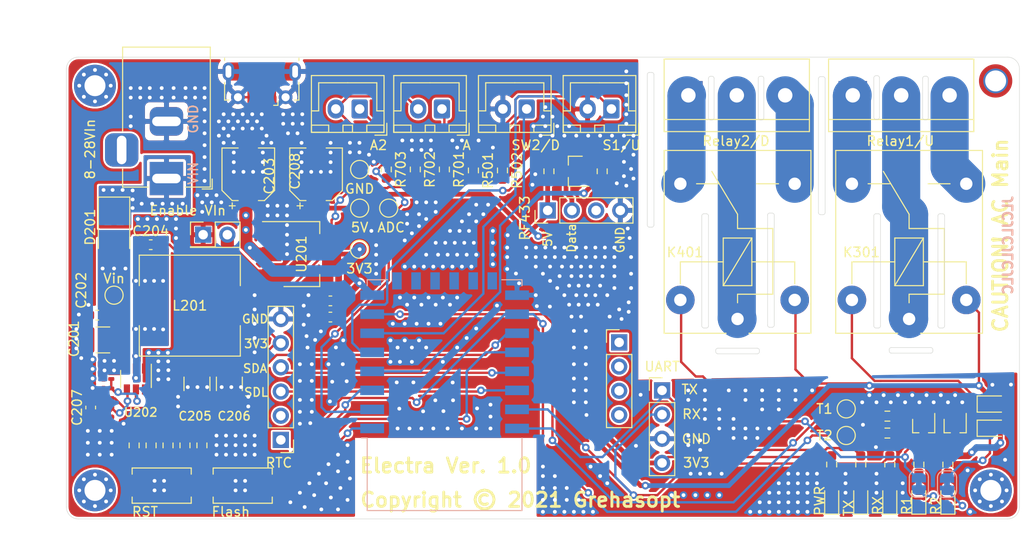
<source format=kicad_pcb>
(kicad_pcb (version 20171130) (host pcbnew 5.1.9-73d0e3b20d~88~ubuntu18.04.1)
  (layers (0 F.Cu signal) (31 B.Cu signal) (34 B.Paste user) (35 F.Paste user) (36 B.SilkS user) (37 F.SilkS user) (38 B.Mask user) (39 F.Mask user) (44 Edge.Cuts user))
  (net 0 "")
  (net 1 "Net-(C201-Pad1)")
  (net 2 GND)
  (net 3 +3V3)
  (net 4 "Net-(C204-Pad1)")
  (net 5 "Net-(C204-Pad2)")
  (net 6 "Net-(C205-Pad2)")
  (net 7 "Net-(C207-Pad2)")
  (net 8 "Net-(C207-Pad1)")
  (net 9 +5V)
  (net 10 +VDC)
  (net 11 "Net-(D202-Pad2)")
  (net 12 "Net-(D301-Pad1)")
  (net 13 "Net-(D301-Pad2)")
  (net 14 "Net-(D302-Pad1)")
  (net 15 "Net-(D401-Pad2)")
  (net 16 "Net-(D401-Pad1)")
  (net 17 "Net-(D402-Pad1)")
  (net 18 "Net-(D601-Pad2)")
  (net 19 "Net-(D602-Pad2)")
  (net 20 "Net-(J101-Pad1)")
  (net 21 "Net-(J101-Pad2)")
  (net 22 /L-SDL)
  (net 23 /L-SDA)
  (net 24 /RX)
  (net 25 /TX)
  (net 26 "Net-(J202-Pad2)")
  (net 27 "Net-(J202-Pad4)")
  (net 28 "Net-(J202-Pad3)")
  (net 29 /Relay2/Relay-Normal-Close)
  (net 30 /Relay2/Relay-Common)
  (net 31 /Relay2/Relay-Normal-Open)
  (net 32 /Relay1/Relay-Normal-Open)
  (net 33 /Relay1/Relay-Common)
  (net 34 /Relay1/Relay-Normal-Close)
  (net 35 /Switch1)
  (net 36 /Switch2)
  (net 37 /ESP8266/ADC)
  (net 38 "Net-(J701-Pad1)")
  (net 39 "Net-(J702-Pad1)")
  (net 40 "Net-(J801-Pad2)")
  (net 41 "Net-(J801-Pad3)")
  (net 42 "Net-(Q301-Pad2)")
  (net 43 "Net-(Q401-Pad2)")
  (net 44 /ESP8266/GPIO14)
  (net 45 "Net-(R201-Pad2)")
  (net 46 /Relay2)
  (net 47 /Relay1)
  (net 48 /ESP8266/GPIO0)
  (net 49 /ESP8266/~RST)
  (net 50 "Net-(R603-Pad2)")
  (net 51 /ESP8266/GPIO2)
  (net 52 "Net-(U601-Pad9)")
  (net 53 "Net-(U601-Pad10)")
  (net 54 "Net-(U601-Pad11)")
  (net 55 /ESP8266/GPIO10)
  (net 56 "Net-(U601-Pad13)")
  (net 57 "Net-(U601-Pad14)")
  (module MountingHole:MountingHole_2.2mm_M2_ISO7380_Pad_TopOnly (layer F.Cu) (at 195 73)
    (fp_text reference REF** hide)
    (fp_text value MountingHole_2.2mm_M2_ISO7380_Pad_TopOnly hide)
    (pad 1 connect circle (at 0 0) (size 3.5 3.5) (layers F.Cu F.Mask))
    (pad 1 thru_hole circle (at 0 0) (size 2.6 2.6) (drill 2.2) (layers *.Cu *.Mask))
  )
  (module Relay_THT:Relay_SPDT_Finder_36.11 (layer F.Cu) (at 185.92 98 90)
    (fp_text reference K301 (at 7 -5 180) (layer F.SilkS))
    (fp_text value FINDER-36.11 hide)
    (pad 11 thru_hole circle (at 0 0 90) (size 3 3) (drill 1.3) (layers *.Cu *.Mask) (net 30 /Relay2/Relay-Common))
    (pad A2 thru_hole circle (at 2 -6 90) (size 3 3) (drill 1.3) (layers *.Cu *.Mask) (net 14 "Net-(D302-Pad1)"))
    (pad 12 thru_hole circle (at 14.2 -6 90) (size 3 3) (drill 1.3) (layers *.Cu *.Mask) (net 29 /Relay2/Relay-Normal-Close))
    (pad 14 thru_hole circle (at 14.2 6 90) (size 3 3) (drill 1.3) (layers *.Cu *.Mask) (net 31 /Relay2/Relay-Normal-Open))
    (pad A1 thru_hole circle (at 2 6 90) (size 3 3) (drill 1.3) (layers *.Cu *.Mask) (net 9 +5V))
  )
  (module Connector_PinHeader_2.54mm:PinHeader_1x04_P2.54mm_Vertical (layer F.Cu) (at 148 86.6 90)
    (fp_text reference J801 hide)
    (fp_text value RF433 (at -0.8 -2.4 90) (layer F.SilkS))
    (pad 1 thru_hole rect (at 0 0 90) (size 1.7 1.7) (drill 1) (layers *.Cu *.Mask) (net 9 +5V))
    (pad 2 thru_hole oval (at 0 2.54 90) (size 1.7 1.7) (drill 1) (layers *.Cu *.Mask) (net 40 "Net-(J801-Pad2)"))
    (pad 3 thru_hole oval (at 0 5.08 90) (size 1.7 1.7) (drill 1) (layers *.Cu *.Mask) (net 41 "Net-(J801-Pad3)"))
    (pad 4 thru_hole oval (at 0 7.62 90) (size 1.7 1.7) (drill 1) (layers *.Cu *.Mask) (net 2 GND))
  )
  (module Relay_THT:Relay_SPDT_Finder_36.11 (layer F.Cu) (at 167.92 98 90)
    (fp_text reference K401 (at 7 -5.5) (layer F.SilkS))
    (fp_text value FINDER-36.11 hide)
    (pad A1 thru_hole circle (at 2 6 90) (size 3 3) (drill 1.3) (layers *.Cu *.Mask) (net 9 +5V))
    (pad 14 thru_hole circle (at 14.2 6 90) (size 3 3) (drill 1.3) (layers *.Cu *.Mask) (net 32 /Relay1/Relay-Normal-Open))
    (pad 12 thru_hole circle (at 14.2 -6 90) (size 3 3) (drill 1.3) (layers *.Cu *.Mask) (net 34 /Relay1/Relay-Normal-Close))
    (pad A2 thru_hole circle (at 2 -6 90) (size 3 3) (drill 1.3) (layers *.Cu *.Mask) (net 17 "Net-(D402-Pad1)"))
    (pad 11 thru_hole circle (at 0 0 90) (size 3 3) (drill 1.3) (layers *.Cu *.Mask) (net 33 /Relay1/Relay-Common))
  )
  (module Connector_PinHeader_2.54mm:PinHeader_1x04_P2.54mm_Vertical (layer F.Cu) (at 155.5 100.46)
    (fp_text reference REF** hide)
    (fp_text value PinHeader_1x04_P2.54mm_Vertical hide)
    (pad 4 thru_hole oval (at 0 7.62) (size 1.7 1.7) (drill 1) (layers *.Cu *.Mask))
    (pad 3 thru_hole oval (at 0 5.08) (size 1.7 1.7) (drill 1) (layers *.Cu *.Mask))
    (pad 2 thru_hole oval (at 0 2.54) (size 1.7 1.7) (drill 1) (layers *.Cu *.Mask))
    (pad 1 thru_hole rect (at 0 0) (size 1.7 1.7) (drill 1) (layers *.Cu *.Mask))
  )
  (module Connector_JST:JST_XH_B2B-XH-A_1x02_P2.50mm_Vertical (layer F.Cu) (at 154.686 75.946 180)
    (fp_text reference J501 hide)
    (fp_text value S1/U (at -1.064 -3.81) (layer F.SilkS))
    (pad 2 thru_hole oval (at 2.5 0 180) (size 1.7 2) (drill 1) (layers *.Cu *.Mask) (net 2 GND))
    (pad 1 thru_hole roundrect (at 0 0 180) (size 1.7 2) (drill 1) (layers *.Cu *.Mask) (roundrect_rratio 0.1470588235294118) (net 35 /Switch1))
  )
  (module Resistor_SMD:R_0603_1608Metric_Pad0.98x0.95mm_HandSolder (layer F.Cu) (at 177.8 113.284 90)
    (fp_text reference R203 hide)
    (fp_text value 80 hide)
    (pad 2 smd roundrect (at 0.9125 0 90) (size 0.975 0.95) (layers F.Cu F.Paste F.Mask) (net 3 +3V3))
    (pad 1 smd roundrect (at -0.9125 0 90) (size 0.975 0.95) (layers F.Cu F.Paste F.Mask) (net 11 "Net-(D202-Pad2)"))
  )
  (module Capacitor_SMD:CP_Elec_5x5.4 (layer F.Cu) (at 116.586 82.804 90)
    (fp_text reference C203 (at -0.19 2.2 90) (layer F.SilkS))
    (fp_text value 100uF hide)
    (pad 2 smd roundrect (at 2.2 0 90) (size 3 1.6) (layers F.Cu F.Paste F.Mask) (roundrect_rratio 0.15625) (net 2 GND))
    (pad 1 smd roundrect (at -2.2 0 90) (size 3 1.6) (layers F.Cu F.Paste F.Mask) (roundrect_rratio 0.15625) (net 3 +3V3))
  )
  (module Inductor_SMD:L_10.4x10.4_H4.8 (layer F.Cu) (at 110.45 96.6)
    (fp_text reference L201 (at 0 0) (layer F.SilkS))
    (fp_text value 15uH hide)
    (pad 1 smd rect (at -4.15 0) (size 2.7 3.6) (layers F.Cu F.Paste F.Mask) (net 4 "Net-(C204-Pad1)"))
    (pad 2 smd rect (at 4.15 0) (size 2.7 3.6) (layers F.Cu F.Paste F.Mask) (net 6 "Net-(C205-Pad2)"))
  )
  (module MountingHole:MountingHole_2.2mm_M2_Pad_Via (layer F.Cu) (at 100.5 73.5)
    (fp_text reference REF** hide)
    (fp_text value MountingHole_2.2mm_M2_Pad_Via hide)
    (pad 1 thru_hole circle (at 0 0) (size 4.4 4.4) (drill 2.2) (layers *.Cu *.Mask))
    (pad 1 thru_hole circle (at 1.65 0) (size 0.7 0.7) (drill 0.4) (layers *.Cu *.Mask))
    (pad 1 thru_hole circle (at 1.166726 1.166726) (size 0.7 0.7) (drill 0.4) (layers *.Cu *.Mask))
    (pad 1 thru_hole circle (at 0 1.65) (size 0.7 0.7) (drill 0.4) (layers *.Cu *.Mask))
    (pad 1 thru_hole circle (at -1.166726 1.166726) (size 0.7 0.7) (drill 0.4) (layers *.Cu *.Mask))
    (pad 1 thru_hole circle (at -1.65 0) (size 0.7 0.7) (drill 0.4) (layers *.Cu *.Mask))
    (pad 1 thru_hole circle (at -1.166726 -1.166726) (size 0.7 0.7) (drill 0.4) (layers *.Cu *.Mask))
    (pad 1 thru_hole circle (at 0 -1.65) (size 0.7 0.7) (drill 0.4) (layers *.Cu *.Mask))
    (pad 1 thru_hole circle (at 1.166726 -1.166726) (size 0.7 0.7) (drill 0.4) (layers *.Cu *.Mask))
  )
  (module MountingHole:MountingHole_2.2mm_M2_Pad_Via (layer F.Cu) (at 100.5 116)
    (fp_text reference REF** hide)
    (fp_text value MountingHole_2.2mm_M2_Pad_Via hide)
    (pad 1 thru_hole circle (at 1.166726 -1.166726) (size 0.7 0.7) (drill 0.4) (layers *.Cu *.Mask))
    (pad 1 thru_hole circle (at 0 -1.65) (size 0.7 0.7) (drill 0.4) (layers *.Cu *.Mask))
    (pad 1 thru_hole circle (at -1.166726 -1.166726) (size 0.7 0.7) (drill 0.4) (layers *.Cu *.Mask))
    (pad 1 thru_hole circle (at -1.65 0) (size 0.7 0.7) (drill 0.4) (layers *.Cu *.Mask))
    (pad 1 thru_hole circle (at -1.166726 1.166726) (size 0.7 0.7) (drill 0.4) (layers *.Cu *.Mask))
    (pad 1 thru_hole circle (at 0 1.65) (size 0.7 0.7) (drill 0.4) (layers *.Cu *.Mask))
    (pad 1 thru_hole circle (at 1.166726 1.166726) (size 0.7 0.7) (drill 0.4) (layers *.Cu *.Mask))
    (pad 1 thru_hole circle (at 1.65 0) (size 0.7 0.7) (drill 0.4) (layers *.Cu *.Mask))
    (pad 1 thru_hole circle (at 0 0) (size 4.4 4.4) (drill 2.2) (layers *.Cu *.Mask))
  )
  (module MountingHole:MountingHole_2.2mm_M2_Pad_Via (layer F.Cu) (at 194.5 116)
    (fp_text reference REF** hide)
    (fp_text value MountingHole_2.2mm_M2_Pad_Via hide)
    (pad 1 thru_hole circle (at 0 0) (size 4.4 4.4) (drill 2.2) (layers *.Cu *.Mask))
    (pad 1 thru_hole circle (at 1.65 0) (size 0.7 0.7) (drill 0.4) (layers *.Cu *.Mask))
    (pad 1 thru_hole circle (at 1.166726 1.166726) (size 0.7 0.7) (drill 0.4) (layers *.Cu *.Mask))
    (pad 1 thru_hole circle (at 0 1.65) (size 0.7 0.7) (drill 0.4) (layers *.Cu *.Mask))
    (pad 1 thru_hole circle (at -1.166726 1.166726) (size 0.7 0.7) (drill 0.4) (layers *.Cu *.Mask))
    (pad 1 thru_hole circle (at -1.65 0) (size 0.7 0.7) (drill 0.4) (layers *.Cu *.Mask))
    (pad 1 thru_hole circle (at -1.166726 -1.166726) (size 0.7 0.7) (drill 0.4) (layers *.Cu *.Mask))
    (pad 1 thru_hole circle (at 0 -1.65) (size 0.7 0.7) (drill 0.4) (layers *.Cu *.Mask))
    (pad 1 thru_hole circle (at 1.166726 -1.166726) (size 0.7 0.7) (drill 0.4) (layers *.Cu *.Mask))
  )
  (module TerminalBlock:TerminalBlock_bornier-3_P5.08mm (layer F.Cu) (at 162.76 74.51)
    (fp_text reference J401 hide)
    (fp_text value Relay2/D (at 5 4.8) (layer F.SilkS))
    (pad 3 thru_hole circle (at 10.16 0) (size 3 3) (drill 1.52) (layers *.Cu *.Mask) (net 32 /Relay1/Relay-Normal-Open))
    (pad 2 thru_hole circle (at 5.08 0) (size 3 3) (drill 1.52) (layers *.Cu *.Mask) (net 33 /Relay1/Relay-Common))
    (pad 1 thru_hole rect (at 0 0) (size 3 3) (drill 1.52) (layers *.Cu *.Mask) (net 34 /Relay1/Relay-Normal-Close))
  )
  (module Capacitor_SMD:C_1210_3225Metric_Pad1.33x2.70mm_HandSolder (layer F.Cu) (at 101.3375 100.2 180)
    (fp_text reference C201 (at 3.0395 0.124 270) (layer F.SilkS))
    (fp_text value 10uF hide)
    (pad 2 smd roundrect (at 1.5625 0 180) (size 1.325 2.7) (layers F.Cu F.Paste F.Mask) (roundrect_rratio 0.1886784905660377) (net 2 GND))
    (pad 1 smd roundrect (at -1.5625 0 180) (size 1.325 2.7) (layers F.Cu F.Paste F.Mask) (roundrect_rratio 0.1886784905660377) (net 1 "Net-(C201-Pad1)"))
  )
  (module Capacitor_SMD:C_0603_1608Metric_Pad1.08x0.95mm_HandSolder (layer F.Cu) (at 100.7375 97.6 180)
    (fp_text reference C202 (at 1.6775 2.604 270) (layer F.SilkS))
    (fp_text value 0.1uF hide)
    (pad 2 smd roundrect (at 0.8625 0 180) (size 1.075 0.95) (layers F.Cu F.Paste F.Mask) (net 2 GND))
    (pad 1 smd roundrect (at -0.8625 0 180) (size 1.075 0.95) (layers F.Cu F.Paste F.Mask) (net 1 "Net-(C201-Pad1)"))
  )
  (module Capacitor_SMD:C_0603_1608Metric_Pad1.08x0.95mm_HandSolder (layer F.Cu) (at 106.35 90.2)
    (fp_text reference C204 (at 0 -1.43) (layer F.SilkS))
    (fp_text value 0.1uF hide)
    (pad 1 smd roundrect (at -0.8625 0) (size 1.075 0.95) (layers F.Cu F.Paste F.Mask) (net 4 "Net-(C204-Pad1)"))
    (pad 2 smd roundrect (at 0.8625 0) (size 1.075 0.95) (layers F.Cu F.Paste F.Mask) (net 5 "Net-(C204-Pad2)"))
  )
  (module Capacitor_SMD:C_1210_3225Metric_Pad1.33x2.70mm_HandSolder (layer F.Cu) (at 111.2 104.8125 90)
    (fp_text reference C205 (at -3.3875 -0.2) (layer F.SilkS) (effects (font (size 0.9 0.9))))
    (fp_text value 22uF hide)
    (pad 1 smd roundrect (at -1.5625 0 90) (size 1.325 2.7) (layers F.Cu F.Paste F.Mask) (roundrect_rratio 0.1886784905660377) (net 2 GND))
    (pad 2 smd roundrect (at 1.5625 0 90) (size 1.325 2.7) (layers F.Cu F.Paste F.Mask) (roundrect_rratio 0.1886784905660377) (net 6 "Net-(C205-Pad2)"))
  )
  (module Capacitor_SMD:C_1210_3225Metric_Pad1.33x2.70mm_HandSolder (layer F.Cu) (at 114.6 104.8125 90)
    (fp_text reference C206 (at -3.3875 0.5) (layer F.SilkS) (effects (font (size 0.9 0.9))))
    (fp_text value 22uF hide)
    (pad 2 smd roundrect (at 1.5625 0 90) (size 1.325 2.7) (layers F.Cu F.Paste F.Mask) (roundrect_rratio 0.1886784905660377) (net 6 "Net-(C205-Pad2)"))
    (pad 1 smd roundrect (at -1.5625 0 90) (size 1.325 2.7) (layers F.Cu F.Paste F.Mask) (roundrect_rratio 0.1886784905660377) (net 2 GND))
  )
  (module Capacitor_SMD:C_0603_1608Metric_Pad1.08x0.95mm_HandSolder (layer F.Cu) (at 100.05 107.3 90)
    (fp_text reference C207 (at 0 -1.43 90) (layer F.SilkS))
    (fp_text value 75pF hide)
    (pad 1 smd roundrect (at -0.8625 0 90) (size 1.075 0.95) (layers F.Cu F.Paste F.Mask) (net 8 "Net-(C207-Pad1)"))
    (pad 2 smd roundrect (at 0.8625 0 90) (size 1.075 0.95) (layers F.Cu F.Paste F.Mask) (net 7 "Net-(C207-Pad2)"))
  )
  (module Capacitor_SMD:CP_Elec_5x5.4 (layer F.Cu) (at 123.698 82.804 90)
    (fp_text reference C208 (at 0.32 -2.22 90) (layer F.SilkS))
    (fp_text value 100uF hide)
    (pad 1 smd roundrect (at -2.2 0 90) (size 3 1.6) (layers F.Cu F.Paste F.Mask) (roundrect_rratio 0.15625) (net 9 +5V))
    (pad 2 smd roundrect (at 2.2 0 90) (size 3 1.6) (layers F.Cu F.Paste F.Mask) (roundrect_rratio 0.15625) (net 2 GND))
  )
  (module Capacitor_SMD:C_0603_1608Metric_Pad1.08x0.95mm_HandSolder (layer F.Cu) (at 125.2 96.1 180)
    (fp_text reference C601 hide)
    (fp_text value 0.1uF hide)
    (pad 1 smd roundrect (at -0.8625 0 180) (size 1.075 0.95) (layers F.Cu F.Paste F.Mask) (net 3 +3V3))
    (pad 2 smd roundrect (at 0.8625 0 180) (size 1.075 0.95) (layers F.Cu F.Paste F.Mask) (net 2 GND))
  )
  (module Capacitor_SMD:C_0603_1608Metric_Pad1.08x0.95mm_HandSolder (layer F.Cu) (at 125.2 97.8 180)
    (fp_text reference C602 hide)
    (fp_text value 47uF hide)
    (pad 2 smd roundrect (at 0.8625 0 180) (size 1.075 0.95) (layers F.Cu F.Paste F.Mask) (net 2 GND))
    (pad 1 smd roundrect (at -0.8625 0 180) (size 1.075 0.95) (layers F.Cu F.Paste F.Mask) (net 3 +3V3))
  )
  (module Diode_SMD:D_SMA (layer F.Cu) (at 102.5 88.6 270)
    (fp_text reference D201 (at -0.25 2.5 90) (layer F.SilkS))
    (fp_text value DIODE hide)
    (pad 1 smd rect (at -2 0 270) (size 2.5 1.8) (layers F.Cu F.Paste F.Mask) (net 10 +VDC))
    (pad 2 smd rect (at 2 0 270) (size 2.5 1.8) (layers F.Cu F.Paste F.Mask) (net 1 "Net-(C201-Pad1)"))
  )
  (module LED_SMD:LED_0603_1608Metric_Pad1.05x0.95mm_HandSolder (layer F.Cu) (at 177.8 116.84 90)
    (fp_text reference D202 hide)
    (fp_text value PWR (at -0.254 -1.27 270) (layer F.SilkS))
    (pad 1 smd roundrect (at -0.875 0 90) (size 1.05 0.95) (layers F.Cu F.Paste F.Mask) (net 2 GND))
    (pad 2 smd roundrect (at 0.875 0 90) (size 1.05 0.95) (layers F.Cu F.Paste F.Mask) (net 11 "Net-(D202-Pad2)"))
  )
  (module LED_SMD:LED_0603_1608Metric_Pad1.05x0.95mm_HandSolder (layer F.Cu) (at 189.992 116.84 90)
    (fp_text reference D301 hide)
    (fp_text value R2 (at -0.762 -1.27 270) (layer F.SilkS))
    (pad 2 smd roundrect (at 0.875 0 90) (size 1.05 0.95) (layers F.Cu F.Paste F.Mask) (net 13 "Net-(D301-Pad2)"))
    (pad 1 smd roundrect (at -0.875 0 90) (size 1.05 0.95) (layers F.Cu F.Paste F.Mask) (net 12 "Net-(D301-Pad1)"))
  )
  (module Diode_SMD:D_SOD-323 (layer F.Cu) (at 194.564 106.934)
    (fp_text reference D302 hide)
    (fp_text value DIODE hide)
    (pad 2 smd rect (at 1.05 0) (size 0.6 0.45) (layers F.Cu F.Paste F.Mask) (net 9 +5V))
    (pad 1 smd rect (at -1.05 0) (size 0.6 0.45) (layers F.Cu F.Paste F.Mask) (net 14 "Net-(D302-Pad1)"))
  )
  (module LED_SMD:LED_0603_1608Metric_Pad1.05x0.95mm_HandSolder (layer F.Cu) (at 186.944 116.84 90)
    (fp_text reference D401 hide)
    (fp_text value R1 (at -0.762 -1.27 270) (layer F.SilkS))
    (pad 1 smd roundrect (at -0.875 0 90) (size 1.05 0.95) (layers F.Cu F.Paste F.Mask) (net 16 "Net-(D401-Pad1)"))
    (pad 2 smd roundrect (at 0.875 0 90) (size 1.05 0.95) (layers F.Cu F.Paste F.Mask) (net 15 "Net-(D401-Pad2)"))
  )
  (module Diode_SMD:D_SOD-323 (layer F.Cu) (at 194.564 109.474)
    (fp_text reference D402 hide)
    (fp_text value DIODE hide)
    (pad 1 smd rect (at -1.05 0) (size 0.6 0.45) (layers F.Cu F.Paste F.Mask) (net 17 "Net-(D402-Pad1)"))
    (pad 2 smd rect (at 1.05 0) (size 0.6 0.45) (layers F.Cu F.Paste F.Mask) (net 9 +5V))
  )
  (module LED_SMD:LED_0603_1608Metric_Pad1.05x0.95mm_HandSolder (layer F.Cu) (at 180.848 116.84 90)
    (fp_text reference D601 hide)
    (fp_text value TX (at -1.016 -1.27 270) (layer F.SilkS))
    (pad 1 smd roundrect (at -0.875 0 90) (size 1.05 0.95) (layers F.Cu F.Paste F.Mask) (net 2 GND))
    (pad 2 smd roundrect (at 0.875 0 90) (size 1.05 0.95) (layers F.Cu F.Paste F.Mask) (net 18 "Net-(D601-Pad2)"))
  )
  (module LED_SMD:LED_0603_1608Metric_Pad1.05x0.95mm_HandSolder (layer F.Cu) (at 183.896 116.84 90)
    (fp_text reference D602 hide)
    (fp_text value RX (at -0.762 -1.27 270) (layer F.SilkS))
    (pad 2 smd roundrect (at 0.875 0 90) (size 1.05 0.95) (layers F.Cu F.Paste F.Mask) (net 19 "Net-(D602-Pad2)"))
    (pad 1 smd roundrect (at -0.875 0 90) (size 1.05 0.95) (layers F.Cu F.Paste F.Mask) (net 2 GND))
  )
  (module Connector_PinHeader_2.54mm:PinHeader_1x06_P2.54mm_Vertical (layer F.Cu) (at 120 110.7 180)
    (fp_text reference J101 hide)
    (fp_text value RTC (at 0.2 -2.4) (layer F.SilkS))
    (pad 1 thru_hole rect (at 0 0 180) (size 1.7 1.7) (drill 1) (layers *.Cu *.Mask) (net 20 "Net-(J101-Pad1)"))
    (pad 2 thru_hole oval (at 0 2.54 180) (size 1.7 1.7) (drill 1) (layers *.Cu *.Mask) (net 21 "Net-(J101-Pad2)"))
    (pad 3 thru_hole oval (at 0 5.08 180) (size 1.7 1.7) (drill 1) (layers *.Cu *.Mask) (net 22 /L-SDL))
    (pad 4 thru_hole oval (at 0 7.62 180) (size 1.7 1.7) (drill 1) (layers *.Cu *.Mask) (net 23 /L-SDA))
    (pad 5 thru_hole oval (at 0 10.16 180) (size 1.7 1.7) (drill 1) (layers *.Cu *.Mask) (net 3 +3V3))
    (pad 6 thru_hole oval (at 0 12.7 180) (size 1.7 1.7) (drill 1) (layers *.Cu *.Mask) (net 2 GND))
  )
  (module Connector_PinHeader_2.54mm:PinHeader_1x04_P2.54mm_Vertical (layer F.Cu) (at 160 105.5)
    (fp_text reference J102 hide)
    (fp_text value UART (at 0 -2.5) (layer F.SilkS))
    (pad 4 thru_hole oval (at 0 7.62) (size 1.7 1.7) (drill 1) (layers *.Cu *.Mask) (net 3 +3V3))
    (pad 3 thru_hole oval (at 0 5.08) (size 1.7 1.7) (drill 1) (layers *.Cu *.Mask) (net 2 GND))
    (pad 2 thru_hole oval (at 0 2.54) (size 1.7 1.7) (drill 1) (layers *.Cu *.Mask) (net 24 /RX))
    (pad 1 thru_hole rect (at 0 0) (size 1.7 1.7) (drill 1) (layers *.Cu *.Mask) (net 25 /TX))
  )
  (module Connector_BarrelJack:BarrelJack_Horizontal (layer F.Cu) (at 108 83.25 270)
    (fp_text reference J201 hide)
    (fp_text value 8-28VIn (at -3.08 8.01 90) (layer F.SilkS))
    (pad 1 thru_hole rect (at 0 0 270) (size 3.5 3.5) (drill oval 1 3) (layers *.Cu *.Mask) (net 10 +VDC))
    (pad 2 thru_hole roundrect (at -6 0 270) (size 3 3.5) (drill oval 1 3) (layers *.Cu *.Mask) (net 2 GND))
    (pad 3 thru_hole roundrect (at -3 4.7 270) (size 3.5 3.5) (drill oval 3 1) (layers *.Cu *.Mask))
  )
  (module Connector_USB:USB_Micro-B_Molex-105017-0001 (layer F.Cu) (at 118 73.25 180)
    (fp_text reference J202 hide)
    (fp_text value USB_B_Micro hide)
    (pad 6 smd rect (at 1 1.2375 180) (size 1.5 1.9) (layers F.Cu F.Paste F.Mask) (net 2 GND))
    (pad 6 thru_hole circle (at -2.5 -1.4625 180) (size 1.45 1.45) (drill 0.85) (layers *.Cu *.Mask) (net 2 GND))
    (pad 2 smd rect (at -0.65 -1.4625 180) (size 0.4 1.35) (layers F.Cu F.Paste F.Mask) (net 26 "Net-(J202-Pad2)"))
    (pad 1 smd rect (at -1.3 -1.4625 180) (size 0.4 1.35) (layers F.Cu F.Paste F.Mask) (net 9 +5V))
    (pad 5 smd rect (at 1.3 -1.4625 180) (size 0.4 1.35) (layers F.Cu F.Paste F.Mask) (net 2 GND))
    (pad 4 smd rect (at 0.65 -1.4625 180) (size 0.4 1.35) (layers F.Cu F.Paste F.Mask) (net 27 "Net-(J202-Pad4)"))
    (pad 3 smd rect (at 0 -1.4625 180) (size 0.4 1.35) (layers F.Cu F.Paste F.Mask) (net 28 "Net-(J202-Pad3)"))
    (pad 6 thru_hole circle (at 2.5 -1.4625 180) (size 1.45 1.45) (drill 0.85) (layers *.Cu *.Mask) (net 2 GND))
    (pad 6 smd rect (at -1 1.2375 180) (size 1.5 1.9) (layers F.Cu F.Paste F.Mask) (net 2 GND))
    (pad 6 thru_hole oval (at -3.5 1.2375) (size 1.2 1.9) (drill oval 0.6 1.3) (layers *.Cu *.Mask) (net 2 GND))
    (pad 6 thru_hole oval (at 3.5 1.2375 180) (size 1.2 1.9) (drill oval 0.6 1.3) (layers *.Cu *.Mask) (net 2 GND))
    (pad 6 smd rect (at 2.9 1.2375 180) (size 1.2 1.9) (layers F.Cu F.Mask) (net 2 GND))
    (pad 6 smd rect (at -2.9 1.2375 180) (size 1.2 1.9) (layers F.Cu F.Mask) (net 2 GND))
  )
  (module Connector_PinHeader_2.54mm:PinHeader_2x01_P2.54mm_Vertical (layer F.Cu) (at 111.85 89.15)
    (fp_text reference J203 hide)
    (fp_text value "Enable VIn" (at -1.614 -2.536) (layer F.SilkS))
    (pad 1 thru_hole rect (at 0 0) (size 1.7 1.7) (drill 1) (layers *.Cu *.Mask) (net 6 "Net-(C205-Pad2)"))
    (pad 2 thru_hole oval (at 2.54 0) (size 1.7 1.7) (drill 1) (layers *.Cu *.Mask) (net 9 +5V))
  )
  (module TerminalBlock:TerminalBlock_bornier-3_P5.08mm (layer F.Cu) (at 180.01 74.51)
    (fp_text reference J301 hide)
    (fp_text value Relay1/U (at 5 4.8) (layer F.SilkS))
    (pad 1 thru_hole rect (at 0 0) (size 3 3) (drill 1.52) (layers *.Cu *.Mask) (net 29 /Relay2/Relay-Normal-Close))
    (pad 2 thru_hole circle (at 5.08 0) (size 3 3) (drill 1.52) (layers *.Cu *.Mask) (net 30 /Relay2/Relay-Common))
    (pad 3 thru_hole circle (at 10.16 0) (size 3 3) (drill 1.52) (layers *.Cu *.Mask) (net 31 /Relay2/Relay-Normal-Open))
  )
  (module Connector_JST:JST_XH_B2B-XH-A_1x02_P2.50mm_Vertical (layer F.Cu) (at 145.796 75.946 180)
    (fp_text reference J502 hide)
    (fp_text value SW2/D (at -0.954 -3.804) (layer F.SilkS))
    (pad 1 thru_hole roundrect (at 0 0 180) (size 1.7 2) (drill 1) (layers *.Cu *.Mask) (roundrect_rratio 0.1470588235294118) (net 36 /Switch2))
    (pad 2 thru_hole oval (at 2.5 0 180) (size 1.7 2) (drill 1) (layers *.Cu *.Mask) (net 2 GND))
  )
  (module Connector_JST:JST_XH_B2B-XH-A_1x02_P2.50mm_Vertical (layer F.Cu) (at 136.906 75.946 180)
    (fp_text reference J701 hide)
    (fp_text value A (at -2.594 -3.804) (layer F.SilkS))
    (pad 1 thru_hole roundrect (at 0 0 180) (size 1.7 2) (drill 1) (layers *.Cu *.Mask) (roundrect_rratio 0.1470588235294118) (net 38 "Net-(J701-Pad1)"))
    (pad 2 thru_hole oval (at 2.5 0 180) (size 1.7 2) (drill 1) (layers *.Cu *.Mask) (net 37 /ESP8266/ADC))
  )
  (module Connector_JST:JST_XH_B2B-XH-A_1x02_P2.50mm_Vertical (layer F.Cu) (at 128.27 75.946 180)
    (fp_text reference J702 hide)
    (fp_text value A2 (at -1.98 -3.804) (layer F.SilkS))
    (pad 2 thru_hole oval (at 2.5 0 180) (size 1.7 2) (drill 1) (layers *.Cu *.Mask) (net 37 /ESP8266/ADC))
    (pad 1 thru_hole roundrect (at 0 0 180) (size 1.7 2) (drill 1) (layers *.Cu *.Mask) (roundrect_rratio 0.1470588235294118) (net 39 "Net-(J702-Pad1)"))
  )
  (module Jumper:SolderJumper-2_P1.3mm_Bridged_RoundedPad1.0x1.5mm (layer B.Cu) (at 189.9 115.35 90)
    (fp_text reference JP301 hide)
    (fp_text value Jumper_NC_Small hide)
    (fp_poly (pts (xy 0.25 0.3) (xy -0.25 0.3) (xy -0.25 -0.3) (xy 0.25 -0.3)) (layer B.Cu) (width 0))
    (pad 2 smd custom (at 0.65 0 90) (size 1 0.5) (layers B.Cu B.Mask) (net 14 "Net-(D302-Pad1)") (options (clearance outline) (anchor rect)) (primitives (gr_circle (center 0 -0.25) (end 0.5 -0.25) (width 0)) (gr_circle (center 0 0.25) (end 0.5 0.25) (width 0)) (gr_poly (pts (xy 0 0.75) (xy -0.5 0.75) (xy -0.5 -0.75) (xy 0 -0.75)) (width 0))))
    (pad 1 smd custom (at -0.65 0 90) (size 1 0.5) (layers B.Cu B.Mask) (net 12 "Net-(D301-Pad1)") (options (clearance outline) (anchor rect)) (primitives (gr_circle (center 0 -0.25) (end 0.5 -0.25) (width 0)) (gr_circle (center 0 0.25) (end 0.5 0.25) (width 0)) (gr_poly (pts (xy 0 0.75) (xy 0.5 0.75) (xy 0.5 -0.75) (xy 0 -0.75)) (width 0))))
  )
  (module Jumper:SolderJumper-2_P1.3mm_Bridged_RoundedPad1.0x1.5mm (layer B.Cu) (at 186.944 115.316 90)
    (fp_text reference JP401 hide)
    (fp_text value Jumper_NC_Small hide)
    (fp_poly (pts (xy 0.25 0.3) (xy -0.25 0.3) (xy -0.25 -0.3) (xy 0.25 -0.3)) (layer B.Cu) (width 0))
    (pad 1 smd custom (at -0.65 0 90) (size 1 0.5) (layers B.Cu B.Mask) (net 16 "Net-(D401-Pad1)") (options (clearance outline) (anchor rect)) (primitives (gr_circle (center 0 -0.25) (end 0.5 -0.25) (width 0)) (gr_circle (center 0 0.25) (end 0.5 0.25) (width 0)) (gr_poly (pts (xy 0 0.75) (xy 0.5 0.75) (xy 0.5 -0.75) (xy 0 -0.75)) (width 0))))
    (pad 2 smd custom (at 0.65 0 90) (size 1 0.5) (layers B.Cu B.Mask) (net 17 "Net-(D402-Pad1)") (options (clearance outline) (anchor rect)) (primitives (gr_circle (center 0 -0.25) (end 0.5 -0.25) (width 0)) (gr_circle (center 0 0.25) (end 0.5 0.25) (width 0)) (gr_poly (pts (xy 0 0.75) (xy -0.5 0.75) (xy -0.5 -0.75) (xy 0 -0.75)) (width 0))))
  )
  (module Package_TO_SOT_SMD:SOT-323_SC-70 (layer F.Cu) (at 190.754 109.22 270)
    (fp_text reference Q301 hide)
    (fp_text value Q_NPN_EBC hide)
    (pad 1 smd rect (at -1 -0.65 180) (size 0.45 0.7) (layers F.Cu F.Paste F.Mask) (net 2 GND))
    (pad 2 smd rect (at -1 0.65 180) (size 0.45 0.7) (layers F.Cu F.Paste F.Mask) (net 42 "Net-(Q301-Pad2)"))
    (pad 3 smd rect (at 1 0 180) (size 0.45 0.7) (layers F.Cu F.Paste F.Mask) (net 14 "Net-(D302-Pad1)"))
  )
  (module Package_TO_SOT_SMD:SOT-323_SC-70 (layer F.Cu) (at 187.452 109.22 270)
    (fp_text reference Q401 hide)
    (fp_text value Q_NPN_EBC hide)
    (pad 3 smd rect (at 1 0 180) (size 0.45 0.7) (layers F.Cu F.Paste F.Mask) (net 17 "Net-(D402-Pad1)"))
    (pad 2 smd rect (at -1 0.65 180) (size 0.45 0.7) (layers F.Cu F.Paste F.Mask) (net 43 "Net-(Q401-Pad2)"))
    (pad 1 smd rect (at -1 -0.65 180) (size 0.45 0.7) (layers F.Cu F.Paste F.Mask) (net 2 GND))
  )
  (module Package_TO_SOT_SMD:SOT-23 (layer F.Cu) (at 150.926 82.49 180)
    (fp_text reference Q801 hide)
    (fp_text value BSS138 hide)
    (pad 1 smd rect (at -1 -0.95 180) (size 0.9 0.8) (layers F.Cu F.Paste F.Mask) (net 3 +3V3))
    (pad 2 smd rect (at -1 0.95 180) (size 0.9 0.8) (layers F.Cu F.Paste F.Mask) (net 44 /ESP8266/GPIO14))
    (pad 3 smd rect (at 1 0 180) (size 0.9 0.8) (layers F.Cu F.Paste F.Mask) (net 40 "Net-(J801-Pad2)"))
  )
  (module Resistor_SMD:R_0201_0603Metric_Pad0.64x0.40mm_HandSolder (layer F.Cu) (at 101.8 104.3)
    (fp_text reference R201 hide)
    (fp_text value 511K hide)
    (pad 1 smd roundrect (at -0.4075 0) (size 0.635 0.4) (layers F.Cu F.Mask) (net 1 "Net-(C201-Pad1)"))
    (pad 2 smd roundrect (at 0.4075 0) (size 0.635 0.4) (layers F.Cu F.Mask) (net 45 "Net-(R201-Pad2)"))
  )
  (module Resistor_SMD:R_0201_0603Metric_Pad0.64x0.40mm_HandSolder (layer F.Cu) (at 101.8 105.3 180)
    (fp_text reference R202 hide)
    (fp_text value 105K hide)
    (pad 1 smd roundrect (at -0.4075 0 180) (size 0.635 0.4) (layers F.Cu F.Mask) (net 45 "Net-(R201-Pad2)"))
    (pad 2 smd roundrect (at 0.4075 0 180) (size 0.635 0.4) (layers F.Cu F.Mask) (net 2 GND))
  )
  (module Resistor_SMD:R_0201_0603Metric_Pad0.64x0.40mm_HandSolder (layer F.Cu) (at 101.8 106.3 180)
    (fp_text reference R204 hide)
    (fp_text value 49.9 hide)
    (pad 2 smd roundrect (at 0.4075 0 180) (size 0.635 0.4) (layers F.Cu F.Mask) (net 7 "Net-(C207-Pad2)"))
    (pad 1 smd roundrect (at -0.4075 0 180) (size 0.635 0.4) (layers F.Cu F.Mask) (net 6 "Net-(C205-Pad2)"))
  )
  (module Resistor_SMD:R_0201_0603Metric_Pad0.64x0.40mm_HandSolder (layer F.Cu) (at 101.8 107.3)
    (fp_text reference R205 hide)
    (fp_text value 100K hide)
    (pad 1 smd roundrect (at -0.4075 0) (size 0.635 0.4) (layers F.Cu F.Mask) (net 7 "Net-(C207-Pad2)"))
    (pad 2 smd roundrect (at 0.4075 0) (size 0.635 0.4) (layers F.Cu F.Mask) (net 8 "Net-(C207-Pad1)"))
  )
  (module Resistor_SMD:R_0201_0603Metric_Pad0.64x0.40mm_HandSolder (layer F.Cu) (at 101.8 108.3)
    (fp_text reference R206 hide)
    (fp_text value 13.3K hide)
    (pad 2 smd roundrect (at 0.4075 0) (size 0.635 0.4) (layers F.Cu F.Mask) (net 2 GND))
    (pad 1 smd roundrect (at -0.4075 0) (size 0.635 0.4) (layers F.Cu F.Mask) (net 8 "Net-(C207-Pad1)"))
  )
  (module Resistor_SMD:R_0603_1608Metric_Pad0.98x0.95mm_HandSolder (layer F.Cu) (at 183.642 109.982 180)
    (fp_text reference R301 hide)
    (fp_text value 1K hide)
    (pad 1 smd roundrect (at -0.9125 0 180) (size 0.975 0.95) (layers F.Cu F.Paste F.Mask) (net 42 "Net-(Q301-Pad2)"))
    (pad 2 smd roundrect (at 0.9125 0 180) (size 0.975 0.95) (layers F.Cu F.Paste F.Mask) (net 46 /Relay2))
  )
  (module Resistor_SMD:R_0603_1608Metric_Pad0.98x0.95mm_HandSolder (layer F.Cu) (at 189.992 113.284 270)
    (fp_text reference R302 hide)
    (fp_text value 150 hide)
    (pad 1 smd roundrect (at -0.9125 0 270) (size 0.975 0.95) (layers F.Cu F.Paste F.Mask) (net 9 +5V))
    (pad 2 smd roundrect (at 0.9125 0 270) (size 0.975 0.95) (layers F.Cu F.Paste F.Mask) (net 13 "Net-(D301-Pad2)"))
  )
  (module Resistor_SMD:R_0603_1608Metric_Pad0.98x0.95mm_HandSolder (layer F.Cu) (at 183.642 108.204 180)
    (fp_text reference R401 hide)
    (fp_text value 1K hide)
    (pad 2 smd roundrect (at 0.9125 0 180) (size 0.975 0.95) (layers F.Cu F.Paste F.Mask) (net 47 /Relay1))
    (pad 1 smd roundrect (at -0.9125 0 180) (size 0.975 0.95) (layers F.Cu F.Paste F.Mask) (net 43 "Net-(Q401-Pad2)"))
  )
  (module Resistor_SMD:R_0603_1608Metric_Pad0.98x0.95mm_HandSolder (layer F.Cu) (at 186.944 113.284 270)
    (fp_text reference R402 hide)
    (fp_text value 150 hide)
    (pad 2 smd roundrect (at 0.9125 0 270) (size 0.975 0.95) (layers F.Cu F.Paste F.Mask) (net 15 "Net-(D401-Pad2)"))
    (pad 1 smd roundrect (at -0.9125 0 270) (size 0.975 0.95) (layers F.Cu F.Paste F.Mask) (net 9 +5V))
  )
  (module Resistor_SMD:R_0603_1608Metric_Pad0.98x0.95mm_HandSolder (layer F.Cu) (at 140.208 82.3995 90)
    (fp_text reference R501 (at 0 1.524 90) (layer F.SilkS))
    (fp_text value 10K hide)
    (pad 2 smd roundrect (at 0.9125 0 90) (size 0.975 0.95) (layers F.Cu F.Paste F.Mask) (net 35 /Switch1))
    (pad 1 smd roundrect (at -0.9125 0 90) (size 0.975 0.95) (layers F.Cu F.Paste F.Mask) (net 3 +3V3))
  )
  (module Resistor_SMD:R_0603_1608Metric_Pad0.98x0.95mm_HandSolder (layer F.Cu) (at 143.256 82.3995 90)
    (fp_text reference R502 (at 0 1.524 90) (layer F.SilkS))
    (fp_text value 10K hide)
    (pad 1 smd roundrect (at -0.9125 0 90) (size 0.975 0.95) (layers F.Cu F.Paste F.Mask) (net 3 +3V3))
    (pad 2 smd roundrect (at 0.9125 0 90) (size 0.975 0.95) (layers F.Cu F.Paste F.Mask) (net 36 /Switch2))
  )
  (module Resistor_SMD:R_0603_1608Metric_Pad0.98x0.95mm_HandSolder (layer F.Cu) (at 106.388 111.274 90)
    (fp_text reference R601 hide)
    (fp_text value 10K hide)
    (pad 1 smd roundrect (at -0.9125 0 90) (size 0.975 0.95) (layers F.Cu F.Paste F.Mask) (net 48 /ESP8266/GPIO0))
    (pad 2 smd roundrect (at 0.9125 0 90) (size 0.975 0.95) (layers F.Cu F.Paste F.Mask) (net 3 +3V3))
  )
  (module Resistor_SMD:R_0603_1608Metric_Pad0.98x0.95mm_HandSolder (layer F.Cu) (at 104.61 111.274 90)
    (fp_text reference R602 hide)
    (fp_text value 10K hide)
    (pad 2 smd roundrect (at 0.9125 0 90) (size 0.975 0.95) (layers F.Cu F.Paste F.Mask) (net 3 +3V3))
    (pad 1 smd roundrect (at -0.9125 0 90) (size 0.975 0.95) (layers F.Cu F.Paste F.Mask) (net 49 /ESP8266/~RST))
  )
  (module Resistor_SMD:R_0603_1608Metric_Pad0.98x0.95mm_HandSolder (layer F.Cu) (at 109.944 111.274 270)
    (fp_text reference R603 hide)
    (fp_text value 10K hide)
    (pad 1 smd roundrect (at -0.9125 0 270) (size 0.975 0.95) (layers F.Cu F.Paste F.Mask) (net 3 +3V3))
    (pad 2 smd roundrect (at 0.9125 0 270) (size 0.975 0.95) (layers F.Cu F.Paste F.Mask) (net 50 "Net-(R603-Pad2)"))
  )
  (module Resistor_SMD:R_0603_1608Metric_Pad0.98x0.95mm_HandSolder (layer F.Cu) (at 180.848 113.284 90)
    (fp_text reference R604 hide)
    (fp_text value 80 hide)
    (pad 2 smd roundrect (at 0.9125 0 90) (size 0.975 0.95) (layers F.Cu F.Paste F.Mask) (net 25 /TX))
    (pad 1 smd roundrect (at -0.9125 0 90) (size 0.975 0.95) (layers F.Cu F.Paste F.Mask) (net 18 "Net-(D601-Pad2)"))
  )
  (module Resistor_SMD:R_0603_1608Metric_Pad0.98x0.95mm_HandSolder (layer F.Cu) (at 108.166 111.274 270)
    (fp_text reference R605 hide)
    (fp_text value 10K hide)
    (pad 2 smd roundrect (at 0.9125 0 270) (size 0.975 0.95) (layers F.Cu F.Paste F.Mask) (net 51 /ESP8266/GPIO2))
    (pad 1 smd roundrect (at -0.9125 0 270) (size 0.975 0.95) (layers F.Cu F.Paste F.Mask) (net 3 +3V3))
  )
  (module Resistor_SMD:R_0603_1608Metric_Pad0.98x0.95mm_HandSolder (layer F.Cu) (at 111.722 111.274 270)
    (fp_text reference R606 hide)
    (fp_text value 10K hide)
    (pad 2 smd roundrect (at 0.9125 0 270) (size 0.975 0.95) (layers F.Cu F.Paste F.Mask) (net 46 /Relay2))
    (pad 1 smd roundrect (at -0.9125 0 270) (size 0.975 0.95) (layers F.Cu F.Paste F.Mask) (net 2 GND))
  )
  (module Resistor_SMD:R_0603_1608Metric_Pad0.98x0.95mm_HandSolder (layer F.Cu) (at 183.896 113.284 90)
    (fp_text reference R607 hide)
    (fp_text value 80 hide)
    (pad 1 smd roundrect (at -0.9125 0 90) (size 0.975 0.95) (layers F.Cu F.Paste F.Mask) (net 19 "Net-(D602-Pad2)"))
    (pad 2 smd roundrect (at 0.9125 0 90) (size 0.975 0.95) (layers F.Cu F.Paste F.Mask) (net 24 /RX))
  )
  (module Resistor_SMD:R_0603_1608Metric_Pad0.98x0.95mm_HandSolder (layer F.Cu) (at 137.16 82.296 270)
    (fp_text reference R701 (at 0 -1.524 90) (layer F.SilkS))
    (fp_text value 3.57K hide)
    (pad 1 smd roundrect (at -0.9125 0 270) (size 0.975 0.95) (layers F.Cu F.Paste F.Mask) (net 38 "Net-(J701-Pad1)"))
    (pad 2 smd roundrect (at 0.9125 0 270) (size 0.975 0.95) (layers F.Cu F.Paste F.Mask) (net 3 +3V3))
  )
  (module Resistor_SMD:R_0603_1608Metric_Pad0.98x0.95mm_HandSolder (layer F.Cu) (at 134.112 82.296 270)
    (fp_text reference R702 (at 0 -1.524 90) (layer F.SilkS))
    (fp_text value 7.5K hide)
    (pad 1 smd roundrect (at -0.9125 0 270) (size 0.975 0.95) (layers F.Cu F.Paste F.Mask) (net 39 "Net-(J702-Pad1)"))
    (pad 2 smd roundrect (at 0.9125 0 270) (size 0.975 0.95) (layers F.Cu F.Paste F.Mask) (net 3 +3V3))
  )
  (module Resistor_SMD:R_0603_1608Metric_Pad0.98x0.95mm_HandSolder (layer F.Cu) (at 131.064 82.296 270)
    (fp_text reference R703 (at 0 -1.524 90) (layer F.SilkS))
    (fp_text value 1K hide)
    (pad 2 smd roundrect (at 0.9125 0 270) (size 0.975 0.95) (layers F.Cu F.Paste F.Mask) (net 2 GND))
    (pad 1 smd roundrect (at -0.9125 0 270) (size 0.975 0.95) (layers F.Cu F.Paste F.Mask) (net 37 /ESP8266/ADC))
  )
  (module Resistor_SMD:R_0603_1608Metric_Pad0.98x0.95mm_HandSolder (layer F.Cu) (at 153.72 82.49 90)
    (fp_text reference R801 hide)
    (fp_text value 10K hide)
    (pad 1 smd roundrect (at -0.9125 0 90) (size 0.975 0.95) (layers F.Cu F.Paste F.Mask) (net 3 +3V3))
    (pad 2 smd roundrect (at 0.9125 0 90) (size 0.975 0.95) (layers F.Cu F.Paste F.Mask) (net 44 /ESP8266/GPIO14))
  )
  (module Resistor_SMD:R_0603_1608Metric_Pad0.98x0.95mm_HandSolder (layer F.Cu) (at 148.132 82.49 90)
    (fp_text reference R802 hide)
    (fp_text value 10K hide)
    (pad 2 smd roundrect (at 0.9125 0 90) (size 0.975 0.95) (layers F.Cu F.Paste F.Mask) (net 40 "Net-(J801-Pad2)"))
    (pad 1 smd roundrect (at -0.9125 0 90) (size 0.975 0.95) (layers F.Cu F.Paste F.Mask) (net 9 +5V))
  )
  (module Button_Switch_SMD:SW_SPST_EVQPE1 (layer F.Cu) (at 116 115.5 180)
    (fp_text reference SW601 hide)
    (fp_text value Flash (at 1.25 -2.75) (layer F.SilkS))
    (pad 2 smd rect (at 2.7 0 180) (size 2 1.6) (layers F.Cu F.Paste F.Mask) (net 48 /ESP8266/GPIO0))
    (pad 1 smd rect (at -2.7 0 180) (size 2 1.6) (layers F.Cu F.Paste F.Mask) (net 2 GND))
  )
  (module Button_Switch_SMD:SW_SPST_EVQPE1 (layer F.Cu) (at 107.5 115.5 180)
    (fp_text reference SW602 hide)
    (fp_text value RST (at 1.75 -2.75) (layer F.SilkS))
    (pad 1 smd rect (at -2.7 0 180) (size 2 1.6) (layers F.Cu F.Paste F.Mask) (net 2 GND))
    (pad 2 smd rect (at 2.7 0 180) (size 2 1.6) (layers F.Cu F.Paste F.Mask) (net 49 /ESP8266/~RST))
  )
  (module TestPoint:TestPoint_Pad_D1.5mm (layer F.Cu) (at 128.27 82.296 180)
    (fp_text reference TP201 hide)
    (fp_text value GND (at 0 -2.032) (layer F.SilkS))
    (pad 1 smd circle (at 0 0 180) (size 1.5 1.5) (layers F.Cu F.Mask) (net 2 GND))
  )
  (module TestPoint:TestPoint_Pad_D1.5mm (layer F.Cu) (at 102.5 95.5 180)
    (fp_text reference TP202 hide)
    (fp_text value Vin (at 0 1.75) (layer F.SilkS))
    (pad 1 smd circle (at 0 0 180) (size 1.5 1.5) (layers F.Cu F.Mask) (net 1 "Net-(C201-Pad1)"))
  )
  (module TestPoint:TestPoint_Pad_D1.5mm (layer F.Cu) (at 128.25 90.678 180)
    (fp_text reference TP203 hide)
    (fp_text value 3V3 (at 0 -2.032) (layer F.SilkS))
    (pad 1 smd circle (at 0 0 180) (size 1.5 1.5) (layers F.Cu F.Mask) (net 3 +3V3))
  )
  (module TestPoint:TestPoint_Pad_D1.5mm (layer F.Cu) (at 128.27 86.36 180)
    (fp_text reference TP204 hide)
    (fp_text value 5V (at 0 -2.032) (layer F.SilkS))
    (pad 1 smd circle (at 0 0 180) (size 1.5 1.5) (layers F.Cu F.Mask) (net 9 +5V))
  )
  (module TestPoint:TestPoint_Pad_D1.5mm (layer F.Cu) (at 179.324 110.236)
    (fp_text reference TP301 hide)
    (fp_text value T2 (at -2.286 0) (layer F.SilkS))
    (pad 1 smd circle (at 0 0) (size 1.5 1.5) (layers F.Cu F.Mask) (net 46 /Relay2))
  )
  (module TestPoint:TestPoint_Pad_D1.5mm (layer F.Cu) (at 179.324 107.442)
    (fp_text reference TP401 hide)
    (fp_text value T1 (at -2.286 0) (layer F.SilkS))
    (pad 1 smd circle (at 0 0) (size 1.5 1.5) (layers F.Cu F.Mask) (net 47 /Relay1))
  )
  (module TestPoint:TestPoint_Pad_D1.5mm (layer F.Cu) (at 131.318 86.36 180)
    (fp_text reference TP701 hide)
    (fp_text value ADC (at -0.254 -2.032) (layer F.SilkS))
    (pad 1 smd circle (at 0 0 180) (size 1.5 1.5) (layers F.Cu F.Mask) (net 37 /ESP8266/ADC))
  )
  (module Package_TO_SOT_SMD:SOT-223-3_TabPin2 (layer F.Cu) (at 122.174 91.186)
    (fp_text reference U201 (at 0 0 90) (layer F.SilkS))
    (fp_text value AMS1117-3.3 hide)
    (pad 2 smd rect (at 3.15 0) (size 2 3.8) (layers F.Cu F.Paste F.Mask) (net 3 +3V3))
    (pad 2 smd rect (at -3.15 0) (size 2 1.5) (layers F.Cu F.Paste F.Mask) (net 3 +3V3))
    (pad 3 smd rect (at -3.15 2.3) (size 2 1.5) (layers F.Cu F.Paste F.Mask) (net 9 +5V))
    (pad 1 smd rect (at -3.15 -2.3) (size 2 1.5) (layers F.Cu F.Paste F.Mask) (net 2 GND))
  )
  (module Package_TO_SOT_SMD:SOT-23-6 (layer F.Cu) (at 104.8 104.3 270)
    (fp_text reference U202 (at 3.5 -0.5 180) (layer F.SilkS) (effects (font (size 0.9 0.9))))
    (fp_text value TPS54202DDCR hide)
    (pad 1 smd rect (at -1.1 -0.95 270) (size 1.06 0.65) (layers F.Cu F.Paste F.Mask) (net 2 GND))
    (pad 2 smd rect (at -1.1 0 270) (size 1.06 0.65) (layers F.Cu F.Paste F.Mask) (net 4 "Net-(C204-Pad1)"))
    (pad 3 smd rect (at -1.1 0.95 270) (size 1.06 0.65) (layers F.Cu F.Paste F.Mask) (net 1 "Net-(C201-Pad1)"))
    (pad 4 smd rect (at 1.1 0.95 270) (size 1.06 0.65) (layers F.Cu F.Paste F.Mask) (net 8 "Net-(C207-Pad1)"))
    (pad 6 smd rect (at 1.1 -0.95 270) (size 1.06 0.65) (layers F.Cu F.Paste F.Mask) (net 5 "Net-(C204-Pad2)"))
    (pad 5 smd rect (at 1.1 0 270) (size 1.06 0.65) (layers F.Cu F.Paste F.Mask) (net 45 "Net-(R201-Pad2)"))
  )
  (module RF_Module:ESP-12E (layer B.Cu) (at 137.184 106)
    (fp_text reference U601 hide)
    (fp_text value ESP-12F)
    (pad 1 smd rect (at -7.6 3.5) (size 2.5 1) (layers B.Cu B.Paste B.Mask) (net 49 /ESP8266/~RST))
    (pad 2 smd rect (at -7.6 1.5) (size 2.5 1) (layers B.Cu B.Paste B.Mask) (net 37 /ESP8266/ADC))
    (pad 3 smd rect (at -7.6 -0.5) (size 2.5 1) (layers B.Cu B.Paste B.Mask) (net 50 "Net-(R603-Pad2)"))
    (pad 4 smd rect (at -7.6 -2.5) (size 2.5 1) (layers B.Cu B.Paste B.Mask) (net 36 /Switch2))
    (pad 5 smd rect (at -7.6 -4.5) (size 2.5 1) (layers B.Cu B.Paste B.Mask) (net 44 /ESP8266/GPIO14))
    (pad 6 smd rect (at -7.6 -6.5) (size 2.5 1) (layers B.Cu B.Paste B.Mask) (net 35 /Switch1))
    (pad 7 smd rect (at -7.6 -8.5) (size 2.5 1) (layers B.Cu B.Paste B.Mask) (net 47 /Relay1))
    (pad 8 smd rect (at -7.6 -10.5) (size 2.5 1) (layers B.Cu B.Paste B.Mask) (net 3 +3V3))
    (pad 9 smd rect (at -5 -12) (size 1 1.8) (layers B.Cu B.Paste B.Mask) (net 52 "Net-(U601-Pad9)"))
    (pad 10 smd rect (at -3 -12) (size 1 1.8) (layers B.Cu B.Paste B.Mask) (net 53 "Net-(U601-Pad10)"))
    (pad 11 smd rect (at -1 -12) (size 1 1.8) (layers B.Cu B.Paste B.Mask) (net 54 "Net-(U601-Pad11)"))
    (pad 12 smd rect (at 1 -12) (size 1 1.8) (layers B.Cu B.Paste B.Mask) (net 55 /ESP8266/GPIO10))
    (pad 13 smd rect (at 3 -12) (size 1 1.8) (layers B.Cu B.Paste B.Mask) (net 56 "Net-(U601-Pad13)"))
    (pad 14 smd rect (at 5 -12) (size 1 1.8) (layers B.Cu B.Paste B.Mask) (net 57 "Net-(U601-Pad14)"))
    (pad 15 smd rect (at 7.6 -10.5) (size 2.5 1) (layers B.Cu B.Paste B.Mask) (net 2 GND))
    (pad 16 smd rect (at 7.6 -8.5) (size 2.5 1) (layers B.Cu B.Paste B.Mask) (net 46 /Relay2))
    (pad 17 smd rect (at 7.6 -6.5) (size 2.5 1) (layers B.Cu B.Paste B.Mask) (net 51 /ESP8266/GPIO2))
    (pad 18 smd rect (at 7.6 -4.5) (size 2.5 1) (layers B.Cu B.Paste B.Mask) (net 48 /ESP8266/GPIO0))
    (pad 19 smd rect (at 7.6 -2.5) (size 2.5 1) (layers B.Cu B.Paste B.Mask) (net 23 /L-SDA))
    (pad 20 smd rect (at 7.6 -0.5) (size 2.5 1) (layers B.Cu B.Paste B.Mask) (net 22 /L-SDL))
    (pad 21 smd rect (at 7.6 1.5) (size 2.5 1) (layers B.Cu B.Paste B.Mask) (net 24 /RX))
    (pad 22 smd rect (at 7.6 3.5) (size 2.5 1) (layers B.Cu B.Paste B.Mask) (net 25 /TX))
  )
  (gr_text JLCJLCJLCJLC (at 196.3 90.25 90) (layer B.SilkS) (effects (font (size 1 1) (thickness 0.25)) (justify mirror)))
  (gr_text "CAUTION! AC Main" (at 195.5 89.23 90) (layer F.SilkS) (effects (font (size 1.5 1.5) (thickness 0.3))))
  (gr_arc (start 184.055 101.225) (end 184.055 101) (angle -90) (layer Edge.Cuts) (width 0.05))
  (gr_arc (start 184.06 101.365) (end 183.835 101.365) (angle -90) (layer Edge.Cuts) (width 0.05))
  (gr_arc (start 188.19 101.365) (end 188.19 101.59) (angle -90) (layer Edge.Cuts) (width 0.05))
  (gr_line (start 188.415 101.23) (end 188.415 101.365) (layer Edge.Cuts) (width 0.05))
  (gr_line (start 188.19 101.59) (end 184.06 101.59) (layer Edge.Cuts) (width 0.05))
  (gr_arc (start 188.19 101.225) (end 188.415 101.225) (angle -90) (layer Edge.Cuts) (width 0.05))
  (gr_line (start 183.835 101.365) (end 183.83 101.225) (layer Edge.Cuts) (width 0.05))
  (gr_line (start 184.055 101) (end 188.19 101) (layer Edge.Cuts) (width 0.05))
  (gr_arc (start 165.855 101.295) (end 165.855 101.07) (angle -90) (layer Edge.Cuts) (width 0.05))
  (gr_arc (start 165.86 101.435) (end 165.635 101.435) (angle -90) (layer Edge.Cuts) (width 0.05))
  (gr_arc (start 169.99 101.435) (end 169.99 101.66) (angle -90) (layer Edge.Cuts) (width 0.05))
  (gr_line (start 170.215 101.3) (end 170.215 101.435) (layer Edge.Cuts) (width 0.05))
  (gr_line (start 169.99 101.66) (end 165.86 101.66) (layer Edge.Cuts) (width 0.05))
  (gr_arc (start 169.99 101.295) (end 170.215 101.295) (angle -90) (layer Edge.Cuts) (width 0.05))
  (gr_line (start 165.635 101.435) (end 165.63 101.295) (layer Edge.Cuts) (width 0.05))
  (gr_line (start 165.855 101.07) (end 169.99 101.07) (layer Edge.Cuts) (width 0.05))
  (gr_arc (start 176.885 72.775) (end 177.11 72.775) (angle -90) (layer Edge.Cuts) (width 0.05))
  (gr_line (start 176.885 87.05) (end 176.635 87.05) (layer Edge.Cuts) (width 0.05))
  (gr_arc (start 176.885 86.825) (end 176.885 87.05) (angle -90) (layer Edge.Cuts) (width 0.05))
  (gr_line (start 176.635 72.55) (end 176.885 72.55) (layer Edge.Cuts) (width 0.05))
  (gr_arc (start 176.635 86.825) (end 176.41 86.825) (angle -90) (layer Edge.Cuts) (width 0.05))
  (gr_line (start 177.11 72.775) (end 177.11 86.825) (layer Edge.Cuts) (width 0.05))
  (gr_arc (start 176.635 72.775) (end 176.635 72.55) (angle -90) (layer Edge.Cuts) (width 0.05))
  (gr_line (start 176.41 86.825) (end 176.41 72.775) (layer Edge.Cuts) (width 0.05))
  (gr_arc (start 187.705 72.725) (end 187.93 72.725) (angle -90) (layer Edge.Cuts) (width 0.05))
  (gr_arc (start 187.565 72.73) (end 187.565 72.505) (angle -90) (layer Edge.Cuts) (width 0.05))
  (gr_arc (start 187.565 76.86) (end 187.34 76.86) (angle -90) (layer Edge.Cuts) (width 0.05))
  (gr_line (start 187.7 77.085) (end 187.565 77.085) (layer Edge.Cuts) (width 0.05))
  (gr_line (start 187.34 76.86) (end 187.34 72.73) (layer Edge.Cuts) (width 0.05))
  (gr_arc (start 187.705 76.86) (end 187.705 77.085) (angle -90) (layer Edge.Cuts) (width 0.05))
  (gr_line (start 187.565 72.505) (end 187.705 72.5) (layer Edge.Cuts) (width 0.05))
  (gr_line (start 187.93 72.725) (end 187.93 76.86) (layer Edge.Cuts) (width 0.05))
  (gr_arc (start 182.585 72.675) (end 182.81 72.675) (angle -90) (layer Edge.Cuts) (width 0.05))
  (gr_arc (start 182.445 72.68) (end 182.445 72.455) (angle -90) (layer Edge.Cuts) (width 0.05))
  (gr_arc (start 182.445 76.81) (end 182.22 76.81) (angle -90) (layer Edge.Cuts) (width 0.05))
  (gr_line (start 182.58 77.035) (end 182.445 77.035) (layer Edge.Cuts) (width 0.05))
  (gr_line (start 182.22 76.81) (end 182.22 72.68) (layer Edge.Cuts) (width 0.05))
  (gr_arc (start 182.585 76.81) (end 182.585 77.035) (angle -90) (layer Edge.Cuts) (width 0.05))
  (gr_line (start 182.445 72.455) (end 182.585 72.45) (layer Edge.Cuts) (width 0.05))
  (gr_line (start 182.81 72.675) (end 182.81 76.81) (layer Edge.Cuts) (width 0.05))
  (gr_arc (start 170.455 72.735) (end 170.68 72.735) (angle -90) (layer Edge.Cuts) (width 0.05))
  (gr_arc (start 170.315 72.74) (end 170.315 72.515) (angle -90) (layer Edge.Cuts) (width 0.05))
  (gr_arc (start 170.315 76.87) (end 170.09 76.87) (angle -90) (layer Edge.Cuts) (width 0.05))
  (gr_line (start 170.45 77.095) (end 170.315 77.095) (layer Edge.Cuts) (width 0.05))
  (gr_line (start 170.09 76.87) (end 170.09 72.74) (layer Edge.Cuts) (width 0.05))
  (gr_arc (start 170.455 76.87) (end 170.455 77.095) (angle -90) (layer Edge.Cuts) (width 0.05))
  (gr_line (start 170.315 72.515) (end 170.455 72.51) (layer Edge.Cuts) (width 0.05))
  (gr_line (start 170.68 72.735) (end 170.68 76.87) (layer Edge.Cuts) (width 0.05))
  (gr_arc (start 165.235 72.735) (end 165.46 72.735) (angle -90) (layer Edge.Cuts) (width 0.05))
  (gr_arc (start 165.095 72.74) (end 165.095 72.515) (angle -90) (layer Edge.Cuts) (width 0.05))
  (gr_line (start 165.23 77.095) (end 165.095 77.095) (layer Edge.Cuts) (width 0.05))
  (gr_arc (start 165.235 76.87) (end 165.235 77.095) (angle -90) (layer Edge.Cuts) (width 0.05))
  (gr_line (start 165.095 72.515) (end 165.235 72.51) (layer Edge.Cuts) (width 0.05))
  (gr_arc (start 165.095 76.87) (end 164.87 76.87) (angle -90) (layer Edge.Cuts) (width 0.05))
  (gr_line (start 165.46 72.735) (end 165.46 76.87) (layer Edge.Cuts) (width 0.05))
  (gr_line (start 164.87 76.87) (end 164.87 72.74) (layer Edge.Cuts) (width 0.05))
  (gr_arc (start 189.42 87.175) (end 189.645 87.175) (angle -90) (layer Edge.Cuts) (width 0.05))
  (gr_line (start 189.42 98.95) (end 189.17 98.95) (layer Edge.Cuts) (width 0.05))
  (gr_arc (start 189.42 98.725) (end 189.42 98.95) (angle -90) (layer Edge.Cuts) (width 0.05))
  (gr_line (start 189.17 86.95) (end 189.42 86.95) (layer Edge.Cuts) (width 0.05))
  (gr_arc (start 189.17 98.725) (end 188.945 98.725) (angle -90) (layer Edge.Cuts) (width 0.05))
  (gr_line (start 189.645 87.175) (end 189.645 98.725) (layer Edge.Cuts) (width 0.05))
  (gr_arc (start 189.17 87.175) (end 189.17 86.95) (angle -90) (layer Edge.Cuts) (width 0.05))
  (gr_line (start 188.945 98.725) (end 188.945 87.175) (layer Edge.Cuts) (width 0.05))
  (gr_arc (start 182.695 87.175) (end 182.92 87.175) (angle -90) (layer Edge.Cuts) (width 0.05))
  (gr_line (start 182.695 98.95) (end 182.445 98.95) (layer Edge.Cuts) (width 0.05))
  (gr_arc (start 182.695 98.725) (end 182.695 98.95) (angle -90) (layer Edge.Cuts) (width 0.05))
  (gr_line (start 182.445 86.95) (end 182.695 86.95) (layer Edge.Cuts) (width 0.05))
  (gr_arc (start 182.445 98.725) (end 182.22 98.725) (angle -90) (layer Edge.Cuts) (width 0.05))
  (gr_line (start 182.92 87.175) (end 182.92 98.725) (layer Edge.Cuts) (width 0.05))
  (gr_arc (start 182.445 87.175) (end 182.445 86.95) (angle -90) (layer Edge.Cuts) (width 0.05))
  (gr_line (start 182.22 98.725) (end 182.22 87.175) (layer Edge.Cuts) (width 0.05))
  (gr_arc (start 164.645 87.175) (end 164.87 87.175) (angle -90) (layer Edge.Cuts) (width 0.05))
  (gr_line (start 164.645 98.95) (end 164.395 98.95) (layer Edge.Cuts) (width 0.05))
  (gr_arc (start 164.645 98.725) (end 164.645 98.95) (angle -90) (layer Edge.Cuts) (width 0.05))
  (gr_line (start 164.395 86.95) (end 164.645 86.95) (layer Edge.Cuts) (width 0.05))
  (gr_arc (start 164.395 98.725) (end 164.17 98.725) (angle -90) (layer Edge.Cuts) (width 0.05))
  (gr_line (start 164.87 87.175) (end 164.87 98.725) (layer Edge.Cuts) (width 0.05))
  (gr_arc (start 164.395 87.175) (end 164.395 86.95) (angle -90) (layer Edge.Cuts) (width 0.05))
  (gr_line (start 164.17 98.725) (end 164.17 87.175) (layer Edge.Cuts) (width 0.05))
  (gr_arc (start 171.545 87.1) (end 171.77 87.1) (angle -90) (layer Edge.Cuts) (width 0.05))
  (gr_line (start 171.545 98.875) (end 171.295 98.875) (layer Edge.Cuts) (width 0.05))
  (gr_arc (start 171.545 98.65) (end 171.545 98.875) (angle -90) (layer Edge.Cuts) (width 0.05))
  (gr_line (start 171.295 86.875) (end 171.545 86.875) (layer Edge.Cuts) (width 0.05))
  (gr_arc (start 171.295 98.65) (end 171.07 98.65) (angle -90) (layer Edge.Cuts) (width 0.05))
  (gr_line (start 171.77 87.1) (end 171.77 98.65) (layer Edge.Cuts) (width 0.05))
  (gr_arc (start 171.295 87.1) (end 171.295 86.875) (angle -90) (layer Edge.Cuts) (width 0.05))
  (gr_line (start 171.07 98.65) (end 171.07 87.1) (layer Edge.Cuts) (width 0.05))
  (gr_arc (start 158.925 88.135) (end 158.925 88.36) (angle -90) (layer Edge.Cuts) (width 0.05))
  (gr_arc (start 158.675 88.135) (end 158.45 88.135) (angle -90) (layer Edge.Cuts) (width 0.05))
  (gr_arc (start 158.925 72.335) (end 159.15 72.335) (angle -90) (layer Edge.Cuts) (width 0.05))
  (gr_arc (start 158.675 72.335) (end 158.675 72.11) (angle -90) (layer Edge.Cuts) (width 0.05))
  (gr_line (start 158.45 88.135) (end 158.45 72.335) (layer Edge.Cuts) (width 0.05))
  (gr_line (start 158.925 88.36) (end 158.675 88.36) (layer Edge.Cuts) (width 0.05))
  (gr_line (start 159.15 72.335) (end 159.15 88.135) (layer Edge.Cuts) (width 0.05))
  (gr_line (start 158.675 72.11) (end 158.925 72.11) (layer Edge.Cuts) (width 0.05))
  (gr_text VIN (at 110.8 82.7 90) (layer B.SilkS) (effects (font (size 1 1))))
  (gr_text GND (at 110.8 77 90) (layer B.SilkS) (effects (font (size 1 1))))
  (gr_text VIN (at 110.8 82.7 90) (layer F.SilkS) (effects (font (size 1 1))))
  (gr_text GND (at 110.8 77 90) (layer F.SilkS) (effects (font (size 1 1))))
  (gr_text Data (at 150.5 89.5 90) (layer F.SilkS) (effects (font (size 0.9 0.9))))
  (gr_text 5V (at 148 89.6 90) (layer F.SilkS) (effects (font (size 0.9 0.9))))
  (gr_text GND (at 155.6 89.7 90) (layer F.SilkS) (effects (font (size 0.9 0.9))))
  (gr_text SDL (at 117.4 105.7) (layer F.SilkS) (effects (font (size 0.9 0.9))))
  (gr_text SDA (at 117.3 103.2) (layer F.SilkS) (effects (font (size 0.9 0.9))))
  (gr_text 3V3 (at 117.4 100.6) (layer F.SilkS) (effects (font (size 0.9 0.9))))
  (gr_text GND (at 117.3 98) (layer F.SilkS) (effects (font (size 0.9 0.9))))
  (gr_text 3V3 (at 163.6 113.1) (layer F.SilkS) (effects (font (size 1 1))))
  (gr_text GND (at 163.6 110.6) (layer F.SilkS) (effects (font (size 1 1))))
  (gr_text RX (at 163.1 108) (layer F.SilkS) (effects (font (size 1 1))))
  (gr_text TX (at 162.9 105.4) (layer F.SilkS) (effects (font (size 1 1))))
  (gr_text "Copyright © 2021 Grehasopt " (at 145.7 117) (layer F.SilkS) (effects (font (size 1.5 1.5) (thickness 0.3))))
  (gr_text "Electra Ver. 1.0" (at 137.3 113.4) (layer F.SilkS) (effects (font (size 1.5 1.5) (thickness 0.3))))
  (gr_arc (start 196.25 71.75) (end 197.5 71.75) (angle -90) (layer Edge.Cuts) (width 0.05))
  (gr_arc (start 196.25 117.75) (end 196.25 119) (angle -90) (layer Edge.Cuts) (width 0.05))
  (gr_arc (start 98.75 117.75) (end 97.5 117.75) (angle -90) (layer Edge.Cuts) (width 0.05))
  (gr_arc (start 98.75 71.75) (end 98.75 70.5) (angle -90) (layer Edge.Cuts) (width 0.05))
  (gr_line (start 196.25 70.5) (end 98.75 70.5) (layer Edge.Cuts) (width 0.05))
  (gr_line (start 197.5 117.75) (end 197.5 71.75) (layer Edge.Cuts) (width 0.05))
  (gr_line (start 98.75 119) (end 196.25 119) (layer Edge.Cuts) (width 0.05))
  (gr_line (start 97.5 71.75) (end 97.5 117.75) (layer Edge.Cuts) (width 0.05))
  (via (at 102.5 102.4) (size 0.8) (drill 0.4) (layers F.Cu B.Cu) (net 1))
  (via (at 102.5 103.4) (size 0.8) (drill 0.4) (layers F.Cu B.Cu) (net 1))
  (via (at 101.5 103.4) (size 0.8) (drill 0.4) (layers F.Cu B.Cu) (net 1))
  (via (at 101.5 102.4) (size 0.8) (drill 0.4) (layers F.Cu B.Cu) (net 1))
  (segment (start 103.0625 99.7375) (end 103 99.8) (width 0.7) (layer F.Cu) (net 1))
  (via (at 101.3 92.7) (size 0.8) (drill 0.4) (layers F.Cu B.Cu) (net 1))
  (via (at 102.5 92.7) (size 0.8) (drill 0.4) (layers F.Cu B.Cu) (net 1))
  (via (at 103.7 92.7) (size 0.8) (drill 0.4) (layers F.Cu B.Cu) (net 1))
  (via (at 107.15 101.55) (size 0.8) (drill 0.4) (layers F.Cu B.Cu) (net 2))
  (via (at 107.15 102.45) (size 0.8) (drill 0.4) (layers F.Cu B.Cu) (net 2))
  (via (at 107.15 103.4) (size 0.8) (drill 0.4) (layers F.Cu B.Cu) (net 2))
  (via (at 107.15 104.35) (size 0.8) (drill 0.4) (layers F.Cu B.Cu) (net 2))
  (via (at 106.15 101.55) (size 0.8) (drill 0.4) (layers F.Cu B.Cu) (net 2))
  (via (at 108.15 101.55) (size 0.8) (drill 0.4) (layers F.Cu B.Cu) (net 2))
  (via (at 108.175 102.45) (size 0.8) (drill 0.4) (layers F.Cu B.Cu) (net 2))
  (via (at 108.2 103.375) (size 0.8) (drill 0.4) (layers F.Cu B.Cu) (net 2))
  (via (at 108.2 104.325) (size 0.8) (drill 0.4) (layers F.Cu B.Cu) (net 2))
  (via (at 120.65 88.138) (size 0.8) (drill 0.4) (layers F.Cu B.Cu) (net 2))
  (via (at 120.65 89.154) (size 0.8) (drill 0.4) (layers F.Cu B.Cu) (net 2))
  (via (at 120.65 90.17) (size 0.8) (drill 0.4) (layers F.Cu B.Cu) (net 2))
  (via (at 120.65 91.186) (size 0.8) (drill 0.4) (layers F.Cu B.Cu) (net 2))
  (via (at 120.65 87.122) (size 0.8) (drill 0.4) (layers F.Cu B.Cu) (net 2))
  (via (at 119.634 87.122) (size 0.8) (drill 0.4) (layers F.Cu B.Cu) (net 2))
  (via (at 118.618 87.122) (size 0.8) (drill 0.4) (layers F.Cu B.Cu) (net 2))
  (via (at 118.618 86.106) (size 0.8) (drill 0.4) (layers F.Cu B.Cu) (net 2))
  (via (at 119.634 86.106) (size 0.8) (drill 0.4) (layers F.Cu B.Cu) (net 2))
  (via (at 120.65 86.106) (size 0.8) (drill 0.4) (layers F.Cu B.Cu) (net 2))
  (via (at 115.062 80.518) (size 0.8) (drill 0.4) (layers F.Cu B.Cu) (net 2))
  (via (at 115.062 81.534) (size 0.8) (drill 0.4) (layers F.Cu B.Cu) (net 2))
  (via (at 115.062 82.55) (size 0.8) (drill 0.4) (layers F.Cu B.Cu) (net 2))
  (via (at 118.11 82.55) (size 0.8) (drill 0.4) (layers F.Cu B.Cu) (net 2))
  (via (at 118.11 81.534) (size 0.8) (drill 0.4) (layers F.Cu B.Cu) (net 2))
  (via (at 118.11 80.518) (size 0.8) (drill 0.4) (layers F.Cu B.Cu) (net 2))
  (via (at 118.11 79.502) (size 0.8) (drill 0.4) (layers F.Cu B.Cu) (net 2))
  (via (at 115.062 79.502) (size 0.8) (drill 0.4) (layers F.Cu B.Cu) (net 2))
  (via (at 116.078 82.55) (size 0.8) (drill 0.4) (layers F.Cu B.Cu) (net 2))
  (via (at 117.094 82.55) (size 0.8) (drill 0.4) (layers F.Cu B.Cu) (net 2))
  (via (at 122.174 82.55) (size 0.8) (drill 0.4) (layers F.Cu B.Cu) (net 2))
  (via (at 123.19 82.55) (size 0.8) (drill 0.4) (layers F.Cu B.Cu) (net 2))
  (via (at 124.206 82.55) (size 0.8) (drill 0.4) (layers F.Cu B.Cu) (net 2))
  (via (at 125.222 82.55) (size 0.8) (drill 0.4) (layers F.Cu B.Cu) (net 2))
  (via (at 125.222 81.534) (size 0.8) (drill 0.4) (layers F.Cu B.Cu) (net 2))
  (via (at 125.222 80.518) (size 0.8) (drill 0.4) (layers F.Cu B.Cu) (net 2))
  (via (at 125.222 79.502) (size 0.8) (drill 0.4) (layers F.Cu B.Cu) (net 2))
  (via (at 122.174 81.534) (size 0.8) (drill 0.4) (layers F.Cu B.Cu) (net 2))
  (via (at 122.174 80.518) (size 0.8) (drill 0.4) (layers F.Cu B.Cu) (net 2))
  (via (at 122.174 79.502) (size 0.8) (drill 0.4) (layers F.Cu B.Cu) (net 2))
  (via (at 100.25 102.25) (size 0.8) (drill 0.4) (layers F.Cu B.Cu) (net 2))
  (via (at 99.06 102.108) (size 0.8) (drill 0.4) (layers F.Cu B.Cu) (net 2))
  (via (at 98.552 99.06) (size 0.8) (drill 0.4) (layers F.Cu B.Cu) (net 2))
  (via (at 98.552 100.076) (size 0.8) (drill 0.4) (layers F.Cu B.Cu) (net 2))
  (via (at 98.552 101.092) (size 0.8) (drill 0.4) (layers F.Cu B.Cu) (net 2))
  (via (at 98.806 97.536) (size 0.8) (drill 0.4) (layers F.Cu B.Cu) (net 2))
  (via (at 99.822 96.52) (size 0.8) (drill 0.4) (layers F.Cu B.Cu) (net 2))
  (via (at 110.236 105.156) (size 0.8) (drill 0.4) (layers F.Cu B.Cu) (net 2))
  (via (at 111.252 105.156) (size 0.8) (drill 0.4) (layers F.Cu B.Cu) (net 2))
  (via (at 112.268 105.156) (size 0.8) (drill 0.4) (layers F.Cu B.Cu) (net 2))
  (via (at 113.792 105.156) (size 0.8) (drill 0.4) (layers F.Cu B.Cu) (net 2))
  (via (at 114.808 105.156) (size 0.8) (drill 0.4) (layers F.Cu B.Cu) (net 2))
  (via (at 115.824 105.156) (size 0.8) (drill 0.4) (layers F.Cu B.Cu) (net 2))
  (via (at 116.586 106.172) (size 0.8) (drill 0.4) (layers F.Cu B.Cu) (net 2))
  (via (at 109.22 106.172) (size 0.8) (drill 0.4) (layers F.Cu B.Cu) (net 2))
  (via (at 109.22 107.188) (size 0.8) (drill 0.4) (layers F.Cu B.Cu) (net 2))
  (via (at 116.586 107.188) (size 0.8) (drill 0.4) (layers F.Cu B.Cu) (net 2))
  (via (at 102.25 109.75) (size 0.8) (drill 0.4) (layers F.Cu B.Cu) (net 2))
  (via (at 113.25 110.25) (size 0.8) (drill 0.4) (layers F.Cu B.Cu) (net 2))
  (via (at 114.25 110.25) (size 0.8) (drill 0.4) (layers F.Cu B.Cu) (net 2))
  (via (at 115.25 110.25) (size 0.8) (drill 0.4) (layers F.Cu B.Cu) (net 2))
  (via (at 116.25 110.25) (size 0.8) (drill 0.4) (layers F.Cu B.Cu) (net 2))
  (via (at 117.25 110.25) (size 0.8) (drill 0.4) (layers F.Cu B.Cu) (net 2))
  (via (at 113.25 111.25) (size 0.8) (drill 0.4) (layers F.Cu B.Cu) (net 2))
  (via (at 113.25 112.25) (size 0.8) (drill 0.4) (layers F.Cu B.Cu) (net 2))
  (via (at 114.25 112.25) (size 0.8) (drill 0.4) (layers F.Cu B.Cu) (net 2))
  (via (at 114.25 111.25) (size 0.8) (drill 0.4) (layers F.Cu B.Cu) (net 2))
  (via (at 115.25 111.25) (size 0.8) (drill 0.4) (layers F.Cu B.Cu) (net 2))
  (via (at 115.25 112.25) (size 0.8) (drill 0.4) (layers F.Cu B.Cu) (net 2))
  (via (at 116.25 112.25) (size 0.8) (drill 0.4) (layers F.Cu B.Cu) (net 2))
  (via (at 116.25 111.25) (size 0.8) (drill 0.4) (layers F.Cu B.Cu) (net 2))
  (via (at 117.25 111.25) (size 0.8) (drill 0.4) (layers F.Cu B.Cu) (net 2))
  (via (at 117.25 112.25) (size 0.8) (drill 0.4) (layers F.Cu B.Cu) (net 2))
  (via (at 162.75 105.5) (size 0.8) (drill 0.4) (layers F.Cu B.Cu) (net 2))
  (via (at 164.5 105.5) (size 0.8) (drill 0.4) (layers F.Cu B.Cu) (net 2))
  (via (at 167 105.5) (size 0.8) (drill 0.4) (layers F.Cu B.Cu) (net 2))
  (via (at 168.75 105.5) (size 0.8) (drill 0.4) (layers F.Cu B.Cu) (net 2))
  (via (at 170.5 105.5) (size 0.8) (drill 0.4) (layers F.Cu B.Cu) (net 2))
  (via (at 172.25 105.5) (size 0.8) (drill 0.4) (layers F.Cu B.Cu) (net 2))
  (via (at 174 105.5) (size 0.8) (drill 0.4) (layers F.Cu B.Cu) (net 2))
  (via (at 175.75 105.5) (size 0.8) (drill 0.4) (layers F.Cu B.Cu) (net 2))
  (via (at 168.75 106.5) (size 0.8) (drill 0.4) (layers F.Cu B.Cu) (net 2))
  (via (at 170.5 106.5) (size 0.8) (drill 0.4) (layers F.Cu B.Cu) (net 2))
  (via (at 172.25 106.5) (size 0.8) (drill 0.4) (layers F.Cu B.Cu) (net 2))
  (via (at 174 106.5) (size 0.8) (drill 0.4) (layers F.Cu B.Cu) (net 2))
  (via (at 170.5 107.5) (size 0.8) (drill 0.4) (layers F.Cu B.Cu) (net 2))
  (via (at 172.25 107.5) (size 0.8) (drill 0.4) (layers F.Cu B.Cu) (net 2))
  (via (at 162.75 106.5) (size 0.8) (drill 0.4) (layers F.Cu B.Cu) (net 2))
  (via (at 164.5 106.5) (size 0.8) (drill 0.4) (layers F.Cu B.Cu) (net 2))
  (via (at 164.5 107.5) (size 0.8) (drill 0.4) (layers F.Cu B.Cu) (net 2))
  (via (at 164.5 108.5) (size 0.8) (drill 0.4) (layers F.Cu B.Cu) (net 2))
  (via (at 166 107.5) (size 0.8) (drill 0.4) (layers F.Cu B.Cu) (net 2))
  (via (at 166 108.5) (size 0.8) (drill 0.4) (layers F.Cu B.Cu) (net 2))
  (via (at 166 109.5) (size 0.8) (drill 0.4) (layers F.Cu B.Cu) (net 2))
  (via (at 167.5 108.5) (size 0.8) (drill 0.4) (layers F.Cu B.Cu) (net 2))
  (via (at 167.5 109.5) (size 0.8) (drill 0.4) (layers F.Cu B.Cu) (net 2))
  (via (at 167.5 110.5) (size 0.8) (drill 0.4) (layers F.Cu B.Cu) (net 2))
  (via (at 168.75 110.5) (size 0.8) (drill 0.4) (layers F.Cu B.Cu) (net 2))
  (via (at 170 110.5) (size 0.8) (drill 0.4) (layers F.Cu B.Cu) (net 2))
  (via (at 168.75 109.5) (size 0.8) (drill 0.4) (layers F.Cu B.Cu) (net 2))
  (via (at 170 109.5) (size 0.8) (drill 0.4) (layers F.Cu B.Cu) (net 2))
  (via (at 171.25 109.5) (size 0.8) (drill 0.4) (layers F.Cu B.Cu) (net 2))
  (via (at 162.75 110.25) (size 0.8) (drill 0.4) (layers F.Cu B.Cu) (net 2))
  (via (at 162.75 111.25) (size 0.8) (drill 0.4) (layers F.Cu B.Cu) (net 2))
  (via (at 164 110.75) (size 0.8) (drill 0.4) (layers F.Cu B.Cu) (net 2))
  (via (at 164 111.75) (size 0.8) (drill 0.4) (layers F.Cu B.Cu) (net 2))
  (via (at 183.25 106) (size 0.8) (drill 0.4) (layers F.Cu B.Cu) (net 2))
  (via (at 184.75 106) (size 0.8) (drill 0.4) (layers F.Cu B.Cu) (net 2))
  (via (at 186.25 106) (size 0.8) (drill 0.4) (layers F.Cu B.Cu) (net 2))
  (via (at 181.75 106) (size 0.8) (drill 0.4) (layers F.Cu B.Cu) (net 2))
  (via (at 187.75 106) (size 0.8) (drill 0.4) (layers F.Cu B.Cu) (net 2))
  (via (at 188.5 106.75) (size 0.8) (drill 0.4) (layers F.Cu B.Cu) (net 2))
  (via (at 189.25 106) (size 0.8) (drill 0.4) (layers F.Cu B.Cu) (net 2))
  (via (at 184 106.75) (size 0.8) (drill 0.4) (layers F.Cu B.Cu) (net 2))
  (via (at 182.5 106.75) (size 0.8) (drill 0.4) (layers F.Cu B.Cu) (net 2))
  (via (at 185.5 106.75) (size 0.8) (drill 0.4) (layers F.Cu B.Cu) (net 2))
  (via (at 187 106.75) (size 0.8) (drill 0.4) (layers F.Cu B.Cu) (net 2))
  (via (at 190 106.75) (size 0.8) (drill 0.4) (layers F.Cu B.Cu) (net 2))
  (via (at 190.75 106) (size 0.8) (drill 0.4) (layers F.Cu B.Cu) (net 2))
  (via (at 191.5 106.75) (size 0.8) (drill 0.4) (layers F.Cu B.Cu) (net 2))
  (via (at 181 106.75) (size 0.8) (drill 0.4) (layers F.Cu B.Cu) (net 2))
  (via (at 173.25 114.25) (size 0.8) (drill 0.4) (layers F.Cu B.Cu) (net 2))
  (via (at 174.25 114.25) (size 0.8) (drill 0.4) (layers F.Cu B.Cu) (net 2))
  (via (at 175.25 114.25) (size 0.8) (drill 0.4) (layers F.Cu B.Cu) (net 2))
  (via (at 176.25 114.25) (size 0.8) (drill 0.4) (layers F.Cu B.Cu) (net 2))
  (via (at 173.25 115.25) (size 0.8) (drill 0.4) (layers F.Cu B.Cu) (net 2))
  (via (at 174.25 115.25) (size 0.8) (drill 0.4) (layers F.Cu B.Cu) (net 2))
  (via (at 175.25 115.25) (size 0.8) (drill 0.4) (layers F.Cu B.Cu) (net 2))
  (via (at 176.25 115.25) (size 0.8) (drill 0.4) (layers F.Cu B.Cu) (net 2))
  (via (at 173.25 116.25) (size 0.8) (drill 0.4) (layers F.Cu B.Cu) (net 2))
  (via (at 174.25 116.25) (size 0.8) (drill 0.4) (layers F.Cu B.Cu) (net 2))
  (via (at 175.25 116.25) (size 0.8) (drill 0.4) (layers F.Cu B.Cu) (net 2))
  (via (at 179.25 114.25) (size 0.8) (drill 0.4) (layers F.Cu B.Cu) (net 2))
  (via (at 179.25 115.25) (size 0.8) (drill 0.4) (layers F.Cu B.Cu) (net 2))
  (via (at 179.25 116.25) (size 0.8) (drill 0.4) (layers F.Cu B.Cu) (net 2))
  (via (at 182.5 114.25) (size 0.8) (drill 0.4) (layers F.Cu B.Cu) (net 2))
  (via (at 182.5 115.25) (size 0.8) (drill 0.4) (layers F.Cu B.Cu) (net 2))
  (via (at 182.5 116.25) (size 0.8) (drill 0.4) (layers F.Cu B.Cu) (net 2))
  (via (at 185.25 115.25) (size 0.8) (drill 0.4) (layers F.Cu B.Cu) (net 2))
  (via (at 185.25 116.25) (size 0.8) (drill 0.4) (layers F.Cu B.Cu) (net 2))
  (via (at 172.25 115.25) (size 0.8) (drill 0.4) (layers F.Cu B.Cu) (net 2))
  (via (at 172.25 116.25) (size 0.8) (drill 0.4) (layers F.Cu B.Cu) (net 2))
  (via (at 171.25 116.25) (size 0.8) (drill 0.4) (layers F.Cu B.Cu) (net 2))
  (via (at 172.25 117.25) (size 0.8) (drill 0.4) (layers F.Cu B.Cu) (net 2))
  (via (at 173.25 117.25) (size 0.8) (drill 0.4) (layers F.Cu B.Cu) (net 2))
  (via (at 174.25 117.25) (size 0.8) (drill 0.4) (layers F.Cu B.Cu) (net 2))
  (via (at 175.25 117.25) (size 0.8) (drill 0.4) (layers F.Cu B.Cu) (net 2))
  (via (at 175.25 118.25) (size 0.8) (drill 0.4) (layers F.Cu B.Cu) (net 2))
  (via (at 174.25 118.25) (size 0.8) (drill 0.4) (layers F.Cu B.Cu) (net 2))
  (via (at 173.25 118.25) (size 0.8) (drill 0.4) (layers F.Cu B.Cu) (net 2))
  (via (at 172.25 118.25) (size 0.8) (drill 0.4) (layers F.Cu B.Cu) (net 2))
  (via (at 171.25 118.25) (size 0.8) (drill 0.4) (layers F.Cu B.Cu) (net 2))
  (via (at 171.25 117.25) (size 0.8) (drill 0.4) (layers F.Cu B.Cu) (net 2))
  (via (at 170.25 117.25) (size 0.8) (drill 0.4) (layers F.Cu B.Cu) (net 2))
  (via (at 170.25 118.25) (size 0.8) (drill 0.4) (layers F.Cu B.Cu) (net 2))
  (via (at 169.25 118.25) (size 0.8) (drill 0.4) (layers F.Cu B.Cu) (net 2))
  (via (at 161 116.5) (size 0.8) (drill 0.4) (layers F.Cu B.Cu) (net 2))
  (via (at 162.25 116.5) (size 0.8) (drill 0.4) (layers F.Cu B.Cu) (net 2))
  (via (at 163.5 116.5) (size 0.8) (drill 0.4) (layers F.Cu B.Cu) (net 2))
  (via (at 164.75 116.5) (size 0.8) (drill 0.4) (layers F.Cu B.Cu) (net 2))
  (via (at 166 116.5) (size 0.8) (drill 0.4) (layers F.Cu B.Cu) (net 2))
  (via (at 163 114.25) (size 0.8) (drill 0.4) (layers F.Cu B.Cu) (net 2))
  (via (at 164 114.25) (size 0.8) (drill 0.4) (layers F.Cu B.Cu) (net 2))
  (via (at 165 114.25) (size 0.8) (drill 0.4) (layers F.Cu B.Cu) (net 2))
  (via (at 166.25 114.25) (size 0.8) (drill 0.4) (layers F.Cu B.Cu) (net 2))
  (via (at 147.5 118.25) (size 0.8) (drill 0.4) (layers F.Cu B.Cu) (net 2))
  (via (at 148.75 118.25) (size 0.8) (drill 0.4) (layers F.Cu B.Cu) (net 2))
  (via (at 149.75 118.25) (size 0.8) (drill 0.4) (layers F.Cu B.Cu) (net 2))
  (via (at 150.75 118.25) (size 0.8) (drill 0.4) (layers F.Cu B.Cu) (net 2))
  (via (at 151.75 118.25) (size 0.8) (drill 0.4) (layers F.Cu B.Cu) (net 2))
  (via (at 152.75 118.25) (size 0.8) (drill 0.4) (layers F.Cu B.Cu) (net 2))
  (via (at 147.5 113.5) (size 0.8) (drill 0.4) (layers F.Cu B.Cu) (net 2))
  (via (at 147.5 114.5) (size 0.8) (drill 0.4) (layers F.Cu B.Cu) (net 2))
  (via (at 147.5 115.75) (size 0.8) (drill 0.4) (layers F.Cu B.Cu) (net 2))
  (via (at 147.5 117) (size 0.8) (drill 0.4) (layers F.Cu B.Cu) (net 2))
  (via (at 150 115.75) (size 0.8) (drill 0.4) (layers F.Cu B.Cu) (net 2))
  (via (at 148.75 114.5) (size 0.8) (drill 0.4) (layers F.Cu B.Cu) (net 2))
  (via (at 148.75 115.75) (size 0.8) (drill 0.4) (layers F.Cu B.Cu) (net 2))
  (via (at 148.75 117) (size 0.8) (drill 0.4) (layers F.Cu B.Cu) (net 2))
  (via (at 150 117) (size 0.8) (drill 0.4) (layers F.Cu B.Cu) (net 2))
  (via (at 151.25 117) (size 0.8) (drill 0.4) (layers F.Cu B.Cu) (net 2))
  (via (at 150.75 106.75) (size 0.8) (drill 0.4) (layers F.Cu B.Cu) (net 2))
  (via (at 152 106.75) (size 0.8) (drill 0.4) (layers F.Cu B.Cu) (net 2))
  (via (at 150.75 105.5) (size 0.8) (drill 0.4) (layers F.Cu B.Cu) (net 2))
  (via (at 152 105.5) (size 0.8) (drill 0.4) (layers F.Cu B.Cu) (net 2))
  (via (at 150.75 104.25) (size 0.8) (drill 0.4) (layers F.Cu B.Cu) (net 2))
  (via (at 152 104.25) (size 0.8) (drill 0.4) (layers F.Cu B.Cu) (net 2))
  (via (at 150.75 102.75) (size 0.8) (drill 0.4) (layers F.Cu B.Cu) (net 2))
  (via (at 152 102.75) (size 0.8) (drill 0.4) (layers F.Cu B.Cu) (net 2))
  (via (at 150.75 101) (size 0.8) (drill 0.4) (layers F.Cu B.Cu) (net 2))
  (via (at 152 101) (size 0.8) (drill 0.4) (layers F.Cu B.Cu) (net 2))
  (via (at 150.75 99.25) (size 0.8) (drill 0.4) (layers F.Cu B.Cu) (net 2))
  (via (at 152 99.25) (size 0.8) (drill 0.4) (layers F.Cu B.Cu) (net 2))
  (via (at 121 117.25) (size 0.8) (drill 0.4) (layers F.Cu B.Cu) (net 2))
  (via (at 122 116.25) (size 0.8) (drill 0.4) (layers F.Cu B.Cu) (net 2))
  (via (at 123 115.25) (size 0.8) (drill 0.4) (layers F.Cu B.Cu) (net 2))
  (via (at 124 114.25) (size 0.8) (drill 0.4) (layers F.Cu B.Cu) (net 2))
  (via (at 125 113.25) (size 0.8) (drill 0.4) (layers F.Cu B.Cu) (net 2))
  (via (at 126 112.25) (size 0.8) (drill 0.4) (layers F.Cu B.Cu) (net 2))
  (via (at 127 111.25) (size 0.8) (drill 0.4) (layers F.Cu B.Cu) (net 2))
  (via (at 127 113) (size 0.8) (drill 0.4) (layers F.Cu B.Cu) (net 2))
  (via (at 126 114) (size 0.8) (drill 0.4) (layers F.Cu B.Cu) (net 2))
  (via (at 124.75 115.25) (size 0.8) (drill 0.4) (layers F.Cu B.Cu) (net 2))
  (via (at 123.5 116.5) (size 0.8) (drill 0.4) (layers F.Cu B.Cu) (net 2))
  (via (at 122.5 117.75) (size 0.8) (drill 0.4) (layers F.Cu B.Cu) (net 2))
  (via (at 124.25 118) (size 0.8) (drill 0.4) (layers F.Cu B.Cu) (net 2))
  (via (at 125.25 116.75) (size 0.8) (drill 0.4) (layers F.Cu B.Cu) (net 2))
  (via (at 126.25 115.75) (size 0.8) (drill 0.4) (layers F.Cu B.Cu) (net 2))
  (via (at 127.25 114.75) (size 0.8) (drill 0.4) (layers F.Cu B.Cu) (net 2))
  (via (at 126 118) (size 0.8) (drill 0.4) (layers F.Cu B.Cu) (net 2))
  (via (at 127 117) (size 0.8) (drill 0.4) (layers F.Cu B.Cu) (net 2))
  (via (at 132.25 109.5) (size 0.8) (drill 0.4) (layers F.Cu B.Cu) (net 2))
  (via (at 133.5 109.5) (size 0.8) (drill 0.4) (layers F.Cu B.Cu) (net 2))
  (via (at 134.75 109.5) (size 0.8) (drill 0.4) (layers F.Cu B.Cu) (net 2))
  (via (at 136 109.5) (size 0.8) (drill 0.4) (layers F.Cu B.Cu) (net 2))
  (via (at 137.5 109.5) (size 0.8) (drill 0.4) (layers F.Cu B.Cu) (net 2))
  (via (at 139 109.5) (size 0.8) (drill 0.4) (layers F.Cu B.Cu) (net 2))
  (via (at 140.5 109.5) (size 0.8) (drill 0.4) (layers F.Cu B.Cu) (net 2))
  (via (at 142 109.5) (size 0.8) (drill 0.4) (layers F.Cu B.Cu) (net 2))
  (via (at 142 108.25) (size 0.8) (drill 0.4) (layers F.Cu B.Cu) (net 2))
  (via (at 142 107) (size 0.8) (drill 0.4) (layers F.Cu B.Cu) (net 2))
  (via (at 132.5 95.75) (size 0.8) (drill 0.4) (layers F.Cu B.Cu) (net 2))
  (via (at 133.25 96.5) (size 0.8) (drill 0.4) (layers F.Cu B.Cu) (net 2))
  (via (at 134 95.75) (size 0.8) (drill 0.4) (layers F.Cu B.Cu) (net 2))
  (via (at 134.75 96.5) (size 0.8) (drill 0.4) (layers F.Cu B.Cu) (net 2))
  (via (at 135.5 95.75) (size 0.8) (drill 0.4) (layers F.Cu B.Cu) (net 2))
  (via (at 136.25 96.5) (size 0.8) (drill 0.4) (layers F.Cu B.Cu) (net 2))
  (via (at 137 95.75) (size 0.8) (drill 0.4) (layers F.Cu B.Cu) (net 2))
  (via (at 137.75 96.5) (size 0.8) (drill 0.4) (layers F.Cu B.Cu) (net 2))
  (via (at 138.5 95.75) (size 0.8) (drill 0.4) (layers F.Cu B.Cu) (net 2))
  (via (at 131.75 98.5) (size 0.8) (drill 0.4) (layers F.Cu B.Cu) (net 2))
  (via (at 133 98.5) (size 0.8) (drill 0.4) (layers F.Cu B.Cu) (net 2))
  (via (at 134.25 98.5) (size 0.8) (drill 0.4) (layers F.Cu B.Cu) (net 2))
  (via (at 135.5 98.5) (size 0.8) (drill 0.4) (layers F.Cu B.Cu) (net 2))
  (via (at 136.75 98.5) (size 0.8) (drill 0.4) (layers F.Cu B.Cu) (net 2))
  (via (at 131.5 100.25) (size 0.8) (drill 0.4) (layers F.Cu B.Cu) (net 2))
  (via (at 132.25 101) (size 0.8) (drill 0.4) (layers F.Cu B.Cu) (net 2))
  (via (at 133 100.25) (size 0.8) (drill 0.4) (layers F.Cu B.Cu) (net 2))
  (via (at 133.75 101) (size 0.8) (drill 0.4) (layers F.Cu B.Cu) (net 2))
  (via (at 134.5 100.25) (size 0.8) (drill 0.4) (layers F.Cu B.Cu) (net 2))
  (via (at 135.25 101) (size 0.8) (drill 0.4) (layers F.Cu B.Cu) (net 2))
  (via (at 131.5 102.5) (size 0.8) (drill 0.4) (layers F.Cu B.Cu) (net 2))
  (via (at 132.5 102.5) (size 0.8) (drill 0.4) (layers F.Cu B.Cu) (net 2))
  (via (at 133.75 102.5) (size 0.8) (drill 0.4) (layers F.Cu B.Cu) (net 2))
  (via (at 137 102.5) (size 0.8) (drill 0.4) (layers F.Cu B.Cu) (net 2))
  (via (at 138.5 101) (size 0.8) (drill 0.4) (layers F.Cu B.Cu) (net 2))
  (via (at 139.5 100) (size 0.8) (drill 0.4) (layers F.Cu B.Cu) (net 2))
  (via (at 140.5 99) (size 0.8) (drill 0.4) (layers F.Cu B.Cu) (net 2))
  (via (at 146.75 95.5) (size 0.8) (drill 0.4) (layers F.Cu B.Cu) (net 2))
  (via (at 145 94.25) (size 0.8) (drill 0.4) (layers F.Cu B.Cu) (net 2))
  (via (at 152.5 113.5) (size 0.8) (drill 0.4) (layers F.Cu B.Cu) (net 2))
  (via (at 153.5 114.5) (size 0.8) (drill 0.4) (layers F.Cu B.Cu) (net 2))
  (via (at 154.25 115.25) (size 0.8) (drill 0.4) (layers F.Cu B.Cu) (net 2))
  (via (at 106.75 115) (size 0.8) (drill 0.4) (layers F.Cu B.Cu) (net 2))
  (via (at 107.75 115) (size 0.8) (drill 0.4) (layers F.Cu B.Cu) (net 2))
  (via (at 106.75 116) (size 0.8) (drill 0.4) (layers F.Cu B.Cu) (net 2))
  (via (at 107.75 116) (size 0.8) (drill 0.4) (layers F.Cu B.Cu) (net 2))
  (via (at 115.25 115) (size 0.8) (drill 0.4) (layers F.Cu B.Cu) (net 2))
  (via (at 116.25 115) (size 0.8) (drill 0.4) (layers F.Cu B.Cu) (net 2))
  (via (at 115.25 116) (size 0.8) (drill 0.4) (layers F.Cu B.Cu) (net 2))
  (via (at 116.25 116) (size 0.8) (drill 0.4) (layers F.Cu B.Cu) (net 2))
  (via (at 122 106.5) (size 0.8) (drill 0.4) (layers F.Cu B.Cu) (net 2))
  (via (at 123.25 106.5) (size 0.8) (drill 0.4) (layers F.Cu B.Cu) (net 2))
  (via (at 122 107.75) (size 0.8) (drill 0.4) (layers F.Cu B.Cu) (net 2))
  (via (at 123.25 107.75) (size 0.8) (drill 0.4) (layers F.Cu B.Cu) (net 2))
  (via (at 122 109) (size 0.8) (drill 0.4) (layers F.Cu B.Cu) (net 2))
  (via (at 122 104.5) (size 0.8) (drill 0.4) (layers F.Cu B.Cu) (net 2))
  (via (at 123.25 104.5) (size 0.8) (drill 0.4) (layers F.Cu B.Cu) (net 2))
  (via (at 122 102.75) (size 0.8) (drill 0.4) (layers F.Cu B.Cu) (net 2))
  (via (at 123.25 102.75) (size 0.8) (drill 0.4) (layers F.Cu B.Cu) (net 2))
  (via (at 125 102.75) (size 0.8) (drill 0.4) (layers F.Cu B.Cu) (net 2))
  (via (at 126.5 102.75) (size 0.8) (drill 0.4) (layers F.Cu B.Cu) (net 2))
  (via (at 122.8 101) (size 0.8) (drill 0.4) (layers F.Cu B.Cu) (net 2))
  (via (at 122.7 99.8) (size 0.8) (drill 0.4) (layers F.Cu B.Cu) (net 2))
  (via (at 122.4 98.6) (size 0.8) (drill 0.4) (layers F.Cu B.Cu) (net 2))
  (via (at 122.9 97.6) (size 0.8) (drill 0.4) (layers F.Cu B.Cu) (net 2))
  (via (at 124.2 99.3) (size 0.8) (drill 0.4) (layers F.Cu B.Cu) (net 2))
  (via (at 122.9 95.5) (size 0.8) (drill 0.4) (layers F.Cu B.Cu) (net 2))
  (via (at 122.4 96.6) (size 0.8) (drill 0.4) (layers F.Cu B.Cu) (net 2))
  (via (at 117.25 95.5) (size 0.8) (drill 0.4) (layers F.Cu B.Cu) (net 2))
  (via (at 117.25 97) (size 0.8) (drill 0.4) (layers F.Cu B.Cu) (net 2))
  (via (at 117.25 98.5) (size 0.8) (drill 0.4) (layers F.Cu B.Cu) (net 2))
  (via (at 117.25 100) (size 0.8) (drill 0.4) (layers F.Cu B.Cu) (net 2))
  (via (at 117.25 101.5) (size 0.8) (drill 0.4) (layers F.Cu B.Cu) (net 2))
  (via (at 130 93.25) (size 0.8) (drill 0.4) (layers F.Cu B.Cu) (net 2))
  (via (at 130 92.25) (size 0.8) (drill 0.4) (layers F.Cu B.Cu) (net 2))
  (via (at 130 91.25) (size 0.8) (drill 0.4) (layers F.Cu B.Cu) (net 2))
  (via (at 130 90.25) (size 0.8) (drill 0.4) (layers F.Cu B.Cu) (net 2))
  (via (at 133 92.5) (size 0.8) (drill 0.4) (layers F.Cu B.Cu) (net 2))
  (via (at 134 92.5) (size 0.8) (drill 0.4) (layers F.Cu B.Cu) (net 2))
  (via (at 135 92.5) (size 0.8) (drill 0.4) (layers F.Cu B.Cu) (net 2))
  (via (at 136 92.5) (size 0.8) (drill 0.4) (layers F.Cu B.Cu) (net 2))
  (via (at 137 92.5) (size 0.8) (drill 0.4) (layers F.Cu B.Cu) (net 2))
  (via (at 138 92.5) (size 0.8) (drill 0.4) (layers F.Cu B.Cu) (net 2))
  (via (at 139 92.5) (size 0.8) (drill 0.4) (layers F.Cu B.Cu) (net 2))
  (via (at 140 92.5) (size 0.8) (drill 0.4) (layers F.Cu B.Cu) (net 2))
  (via (at 135.25 91.25) (size 0.8) (drill 0.4) (layers F.Cu B.Cu) (net 2))
  (via (at 136.5 91.25) (size 0.8) (drill 0.4) (layers F.Cu B.Cu) (net 2))
  (via (at 137.5 91.25) (size 0.8) (drill 0.4) (layers F.Cu B.Cu) (net 2))
  (via (at 138.5 91.25) (size 0.8) (drill 0.4) (layers F.Cu B.Cu) (net 2))
  (via (at 139.5 91.25) (size 0.8) (drill 0.4) (layers F.Cu B.Cu) (net 2))
  (via (at 140.5 91.25) (size 0.8) (drill 0.4) (layers F.Cu B.Cu) (net 2))
  (via (at 136.25 90) (size 0.8) (drill 0.4) (layers F.Cu B.Cu) (net 2))
  (via (at 137.25 90) (size 0.8) (drill 0.4) (layers F.Cu B.Cu) (net 2))
  (via (at 138.25 90) (size 0.8) (drill 0.4) (layers F.Cu B.Cu) (net 2))
  (via (at 139.25 90) (size 0.8) (drill 0.4) (layers F.Cu B.Cu) (net 2))
  (via (at 140.25 90) (size 0.8) (drill 0.4) (layers F.Cu B.Cu) (net 2))
  (via (at 137.75 88.75) (size 0.8) (drill 0.4) (layers F.Cu B.Cu) (net 2))
  (via (at 138.75 88.75) (size 0.8) (drill 0.4) (layers F.Cu B.Cu) (net 2))
  (via (at 139.75 88.75) (size 0.8) (drill 0.4) (layers F.Cu B.Cu) (net 2))
  (via (at 139 87.75) (size 0.8) (drill 0.4) (layers F.Cu B.Cu) (net 2))
  (via (at 139.75 87) (size 0.8) (drill 0.4) (layers F.Cu B.Cu) (net 2))
  (via (at 140.5 86) (size 0.8) (drill 0.4) (layers F.Cu B.Cu) (net 2))
  (via (at 141.75 86) (size 0.8) (drill 0.4) (layers F.Cu B.Cu) (net 2))
  (via (at 141.25 87) (size 0.8) (drill 0.4) (layers F.Cu B.Cu) (net 2))
  (via (at 140.5 87.75) (size 0.8) (drill 0.4) (layers F.Cu B.Cu) (net 2))
  (via (at 142.25 88.75) (size 0.8) (drill 0.4) (layers F.Cu B.Cu) (net 2))
  (via (at 142.25 90) (size 0.8) (drill 0.4) (layers F.Cu B.Cu) (net 2))
  (via (at 142.25 91.25) (size 0.8) (drill 0.4) (layers F.Cu B.Cu) (net 2))
  (via (at 142.25 92.25) (size 0.8) (drill 0.4) (layers F.Cu B.Cu) (net 2))
  (via (at 143.75 90.5) (size 0.8) (drill 0.4) (layers F.Cu B.Cu) (net 2))
  (via (at 143.75 91.5) (size 0.8) (drill 0.4) (layers F.Cu B.Cu) (net 2))
  (via (at 143.75 92.75) (size 0.8) (drill 0.4) (layers F.Cu B.Cu) (net 2))
  (via (at 145.75 90.5) (size 0.8) (drill 0.4) (layers F.Cu B.Cu) (net 2))
  (via (at 146.75 90.5) (size 0.8) (drill 0.4) (layers F.Cu B.Cu) (net 2))
  (via (at 147.75 90.5) (size 0.8) (drill 0.4) (layers F.Cu B.Cu) (net 2))
  (via (at 148.75 90.5) (size 0.8) (drill 0.4) (layers F.Cu B.Cu) (net 2))
  (via (at 149.75 90.5) (size 0.8) (drill 0.4) (layers F.Cu B.Cu) (net 2))
  (via (at 151 90.5) (size 0.8) (drill 0.4) (layers F.Cu B.Cu) (net 2))
  (via (at 152 90.5) (size 0.8) (drill 0.4) (layers F.Cu B.Cu) (net 2))
  (via (at 153 90.5) (size 0.8) (drill 0.4) (layers F.Cu B.Cu) (net 2))
  (via (at 154 90.5) (size 0.8) (drill 0.4) (layers F.Cu B.Cu) (net 2))
  (via (at 155 90.5) (size 0.8) (drill 0.4) (layers F.Cu B.Cu) (net 2))
  (via (at 155 91.5) (size 0.8) (drill 0.4) (layers F.Cu B.Cu) (net 2))
  (via (at 154 91.5) (size 0.8) (drill 0.4) (layers F.Cu B.Cu) (net 2))
  (via (at 153 91.5) (size 0.8) (drill 0.4) (layers F.Cu B.Cu) (net 2))
  (via (at 152 91.5) (size 0.8) (drill 0.4) (layers F.Cu B.Cu) (net 2))
  (via (at 151 91.5) (size 0.8) (drill 0.4) (layers F.Cu B.Cu) (net 2))
  (via (at 149.75 91.5) (size 0.8) (drill 0.4) (layers F.Cu B.Cu) (net 2))
  (via (at 148.75 91.5) (size 0.8) (drill 0.4) (layers F.Cu B.Cu) (net 2))
  (via (at 147.75 91.5) (size 0.8) (drill 0.4) (layers F.Cu B.Cu) (net 2))
  (via (at 146.75 91.5) (size 0.8) (drill 0.4) (layers F.Cu B.Cu) (net 2))
  (via (at 145.75 91.5) (size 0.8) (drill 0.4) (layers F.Cu B.Cu) (net 2))
  (via (at 146.75 92.5) (size 0.8) (drill 0.4) (layers F.Cu B.Cu) (net 2))
  (via (at 147.5 93.25) (size 0.8) (drill 0.4) (layers F.Cu B.Cu) (net 2))
  (via (at 148.25 94) (size 0.8) (drill 0.4) (layers F.Cu B.Cu) (net 2))
  (via (at 149 94.75) (size 0.8) (drill 0.4) (layers F.Cu B.Cu) (net 2))
  (via (at 149.75 95.5) (size 0.8) (drill 0.4) (layers F.Cu B.Cu) (net 2))
  (via (at 150.25 96.5) (size 0.8) (drill 0.4) (layers F.Cu B.Cu) (net 2))
  (via (at 150.5 97.75) (size 0.8) (drill 0.4) (layers F.Cu B.Cu) (net 2))
  (via (at 151.5 97.75) (size 0.8) (drill 0.4) (layers F.Cu B.Cu) (net 2))
  (via (at 153.25 96.5) (size 0.8) (drill 0.4) (layers F.Cu B.Cu) (net 2))
  (via (at 154.25 95.5) (size 0.8) (drill 0.4) (layers F.Cu B.Cu) (net 2))
  (via (at 155 94.75) (size 0.8) (drill 0.4) (layers F.Cu B.Cu) (net 2))
  (via (at 155 93.5) (size 0.8) (drill 0.4) (layers F.Cu B.Cu) (net 2))
  (via (at 155 92.5) (size 0.8) (drill 0.4) (layers F.Cu B.Cu) (net 2))
  (via (at 148.25 92.5) (size 0.8) (drill 0.4) (layers F.Cu B.Cu) (net 2))
  (via (at 149.5 92.5) (size 0.8) (drill 0.4) (layers F.Cu B.Cu) (net 2))
  (via (at 150.5 92.5) (size 0.8) (drill 0.4) (layers F.Cu B.Cu) (net 2))
  (via (at 151.5 92.5) (size 0.8) (drill 0.4) (layers F.Cu B.Cu) (net 2))
  (via (at 152.5 92.5) (size 0.8) (drill 0.4) (layers F.Cu B.Cu) (net 2))
  (via (at 153.75 92.5) (size 0.8) (drill 0.4) (layers F.Cu B.Cu) (net 2))
  (via (at 149.25 93.5) (size 0.8) (drill 0.4) (layers F.Cu B.Cu) (net 2))
  (via (at 150.5 93.5) (size 0.8) (drill 0.4) (layers F.Cu B.Cu) (net 2))
  (via (at 151.5 93.5) (size 0.8) (drill 0.4) (layers F.Cu B.Cu) (net 2))
  (via (at 152.5 93.5) (size 0.8) (drill 0.4) (layers F.Cu B.Cu) (net 2))
  (via (at 153.75 93.5) (size 0.8) (drill 0.4) (layers F.Cu B.Cu) (net 2))
  (via (at 150.25 94.5) (size 0.8) (drill 0.4) (layers F.Cu B.Cu) (net 2))
  (via (at 151.25 94.5) (size 0.8) (drill 0.4) (layers F.Cu B.Cu) (net 2))
  (via (at 152.25 94.5) (size 0.8) (drill 0.4) (layers F.Cu B.Cu) (net 2))
  (via (at 153.5 94.5) (size 0.8) (drill 0.4) (layers F.Cu B.Cu) (net 2))
  (via (at 151 95.5) (size 0.8) (drill 0.4) (layers F.Cu B.Cu) (net 2))
  (via (at 152 95.5) (size 0.8) (drill 0.4) (layers F.Cu B.Cu) (net 2))
  (via (at 153 95.5) (size 0.8) (drill 0.4) (layers F.Cu B.Cu) (net 2))
  (via (at 151.25 96.5) (size 0.8) (drill 0.4) (layers F.Cu B.Cu) (net 2))
  (via (at 152.25 96.5) (size 0.8) (drill 0.4) (layers F.Cu B.Cu) (net 2))
  (via (at 134.25 85.75) (size 0.8) (drill 0.4) (layers F.Cu B.Cu) (net 2))
  (via (at 135.25 85.75) (size 0.8) (drill 0.4) (layers F.Cu B.Cu) (net 2))
  (via (at 136.25 85.75) (size 0.8) (drill 0.4) (layers F.Cu B.Cu) (net 2))
  (via (at 136.25 86.75) (size 0.8) (drill 0.4) (layers F.Cu B.Cu) (net 2))
  (via (at 135.25 87.5) (size 0.8) (drill 0.4) (layers F.Cu B.Cu) (net 2))
  (via (at 134.5 88.25) (size 0.8) (drill 0.4) (layers F.Cu B.Cu) (net 2))
  (via (at 133.75 89) (size 0.8) (drill 0.4) (layers F.Cu B.Cu) (net 2))
  (via (at 133 89.75) (size 0.8) (drill 0.4) (layers F.Cu B.Cu) (net 2))
  (via (at 133.25 87) (size 0.8) (drill 0.4) (layers F.Cu B.Cu) (net 2))
  (via (at 134.5 87) (size 0.8) (drill 0.4) (layers F.Cu B.Cu) (net 2))
  (via (at 133.25 88) (size 0.8) (drill 0.4) (layers F.Cu B.Cu) (net 2))
  (via (at 129.5 88.75) (size 0.8) (drill 0.4) (layers F.Cu B.Cu) (net 2))
  (via (at 127.25 80.5) (size 0.8) (drill 0.4) (layers F.Cu B.Cu) (net 2))
  (via (at 128.25 80.5) (size 0.8) (drill 0.4) (layers F.Cu B.Cu) (net 2))
  (via (at 129.25 80.75) (size 0.8) (drill 0.4) (layers F.Cu B.Cu) (net 2))
  (via (at 129.75 81.5) (size 0.8) (drill 0.4) (layers F.Cu B.Cu) (net 2))
  (via (at 127.25 79.5) (size 0.8) (drill 0.4) (layers F.Cu B.Cu) (net 2))
  (via (at 128.25 79.5) (size 0.8) (drill 0.4) (layers F.Cu B.Cu) (net 2))
  (via (at 132.75 79.25) (size 0.8) (drill 0.4) (layers F.Cu B.Cu) (net 2))
  (via (at 133.75 79.25) (size 0.8) (drill 0.4) (layers F.Cu B.Cu) (net 2))
  (via (at 134.75 79.25) (size 0.8) (drill 0.4) (layers F.Cu B.Cu) (net 2))
  (via (at 135.75 79.25) (size 0.8) (drill 0.4) (layers F.Cu B.Cu) (net 2))
  (via (at 133.75 80.25) (size 0.8) (drill 0.4) (layers F.Cu B.Cu) (net 2))
  (via (at 134.75 80.25) (size 0.8) (drill 0.4) (layers F.Cu B.Cu) (net 2))
  (via (at 135.75 80.25) (size 0.8) (drill 0.4) (layers F.Cu B.Cu) (net 2))
  (via (at 138 79.25) (size 0.8) (drill 0.4) (layers F.Cu B.Cu) (net 2))
  (via (at 139 79.25) (size 0.8) (drill 0.4) (layers F.Cu B.Cu) (net 2))
  (via (at 138.5 80) (size 0.8) (drill 0.4) (layers F.Cu B.Cu) (net 2))
  (via (at 120.25 76.5) (size 0.8) (drill 0.4) (layers F.Cu B.Cu) (net 2))
  (via (at 121.25 76.5) (size 0.8) (drill 0.4) (layers F.Cu B.Cu) (net 2))
  (via (at 122.25 76.5) (size 0.8) (drill 0.4) (layers F.Cu B.Cu) (net 2))
  (via (at 120.25 77.5) (size 0.8) (drill 0.4) (layers F.Cu B.Cu) (net 2))
  (via (at 121.25 77.5) (size 0.8) (drill 0.4) (layers F.Cu B.Cu) (net 2))
  (via (at 122.25 77.5) (size 0.8) (drill 0.4) (layers F.Cu B.Cu) (net 2))
  (via (at 120.75 78.5) (size 0.8) (drill 0.4) (layers F.Cu B.Cu) (net 2))
  (via (at 121.75 78.5) (size 0.8) (drill 0.4) (layers F.Cu B.Cu) (net 2))
  (via (at 114 76.5) (size 0.8) (drill 0.4) (layers F.Cu B.Cu) (net 2))
  (via (at 115 76.5) (size 0.8) (drill 0.4) (layers F.Cu B.Cu) (net 2))
  (via (at 116 76.5) (size 0.8) (drill 0.4) (layers F.Cu B.Cu) (net 2))
  (via (at 117 76.5) (size 0.8) (drill 0.4) (layers F.Cu B.Cu) (net 2))
  (via (at 118 76.5) (size 0.8) (drill 0.4) (layers F.Cu B.Cu) (net 2))
  (via (at 117.5 77.25) (size 0.8) (drill 0.4) (layers F.Cu B.Cu) (net 2))
  (via (at 116.5 77.25) (size 0.8) (drill 0.4) (layers F.Cu B.Cu) (net 2))
  (via (at 115.5 77.25) (size 0.8) (drill 0.4) (layers F.Cu B.Cu) (net 2))
  (via (at 114.5 77.25) (size 0.8) (drill 0.4) (layers F.Cu B.Cu) (net 2))
  (via (at 113.5 77.25) (size 0.8) (drill 0.4) (layers F.Cu B.Cu) (net 2))
  (via (at 114 78) (size 0.8) (drill 0.4) (layers F.Cu B.Cu) (net 2))
  (via (at 115 78) (size 0.8) (drill 0.4) (layers F.Cu B.Cu) (net 2))
  (via (at 116 78) (size 0.8) (drill 0.4) (layers F.Cu B.Cu) (net 2))
  (via (at 117 78) (size 0.8) (drill 0.4) (layers F.Cu B.Cu) (net 2))
  (via (at 118 78) (size 0.8) (drill 0.4) (layers F.Cu B.Cu) (net 2))
  (via (at 113.5 78.75) (size 0.8) (drill 0.4) (layers F.Cu B.Cu) (net 2))
  (via (at 114.5 78.75) (size 0.8) (drill 0.4) (layers F.Cu B.Cu) (net 2))
  (via (at 114 79.5) (size 0.8) (drill 0.4) (layers F.Cu B.Cu) (net 2))
  (via (at 118.5 78.75) (size 0.8) (drill 0.4) (layers F.Cu B.Cu) (net 2))
  (via (at 119 79.5) (size 0.8) (drill 0.4) (layers F.Cu B.Cu) (net 2))
  (via (at 111.25 85) (size 0.8) (drill 0.4) (layers F.Cu B.Cu) (net 2))
  (via (at 112.25 85) (size 0.8) (drill 0.4) (layers F.Cu B.Cu) (net 2))
  (via (at 113.25 85) (size 0.8) (drill 0.4) (layers F.Cu B.Cu) (net 2))
  (via (at 111.75 85.75) (size 0.8) (drill 0.4) (layers F.Cu B.Cu) (net 2))
  (via (at 112.75 85.75) (size 0.8) (drill 0.4) (layers F.Cu B.Cu) (net 2))
  (via (at 111.75 86.75) (size 0.8) (drill 0.4) (layers F.Cu B.Cu) (net 2))
  (via (at 113.75 85.75) (size 0.8) (drill 0.4) (layers F.Cu B.Cu) (net 2))
  (via (at 105 87.5) (size 0.8) (drill 0.4) (layers F.Cu B.Cu) (net 2))
  (via (at 106 87.5) (size 0.8) (drill 0.4) (layers F.Cu B.Cu) (net 2))
  (via (at 107 87.5) (size 0.8) (drill 0.4) (layers F.Cu B.Cu) (net 2))
  (via (at 108 87.5) (size 0.8) (drill 0.4) (layers F.Cu B.Cu) (net 2))
  (via (at 109 87.5) (size 0.8) (drill 0.4) (layers F.Cu B.Cu) (net 2))
  (via (at 109 88.5) (size 0.8) (drill 0.4) (layers F.Cu B.Cu) (net 2))
  (via (at 109 89.5) (size 0.8) (drill 0.4) (layers F.Cu B.Cu) (net 2))
  (via (at 140.75 79.25) (size 0.8) (drill 0.4) (layers F.Cu B.Cu) (net 2))
  (via (at 142.25 80) (size 0.8) (drill 0.4) (layers F.Cu B.Cu) (net 2))
  (via (at 154.5 97.75) (size 0.8) (drill 0.4) (layers F.Cu B.Cu) (net 2))
  (via (at 155.5 97) (size 0.8) (drill 0.4) (layers F.Cu B.Cu) (net 2))
  (via (at 156.5 96.25) (size 0.8) (drill 0.4) (layers F.Cu B.Cu) (net 2))
  (via (at 155.75 98) (size 0.8) (drill 0.4) (layers F.Cu B.Cu) (net 2))
  (via (at 156.5 97.25) (size 0.8) (drill 0.4) (layers F.Cu B.Cu) (net 2))
  (via (at 99.75 111) (size 0.8) (drill 0.4) (layers F.Cu B.Cu) (net 2))
  (via (at 101 111) (size 0.8) (drill 0.4) (layers F.Cu B.Cu) (net 2))
  (via (at 102.25 111) (size 0.8) (drill 0.4) (layers F.Cu B.Cu) (net 2))
  (via (at 102.25 112.25) (size 0.8) (drill 0.4) (layers F.Cu B.Cu) (net 2))
  (via (at 101 112.25) (size 0.8) (drill 0.4) (layers F.Cu B.Cu) (net 2))
  (via (at 99.75 112.25) (size 0.8) (drill 0.4) (layers F.Cu B.Cu) (net 2))
  (via (at 99.75 109.75) (size 0.8) (drill 0.4) (layers F.Cu B.Cu) (net 2))
  (via (at 101 109.75) (size 0.8) (drill 0.4) (layers F.Cu B.Cu) (net 2))
  (via (at 103.5 109) (size 0.8) (drill 0.4) (layers F.Cu B.Cu) (net 2))
  (via (at 100.25 105.25) (size 0.8) (drill 0.4) (layers F.Cu B.Cu) (net 2))
  (via (at 100.25 104.25) (size 0.8) (drill 0.4) (layers F.Cu B.Cu) (net 2))
  (via (at 100.25 103.25) (size 0.8) (drill 0.4) (layers F.Cu B.Cu) (net 2))
  (via (at 155.25 83.75) (size 0.8) (drill 0.4) (layers F.Cu B.Cu) (net 2))
  (via (at 156 83) (size 0.8) (drill 0.4) (layers F.Cu B.Cu) (net 2))
  (via (at 156.75 82.25) (size 0.8) (drill 0.4) (layers F.Cu B.Cu) (net 2))
  (via (at 156.25 84) (size 0.8) (drill 0.4) (layers F.Cu B.Cu) (net 2))
  (via (at 157 83.25) (size 0.8) (drill 0.4) (layers F.Cu B.Cu) (net 2))
  (via (at 156 81.5) (size 0.8) (drill 0.4) (layers F.Cu B.Cu) (net 2))
  (via (at 157 80.75) (size 0.8) (drill 0.4) (layers F.Cu B.Cu) (net 2))
  (via (at 156 80) (size 0.8) (drill 0.4) (layers F.Cu B.Cu) (net 2))
  (via (at 156 78.75) (size 0.8) (drill 0.4) (layers F.Cu B.Cu) (net 2))
  (via (at 157 78.75) (size 0.8) (drill 0.4) (layers F.Cu B.Cu) (net 2))
  (via (at 154.75 78.75) (size 0.8) (drill 0.4) (layers F.Cu B.Cu) (net 2))
  (via (at 153.5 78.75) (size 0.8) (drill 0.4) (layers F.Cu B.Cu) (net 2))
  (via (at 152.25 78.75) (size 0.8) (drill 0.4) (layers F.Cu B.Cu) (net 2))
  (via (at 151 78.75) (size 0.8) (drill 0.4) (layers F.Cu B.Cu) (net 2))
  (via (at 149.75 78.75) (size 0.8) (drill 0.4) (layers F.Cu B.Cu) (net 2))
  (via (at 148.5 78.75) (size 0.8) (drill 0.4) (layers F.Cu B.Cu) (net 2))
  (via (at 147.25 78.75) (size 0.8) (drill 0.4) (layers F.Cu B.Cu) (net 2))
  (via (at 146.5 77.75) (size 0.8) (drill 0.4) (layers F.Cu B.Cu) (net 2))
  (via (at 147.75 77.75) (size 0.8) (drill 0.4) (layers F.Cu B.Cu) (net 2))
  (via (at 149 77.75) (size 0.8) (drill 0.4) (layers F.Cu B.Cu) (net 2))
  (via (at 150.25 77.75) (size 0.8) (drill 0.4) (layers F.Cu B.Cu) (net 2))
  (via (at 147.5 76.75) (size 0.8) (drill 0.4) (layers F.Cu B.Cu) (net 2))
  (via (at 148.5 76.75) (size 0.8) (drill 0.4) (layers F.Cu B.Cu) (net 2))
  (via (at 147.75 75.75) (size 0.8) (drill 0.4) (layers F.Cu B.Cu) (net 2))
  (via (at 156.25 77.5) (size 0.8) (drill 0.4) (layers F.Cu B.Cu) (net 2))
  (via (at 156.25 76.5) (size 0.8) (drill 0.4) (layers F.Cu B.Cu) (net 2))
  (via (at 156.25 75.5) (size 0.8) (drill 0.4) (layers F.Cu B.Cu) (net 2))
  (via (at 156.25 74.5) (size 0.8) (drill 0.4) (layers F.Cu B.Cu) (net 2))
  (via (at 156.25 73.25) (size 0.8) (drill 0.4) (layers F.Cu B.Cu) (net 2))
  (via (at 156.25 72) (size 0.8) (drill 0.4) (layers F.Cu B.Cu) (net 2))
  (via (at 156.75 94.75) (size 0.8) (drill 0.4) (layers F.Cu B.Cu) (net 2))
  (via (at 156.75 93.25) (size 0.8) (drill 0.4) (layers F.Cu B.Cu) (net 2))
  (via (at 156.75 91.5) (size 0.8) (drill 0.4) (layers F.Cu B.Cu) (net 2))
  (via (at 112 73.75) (size 0.8) (drill 0.4) (layers F.Cu B.Cu) (net 2))
  (via (at 111 73.75) (size 0.8) (drill 0.4) (layers F.Cu B.Cu) (net 2))
  (via (at 110 73.75) (size 0.8) (drill 0.4) (layers F.Cu B.Cu) (net 2))
  (via (at 108.75 73.75) (size 0.8) (drill 0.4) (layers F.Cu B.Cu) (net 2))
  (via (at 107.5 73.75) (size 0.8) (drill 0.4) (layers F.Cu B.Cu) (net 2))
  (via (at 106.25 73.75) (size 0.8) (drill 0.4) (layers F.Cu B.Cu) (net 2))
  (via (at 105.25 73.75) (size 0.8) (drill 0.4) (layers F.Cu B.Cu) (net 2))
  (via (at 104.25 73.75) (size 0.8) (drill 0.4) (layers F.Cu B.Cu) (net 2))
  (via (at 104.25 74.75) (size 0.8) (drill 0.4) (layers F.Cu B.Cu) (net 2))
  (via (at 105.25 74.75) (size 0.8) (drill 0.4) (layers F.Cu B.Cu) (net 2))
  (via (at 106.25 74.75) (size 0.8) (drill 0.4) (layers F.Cu B.Cu) (net 2))
  (via (at 107.5 74.75) (size 0.8) (drill 0.4) (layers F.Cu B.Cu) (net 2))
  (via (at 108.75 74.75) (size 0.8) (drill 0.4) (layers F.Cu B.Cu) (net 2))
  (via (at 110 74.75) (size 0.8) (drill 0.4) (layers F.Cu B.Cu) (net 2))
  (via (at 111 74.75) (size 0.8) (drill 0.4) (layers F.Cu B.Cu) (net 2))
  (via (at 112 74.75) (size 0.8) (drill 0.4) (layers F.Cu B.Cu) (net 2))
  (via (at 112 76) (size 0.8) (drill 0.4) (layers F.Cu B.Cu) (net 2))
  (via (at 112 77.25) (size 0.8) (drill 0.4) (layers F.Cu B.Cu) (net 2))
  (via (at 112 78.5) (size 0.8) (drill 0.4) (layers F.Cu B.Cu) (net 2))
  (via (at 112 79.75) (size 0.8) (drill 0.4) (layers F.Cu B.Cu) (net 2))
  (via (at 112 81) (size 0.8) (drill 0.4) (layers F.Cu B.Cu) (net 2))
  (via (at 112 82.25) (size 0.8) (drill 0.4) (layers F.Cu B.Cu) (net 2))
  (via (at 112 83.5) (size 0.8) (drill 0.4) (layers F.Cu B.Cu) (net 2))
  (via (at 104.25 76.75) (size 0.8) (drill 0.4) (layers F.Cu B.Cu) (net 2))
  (via (at 104.25 77.75) (size 0.8) (drill 0.4) (layers F.Cu B.Cu) (net 2))
  (via (at 156.4 88.5) (size 0.8) (drill 0.4) (layers F.Cu B.Cu) (net 2))
  (via (at 156.6 89.5) (size 0.8) (drill 0.4) (layers F.Cu B.Cu) (net 2))
  (via (at 143.8 89.2) (size 0.8) (drill 0.4) (layers F.Cu B.Cu) (net 2))
  (via (at 146.4 83.9) (size 0.8) (drill 0.4) (layers F.Cu B.Cu) (net 2))
  (via (at 146.7 82.8) (size 0.8) (drill 0.4) (layers F.Cu B.Cu) (net 2))
  (segment (start 115.5 74.7125) (end 116.7 74.7125) (width 0.25) (layer F.Cu) (net 2))
  (via (at 123.6 100.2) (size 0.8) (drill 0.4) (layers F.Cu B.Cu) (net 2))
  (via (at 125.78 100.99) (size 0.8) (drill 0.4) (layers F.Cu B.Cu) (net 2))
  (via (at 126.55 100.24) (size 0.8) (drill 0.4) (layers F.Cu B.Cu) (net 2))
  (via (at 125.39 104.59) (size 0.8) (drill 0.4) (layers F.Cu B.Cu) (net 2))
  (via (at 126.91 104.54) (size 0.8) (drill 0.4) (layers F.Cu B.Cu) (net 2))
  (via (at 132.16 104.66) (size 0.8) (drill 0.4) (layers F.Cu B.Cu) (net 2))
  (via (at 133.91 104.66) (size 0.8) (drill 0.4) (layers F.Cu B.Cu) (net 2))
  (via (at 138.03 104.67) (size 0.8) (drill 0.4) (layers F.Cu B.Cu) (net 2))
  (via (at 138.07 106.54) (size 0.8) (drill 0.4) (layers F.Cu B.Cu) (net 2))
  (via (at 136.21 106.54) (size 0.8) (drill 0.4) (layers F.Cu B.Cu) (net 2))
  (via (at 137.06 107.68) (size 0.8) (drill 0.4) (layers F.Cu B.Cu) (net 2))
  (via (at 132.43 107.42) (size 0.8) (drill 0.4) (layers F.Cu B.Cu) (net 2))
  (via (at 125.15 106.66) (size 0.8) (drill 0.4) (layers F.Cu B.Cu) (net 2))
  (via (at 123.09 108.94) (size 0.8) (drill 0.4) (layers F.Cu B.Cu) (net 2))
  (via (at 134.93 107.7) (size 0.8) (drill 0.4) (layers F.Cu B.Cu) (net 2))
  (via (at 140.59 107.39) (size 0.8) (drill 0.4) (layers F.Cu B.Cu) (net 2))
  (via (at 142.68 96.59) (size 0.8) (drill 0.4) (layers F.Cu B.Cu) (net 2))
  (via (at 148.23 96.7) (size 0.8) (drill 0.4) (layers F.Cu B.Cu) (net 2))
  (via (at 146.86 96.65) (size 0.8) (drill 0.4) (layers F.Cu B.Cu) (net 2))
  (via (at 144.67 93.23) (size 0.8) (drill 0.4) (layers F.Cu B.Cu) (net 2))
  (via (at 157.26 111.32) (size 0.8) (drill 0.4) (layers F.Cu B.Cu) (net 2))
  (via (at 152.07 108.08) (size 0.8) (drill 0.4) (layers F.Cu B.Cu) (net 2))
  (via (at 157.75 105.96) (size 0.8) (drill 0.4) (layers F.Cu B.Cu) (net 2))
  (via (at 181.08 109.11) (size 0.8) (drill 0.4) (layers F.Cu B.Cu) (net 2))
  (via (at 182.44 111.46) (size 0.8) (drill 0.4) (layers F.Cu B.Cu) (net 2))
  (via (at 195.99 112.79) (size 0.8) (drill 0.4) (layers F.Cu B.Cu) (net 2))
  (via (at 192.06 113.9) (size 0.8) (drill 0.4) (layers F.Cu B.Cu) (net 2))
  (via (at 194.66 104.91) (size 0.8) (drill 0.4) (layers F.Cu B.Cu) (net 2))
  (via (at 196.61 104.89) (size 0.8) (drill 0.4) (layers F.Cu B.Cu) (net 2))
  (via (at 192.32 118.24) (size 0.8) (drill 0.4) (layers F.Cu B.Cu) (net 2))
  (segment (start 117.413998 91.186) (end 119.024 91.186) (width 1.37) (layer F.Cu) (net 3))
  (segment (start 116.332 90.104002) (end 116.745999 90.518001) (width 1.37) (layer F.Cu) (net 3))
  (segment (start 116.586 85.004) (end 116.332 85.258) (width 1.37) (layer F.Cu) (net 3))
  (segment (start 116.332 85.258) (end 116.332 87.122) (width 1.37) (layer F.Cu) (net 3))
  (via (at 125.73 87.21) (size 0.8) (drill 0.4) (layers F.Cu B.Cu) (net 3))
  (segment (start 125.73 86.018) (end 126.238 85.51) (width 0.25) (layer B.Cu) (net 3))
  (segment (start 125.73 87.21) (end 125.73 86.018) (width 0.25) (layer B.Cu) (net 3))
  (via (at 126.238 85.51) (size 0.8) (drill 0.4) (layers F.Cu B.Cu) (net 3))
  (segment (start 125.324 87.616) (end 125.73 87.21) (width 0.25) (layer F.Cu) (net 3))
  (segment (start 125.324 91.186) (end 125.324 87.616) (width 0.25) (layer F.Cu) (net 3))
  (segment (start 134.112 83.2085) (end 137.16 83.2085) (width 0.25) (layer F.Cu) (net 3))
  (segment (start 140.1045 83.2085) (end 140.208 83.312) (width 0.25) (layer F.Cu) (net 3))
  (segment (start 137.16 83.2085) (end 140.1045 83.2085) (width 0.25) (layer F.Cu) (net 3))
  (segment (start 140.208 83.312) (end 143.256 83.312) (width 0.25) (layer F.Cu) (net 3))
  (segment (start 151.9635 83.4025) (end 151.926 83.44) (width 0.5) (layer F.Cu) (net 3))
  (segment (start 153.72 83.4025) (end 151.9635 83.4025) (width 0.5) (layer F.Cu) (net 3))
  (segment (start 116.332 87.122) (end 116.332 88.646) (width 1.37) (layer F.Cu) (net 3))
  (via (at 116.332 87.122) (size 0.8) (drill 0.4) (layers F.Cu B.Cu) (net 3))
  (segment (start 116.332 88.646) (end 116.332 90.104002) (width 1.37) (layer F.Cu) (net 3))
  (via (at 116.332 88.646) (size 0.8) (drill 0.4) (layers F.Cu B.Cu) (net 3))
  (segment (start 116.745999 90.518001) (end 117.413998 91.186) (width 1.37) (layer F.Cu) (net 3))
  (via (at 116.745999 90.518001) (size 0.8) (drill 0.4) (layers F.Cu B.Cu) (net 3))
  (segment (start 119.191998 92.964) (end 125.984 92.964) (width 1.2) (layer B.Cu) (net 3))
  (segment (start 116.745999 90.518001) (end 119.191998 92.964) (width 1.2) (layer B.Cu) (net 3))
  (segment (start 128.27 90.678) (end 128.27 90.678) (width 0.5) (layer F.Cu) (net 3))
  (segment (start 104.61 110.3615) (end 106.388 110.3615) (width 0.25) (layer F.Cu) (net 3))
  (segment (start 106.388 110.3615) (end 108.166 110.3615) (width 0.25) (layer F.Cu) (net 3))
  (segment (start 109.944 110.3615) (end 108.166 110.3615) (width 0.25) (layer F.Cu) (net 3))
  (segment (start 177.6715 112.5) (end 177.8 112.3715) (width 0.25) (layer F.Cu) (net 3))
  (segment (start 160.62 112.5) (end 177.6715 112.5) (width 0.25) (layer F.Cu) (net 3))
  (segment (start 125.324 91.186) (end 127.762 91.186) (width 0.5) (layer F.Cu) (net 3))
  (segment (start 127.762 91.186) (end 128.27 90.678) (width 0.5) (layer F.Cu) (net 3))
  (segment (start 125.984 92.964) (end 128.27 90.678) (width 1.2) (layer B.Cu) (net 3))
  (via (at 128.27 90.678) (size 0.8) (drill 0.4) (layers F.Cu B.Cu) (net 3))
  (segment (start 160.62 112.5) (end 160 113.12) (width 0.25) (layer F.Cu) (net 3))
  (segment (start 154.121854 80) (end 155 80.878146) (width 0.7) (layer F.Cu) (net 3))
  (segment (start 143.256 83.312) (end 146.568 80) (width 0.7) (layer F.Cu) (net 3))
  (segment (start 154.0975 83.4025) (end 153.72 83.4025) (width 0.7) (layer F.Cu) (net 3))
  (segment (start 155 82.5) (end 154.0975 83.4025) (width 0.7) (layer F.Cu) (net 3))
  (segment (start 155 80.878146) (end 155 82.5) (width 0.7) (layer F.Cu) (net 3))
  (segment (start 146.568 80) (end 154.121854 80) (width 0.7) (layer F.Cu) (net 3))
  (segment (start 133.17449 84.14601) (end 134.112 83.2085) (width 0.25) (layer F.Cu) (net 3))
  (segment (start 131.184326 84.25) (end 131.288316 84.14601) (width 0.25) (layer F.Cu) (net 3))
  (segment (start 131.288316 84.14601) (end 133.17449 84.14601) (width 0.25) (layer F.Cu) (net 3))
  (segment (start 126.238 85.51) (end 127.498 84.25) (width 0.25) (layer F.Cu) (net 3))
  (segment (start 127.498 84.25) (end 131.184326 84.25) (width 0.25) (layer F.Cu) (net 3))
  (segment (start 126.3625 92.5855) (end 128.27 90.678) (width 1.2) (layer B.Cu) (net 3))
  (segment (start 153.25 109.25) (end 153.25 97.75) (width 0.5) (layer F.Cu) (net 3))
  (segment (start 160 113.12) (end 157.12 113.12) (width 0.5) (layer F.Cu) (net 3))
  (segment (start 157.12 113.12) (end 153.25 109.25) (width 0.5) (layer F.Cu) (net 3))
  (segment (start 126.6125 92.4745) (end 125.324 91.186) (width 0.7) (layer F.Cu) (net 3))
  (segment (start 128.334 94.25) (end 128.25 94.25) (width 0.7) (layer B.Cu) (net 3))
  (segment (start 126.964 92.964) (end 128.25 94.25) (width 0.7) (layer B.Cu) (net 3))
  (segment (start 125.984 92.964) (end 126.964 92.964) (width 0.7) (layer B.Cu) (net 3))
  (via (at 128.25 94.25) (size 0.8) (drill 0.4) (layers F.Cu B.Cu) (net 3))
  (segment (start 129.584 95.5) (end 128.334 94.25) (width 0.7) (layer B.Cu) (net 3))
  (segment (start 124.564 91.186) (end 125.324 91.186) (width 0.25) (layer F.Cu) (net 3))
  (segment (start 118.5 97.25) (end 124.564 91.186) (width 0.25) (layer F.Cu) (net 3))
  (segment (start 120 100.54) (end 118.5 99.04) (width 0.25) (layer F.Cu) (net 3))
  (segment (start 118.5 99.04) (end 118.5 97.25) (width 0.25) (layer F.Cu) (net 3))
  (segment (start 119.46 100.54) (end 120 100.54) (width 0.25) (layer F.Cu) (net 3))
  (segment (start 109.944 109.874) (end 110.818 109) (width 0.25) (layer F.Cu) (net 3))
  (segment (start 110.818 109) (end 115.847002 109) (width 0.25) (layer F.Cu) (net 3))
  (segment (start 115.847002 109) (end 117.5 107.347002) (width 0.25) (layer F.Cu) (net 3))
  (segment (start 117.5 107.347002) (end 117.5 102.5) (width 0.25) (layer F.Cu) (net 3))
  (segment (start 109.944 110.3615) (end 109.944 109.874) (width 0.25) (layer F.Cu) (net 3))
  (segment (start 117.5 102.5) (end 119.46 100.54) (width 0.25) (layer F.Cu) (net 3))
  (via (at 151.8 84.8) (size 0.8) (drill 0.4) (layers F.Cu B.Cu) (net 3))
  (segment (start 153.72 83.4025) (end 153.1975 83.4025) (width 0.5) (layer F.Cu) (net 3))
  (segment (start 153.1975 83.4025) (end 151.8 84.8) (width 0.5) (layer F.Cu) (net 3))
  (segment (start 147.289998 84.8) (end 145.5 86.589998) (width 0.5) (layer B.Cu) (net 3))
  (segment (start 151.8 84.8) (end 147.289998 84.8) (width 0.5) (layer B.Cu) (net 3))
  (via (at 147 89.3) (size 0.8) (drill 0.4) (layers F.Cu B.Cu) (net 3))
  (segment (start 145.5 86.589998) (end 145.5 87.8) (width 0.5) (layer B.Cu) (net 3))
  (segment (start 145.5 87.8) (end 147 89.3) (width 0.5) (layer B.Cu) (net 3))
  (segment (start 155.058002 89.3) (end 155.85 90.091998) (width 0.5) (layer F.Cu) (net 3))
  (segment (start 147 89.3) (end 155.058002 89.3) (width 0.5) (layer F.Cu) (net 3))
  (segment (start 153.25 97.75) (end 155.85 95.15) (width 0.5) (layer F.Cu) (net 3))
  (segment (start 155.85 90.091998) (end 155.85 95.15) (width 0.5) (layer F.Cu) (net 3))
  (segment (start 126.0625 91.9245) (end 125.324 91.186) (width 0.7) (layer F.Cu) (net 3))
  (segment (start 126.0625 96.1) (end 126.0625 91.9245) (width 0.7) (layer F.Cu) (net 3))
  (segment (start 126.0625 97.8) (end 126.0625 96.1) (width 0.7) (layer F.Cu) (net 3))
  (segment (start 126.4 96.1) (end 128.25 94.25) (width 0.7) (layer F.Cu) (net 3))
  (segment (start 126.0625 96.1) (end 126.4 96.1) (width 0.7) (layer F.Cu) (net 3))
  (via (at 104.8 101.9) (size 0.8) (drill 0.4) (layers F.Cu B.Cu) (net 4))
  (via (at 104.8 104.2) (size 0.8) (drill 0.4) (layers F.Cu B.Cu) (net 4))
  (via (at 104.8 94) (size 0.8) (drill 0.4) (layers F.Cu B.Cu) (net 4))
  (via (at 107.65 94) (size 0.8) (drill 0.4) (layers F.Cu B.Cu) (net 4))
  (via (at 105.75 94) (size 0.8) (drill 0.4) (layers F.Cu B.Cu) (net 4))
  (via (at 104.8 99.05) (size 0.8) (drill 0.4) (layers F.Cu B.Cu) (net 4))
  (via (at 106.7 94) (size 0.8) (drill 0.4) (layers F.Cu B.Cu) (net 4))
  (via (at 105.75 99.05) (size 0.8) (drill 0.4) (layers F.Cu B.Cu) (net 4))
  (via (at 106.7 99.05) (size 0.8) (drill 0.4) (layers F.Cu B.Cu) (net 4))
  (via (at 107.65 99.1) (size 0.8) (drill 0.4) (layers F.Cu B.Cu) (net 4))
  (segment (start 105.9 105.55) (end 105.75 105.4) (width 0.25) (layer F.Cu) (net 5))
  (segment (start 107.2125 90.2) (end 108.325 90.2) (width 0.25) (layer F.Cu) (net 5))
  (segment (start 109.125 104.48859) (end 108.21359 105.4) (width 0.25) (layer F.Cu) (net 5))
  (segment (start 108.21359 105.4) (end 105.75 105.4) (width 0.25) (layer F.Cu) (net 5))
  (segment (start 109.125 91) (end 109.125 104.48859) (width 0.25) (layer F.Cu) (net 5))
  (segment (start 108.325 90.2) (end 109.125 91) (width 0.25) (layer F.Cu) (net 5))
  (segment (start 111.2 103.25) (end 114.6 103.25) (width 1) (layer F.Cu) (net 6))
  (segment (start 111.2 103.25) (end 111.2 103.413708) (width 0.25) (layer F.Cu) (net 6))
  (segment (start 111.2 103.713708) (end 111.2 103.25) (width 0.25) (layer F.Cu) (net 6))
  (segment (start 111 103.25) (end 111.2 103.25) (width 0.25) (layer F.Cu) (net 6))
  (segment (start 106.9 107.35) (end 111 103.25) (width 0.25) (layer F.Cu) (net 6))
  (segment (start 102.60251 106.35251) (end 103.6 107.35) (width 0.25) (layer F.Cu) (net 6))
  (segment (start 103.6 107.35) (end 106.9 107.35) (width 0.25) (layer F.Cu) (net 6))
  (segment (start 102.26001 106.35251) (end 102.60251 106.35251) (width 0.25) (layer F.Cu) (net 6))
  (segment (start 101.3925 106.3) (end 101.3925 107.3) (width 0.25) (layer F.Cu) (net 7))
  (segment (start 101.255 106.4375) (end 101.3925 106.3) (width 0.25) (layer F.Cu) (net 7))
  (segment (start 100.05 106.4375) (end 101.255 106.4375) (width 0.25) (layer F.Cu) (net 7))
  (segment (start 101.255 108.1625) (end 101.3925 108.3) (width 0.25) (layer F.Cu) (net 8))
  (segment (start 100.05 108.1625) (end 101.255 108.1625) (width 0.25) (layer F.Cu) (net 8))
  (segment (start 102.2075 107.5925) (end 102.2075 107.3) (width 0.25) (layer F.Cu) (net 8))
  (segment (start 101.3925 108.218558) (end 101.56499 108.046068) (width 0.25) (layer F.Cu) (net 8))
  (segment (start 101.3925 108.3) (end 101.3925 108.218558) (width 0.25) (layer F.Cu) (net 8))
  (segment (start 101.56499 108.023952) (end 101.813952 107.77499) (width 0.25) (layer F.Cu) (net 8))
  (segment (start 101.56499 108.046068) (end 101.56499 108.023952) (width 0.25) (layer F.Cu) (net 8))
  (segment (start 101.813952 107.77499) (end 102.02501 107.77499) (width 0.25) (layer F.Cu) (net 8))
  (segment (start 102.02501 107.77499) (end 102.2075 107.5925) (width 0.25) (layer F.Cu) (net 8))
  (segment (start 103.85 105.576058) (end 103.85 105.4) (width 0.25) (layer F.Cu) (net 8))
  (via (at 103.087371 107.862677) (size 0.8) (drill 0.4) (layers F.Cu B.Cu) (net 8))
  (segment (start 102.2075 107.3) (end 102.770177 107.862677) (width 0.25) (layer F.Cu) (net 8))
  (segment (start 102.770177 107.862677) (end 103.087371 107.862677) (width 0.25) (layer F.Cu) (net 8))
  (via (at 103.912653 106.625) (size 0.8) (drill 0.4) (layers F.Cu B.Cu) (net 8))
  (segment (start 103.912653 105.462653) (end 103.85 105.4) (width 0.25) (layer F.Cu) (net 8))
  (segment (start 103.912653 106.625) (end 103.912653 105.462653) (width 0.25) (layer F.Cu) (net 8))
  (segment (start 103.912653 107.087347) (end 103.137323 107.862677) (width 0.25) (layer B.Cu) (net 8))
  (segment (start 103.137323 107.862677) (end 103.087371 107.862677) (width 0.25) (layer B.Cu) (net 8))
  (segment (start 103.912653 106.625) (end 103.912653 107.087347) (width 0.25) (layer B.Cu) (net 8))
  (segment (start 122.936 91.184002) (end 122.936 85.766) (width 1.37) (layer F.Cu) (net 9))
  (segment (start 120.634002 93.486) (end 122.936 91.184002) (width 1.37) (layer F.Cu) (net 9))
  (segment (start 119.024 93.486) (end 120.634002 93.486) (width 1.37) (layer F.Cu) (net 9))
  (segment (start 122.936 85.766) (end 123.698 85.004) (width 1.37) (layer F.Cu) (net 9))
  (segment (start 119.024 93.486) (end 117.362 93.486) (width 1.37) (layer F.Cu) (net 9))
  (segment (start 114.39 90.514) (end 114.39 89.15) (width 1.37) (layer F.Cu) (net 9))
  (segment (start 117.362 93.486) (end 114.39 90.514) (width 1.37) (layer F.Cu) (net 9))
  (segment (start 121.326 85.004) (end 123.698 85.004) (width 0.5) (layer F.Cu) (net 9))
  (segment (start 119.888 83.566) (end 121.326 85.004) (width 0.5) (layer F.Cu) (net 9))
  (segment (start 119.888 78.994) (end 119.888 83.566) (width 0.5) (layer F.Cu) (net 9))
  (segment (start 119.3 78.406) (end 119.888 78.994) (width 0.5) (layer F.Cu) (net 9))
  (segment (start 119.3 74.7125) (end 119.3 78.406) (width 0.5) (layer F.Cu) (net 9))
  (segment (start 125.054 86.36) (end 123.698 85.004) (width 0.5) (layer F.Cu) (net 9))
  (segment (start 128.27 86.36) (end 125.054 86.36) (width 0.5) (layer F.Cu) (net 9))
  (segment (start 186.944 112.3715) (end 189.992 112.3715) (width 0.7) (layer F.Cu) (net 9))
  (via (at 192.5 112) (size 0.8) (drill 0.4) (layers F.Cu B.Cu) (net 9))
  (segment (start 189.992 112.3715) (end 192.1285 112.3715) (width 0.7) (layer F.Cu) (net 9))
  (segment (start 192.1285 112.3715) (end 192.5 112) (width 0.7) (layer F.Cu) (net 9))
  (segment (start 192.5 112) (end 193 111.5) (width 0.7) (layer B.Cu) (net 9))
  (via (at 195.5 111) (size 0.8) (drill 0.4) (layers F.Cu B.Cu) (net 9))
  (segment (start 193 111.5) (end 195 111.5) (width 0.7) (layer B.Cu) (net 9))
  (segment (start 195 111.5) (end 195.5 111) (width 0.7) (layer B.Cu) (net 9))
  (segment (start 195.5 109.588) (end 195.614 109.474) (width 0.7) (layer F.Cu) (net 9))
  (segment (start 195.5 111) (end 195.5 109.588) (width 0.5) (layer F.Cu) (net 9))
  (segment (start 195.614 109.474) (end 195.614 106.934) (width 0.5) (layer F.Cu) (net 9))
  (via (at 193.25 105) (size 0.8) (drill 0.4) (layers F.Cu B.Cu) (net 9))
  (segment (start 195.614 106.934) (end 195.184 106.934) (width 0.25) (layer F.Cu) (net 9))
  (segment (start 195.184 106.934) (end 193.25 105) (width 0.5) (layer F.Cu) (net 9))
  (segment (start 193.25 105) (end 181.75 105) (width 0.5) (layer B.Cu) (net 9))
  (via (at 158.25 115.5) (size 0.8) (drill 0.4) (layers F.Cu B.Cu) (net 9))
  (segment (start 167 115.5) (end 177.5 105) (width 0.5) (layer B.Cu) (net 9))
  (segment (start 177.5 105) (end 181.749994 105) (width 0.5) (layer B.Cu) (net 9))
  (segment (start 158.25 115.5) (end 167 115.5) (width 0.5) (layer B.Cu) (net 9))
  (segment (start 181.75 105) (end 181.749994 105) (width 0.25) (layer B.Cu) (net 9))
  (segment (start 157.75 115.5) (end 149.75 107.5) (width 0.5) (layer F.Cu) (net 9))
  (segment (start 158.25 115.5) (end 157.75 115.5) (width 0.5) (layer F.Cu) (net 9))
  (segment (start 149.75 107.5) (end 149.75 98.258002) (width 0.5) (layer F.Cu) (net 9))
  (segment (start 149.75 98.258002) (end 149.399999 97.908001) (width 0.5) (layer F.Cu) (net 9))
  (segment (start 149.399999 97.908001) (end 149.399999 96.524999) (width 0.5) (layer F.Cu) (net 9))
  (segment (start 149.399999 96.524999) (end 144.75 91.875) (width 0.5) (layer F.Cu) (net 9))
  (segment (start 144.75 90.241998) (end 148 86.991998) (width 0.5) (layer F.Cu) (net 9))
  (segment (start 148 86.991998) (end 148 86.6) (width 0.5) (layer F.Cu) (net 9))
  (segment (start 144.75 91.875) (end 144.75 90.241998) (width 0.5) (layer F.Cu) (net 9))
  (segment (start 148 83.5345) (end 148.132 83.4025) (width 0.5) (layer F.Cu) (net 9))
  (segment (start 148 86.6) (end 148 83.5345) (width 0.5) (layer F.Cu) (net 9))
  (segment (start 144.75 87.741998) (end 144.75 90.241998) (width 0.5) (layer F.Cu) (net 9))
  (segment (start 141.908001 84.899999) (end 144.75 87.741998) (width 0.5) (layer F.Cu) (net 9))
  (segment (start 133.841999 84.899999) (end 141.908001 84.899999) (width 0.5) (layer F.Cu) (net 9))
  (segment (start 133.841993 84.900005) (end 133.841999 84.899999) (width 0.5) (layer F.Cu) (net 9))
  (segment (start 128.27 86.36) (end 129.729995 84.900005) (width 0.5) (layer F.Cu) (net 9))
  (segment (start 129.729995 84.900005) (end 133.841993 84.900005) (width 0.5) (layer F.Cu) (net 9))
  (via (at 181.749994 105) (size 0.8) (drill 0.4) (layers F.Cu B.Cu) (net 9))
  (segment (start 181.749994 105) (end 181.524993 104.774999) (width 0.25) (layer F.Cu) (net 9))
  (segment (start 181.524993 104.774999) (end 175.474999 104.774999) (width 0.25) (layer F.Cu) (net 9))
  (segment (start 174.1 103.4) (end 174 103.3) (width 0.25) (layer F.Cu) (net 9))
  (segment (start 175.474999 104.774999) (end 174.1 103.4) (width 0.25) (layer F.Cu) (net 9))
  (segment (start 174 96.08) (end 173.92 96) (width 0.25) (layer F.Cu) (net 9))
  (segment (start 174 103.3) (end 174 96.08) (width 0.25) (layer F.Cu) (net 9))
  (segment (start 193.25 97.33) (end 191.92 96) (width 0.25) (layer F.Cu) (net 9))
  (segment (start 193.25 105) (end 193.25 97.33) (width 0.25) (layer F.Cu) (net 9))
  (via (at 104.45 85.45) (size 0.8) (drill 0.4) (layers F.Cu B.Cu) (net 10))
  (via (at 104.45 84.5) (size 0.8) (drill 0.4) (layers F.Cu B.Cu) (net 10))
  (via (at 104.45 86.35) (size 0.8) (drill 0.4) (layers F.Cu B.Cu) (net 10))
  (via (at 101.4 84.45) (size 0.8) (drill 0.4) (layers F.Cu B.Cu) (net 10))
  (via (at 102.35 84.45) (size 0.8) (drill 0.4) (layers F.Cu B.Cu) (net 10))
  (via (at 103.4 84.45) (size 0.8) (drill 0.4) (layers F.Cu B.Cu) (net 10))
  (via (at 106.5 85.9) (size 0.8) (drill 0.4) (layers F.Cu B.Cu) (net 10))
  (via (at 107.6 85.9) (size 0.8) (drill 0.4) (layers F.Cu B.Cu) (net 10))
  (via (at 108.6 85.9) (size 0.8) (drill 0.4) (layers F.Cu B.Cu) (net 10))
  (via (at 109.7 85.9) (size 0.8) (drill 0.4) (layers F.Cu B.Cu) (net 10))
  (via (at 105.4 85.9) (size 0.8) (drill 0.4) (layers F.Cu B.Cu) (net 10))
  (segment (start 177.8 115.965) (end 177.8 114.1965) (width 0.25) (layer F.Cu) (net 11))
  (via (at 191.516 117.602) (size 0.8) (drill 0.4) (layers F.Cu B.Cu) (net 12))
  (segment (start 189.992 117.715) (end 191.403 117.715) (width 0.25) (layer F.Cu) (net 12))
  (segment (start 191.403 117.715) (end 191.516 117.602) (width 0.25) (layer F.Cu) (net 12))
  (segment (start 189.992 116.078) (end 189.992 115.712) (width 0.25) (layer B.Cu) (net 12))
  (segment (start 191.502 117.602) (end 189.9 116) (width 0.25) (layer B.Cu) (net 12))
  (segment (start 191.516 117.602) (end 191.502 117.602) (width 0.25) (layer B.Cu) (net 12))
  (segment (start 189.992 115.965) (end 189.992 114.1965) (width 0.25) (layer F.Cu) (net 13))
  (segment (start 191.28 110.22) (end 190.754 110.22) (width 0.25) (layer F.Cu) (net 14))
  (segment (start 193.514 106.934) (end 193.514 107.986) (width 0.25) (layer F.Cu) (net 14))
  (segment (start 193.514 107.986) (end 191.28 110.22) (width 0.25) (layer F.Cu) (net 14))
  (segment (start 189.992 114.412) (end 190.488 114.412) (width 0.25) (layer B.Cu) (net 14))
  (segment (start 191.6 113) (end 192 113) (width 0.25) (layer B.Cu) (net 14))
  (segment (start 189.9 114.7) (end 191.6 113) (width 0.25) (layer B.Cu) (net 14))
  (segment (start 191.9 113) (end 192 113) (width 0.25) (layer B.Cu) (net 14))
  (segment (start 194.399999 107.819999) (end 194.399999 112.100009) (width 0.25) (layer F.Cu) (net 14))
  (segment (start 194.399999 112.100009) (end 193.650004 112.850004) (width 0.25) (layer F.Cu) (net 14))
  (segment (start 193.514 106.934) (end 194.399999 107.819999) (width 0.25) (layer F.Cu) (net 14))
  (via (at 193.650004 112.850004) (size 0.8) (drill 0.4) (layers F.Cu B.Cu) (net 14))
  (segment (start 192 113) (end 193.500008 113) (width 0.25) (layer B.Cu) (net 14))
  (segment (start 193.500008 113) (end 193.650004 112.850004) (width 0.25) (layer B.Cu) (net 14))
  (segment (start 193.514 106.934) (end 191.08 104.5) (width 0.25) (layer F.Cu) (net 14))
  (segment (start 191.08 104.5) (end 182.95 104.5) (width 0.25) (layer F.Cu) (net 14))
  (segment (start 182.95 104.5) (end 182.3 104.5) (width 0.25) (layer F.Cu) (net 14))
  (segment (start 179.92 102.12) (end 179.92 96) (width 0.25) (layer F.Cu) (net 14))
  (segment (start 182.3 104.5) (end 179.92 102.12) (width 0.25) (layer F.Cu) (net 14))
  (segment (start 186.944 115.965) (end 186.944 114.1965) (width 0.25) (layer F.Cu) (net 15))
  (via (at 188.468 116.586) (size 0.8) (drill 0.4) (layers F.Cu B.Cu) (net 16))
  (segment (start 187.564 116.586) (end 186.944 115.966) (width 0.25) (layer B.Cu) (net 16))
  (segment (start 188.468 116.586) (end 187.564 116.586) (width 0.25) (layer B.Cu) (net 16))
  (segment (start 187.339 117.715) (end 188.468 116.586) (width 0.25) (layer F.Cu) (net 16))
  (segment (start 186.944 117.715) (end 187.339 117.715) (width 0.25) (layer F.Cu) (net 16))
  (segment (start 191.988 111) (end 193.514 109.474) (width 0.25) (layer F.Cu) (net 17))
  (segment (start 187.452 110.22) (end 188.232 111) (width 0.25) (layer F.Cu) (net 17))
  (segment (start 188.232 111) (end 191.988 111) (width 0.25) (layer F.Cu) (net 17))
  (via (at 185.5 112.5) (size 0.8) (drill 0.4) (layers F.Cu B.Cu) (net 17))
  (segment (start 186.666 114.666) (end 186.944 114.666) (width 0.25) (layer B.Cu) (net 17))
  (segment (start 185.5 112.5) (end 185.5 113.5) (width 0.25) (layer B.Cu) (net 17))
  (segment (start 185.5 113.5) (end 186.666 114.666) (width 0.25) (layer B.Cu) (net 17))
  (segment (start 185.5 112) (end 185.5 112.5) (width 0.25) (layer F.Cu) (net 17))
  (segment (start 187.452 110.22) (end 187.28 110.22) (width 0.25) (layer F.Cu) (net 17))
  (segment (start 187.28 110.22) (end 185.5 112) (width 0.25) (layer F.Cu) (net 17))
  (segment (start 185.5 112.5) (end 178.75 112.5) (width 0.25) (layer B.Cu) (net 17))
  (segment (start 178.75 112.5) (end 175 108.75) (width 0.25) (layer B.Cu) (net 17))
  (via (at 175 108.75) (size 0.8) (drill 0.4) (layers F.Cu B.Cu) (net 17))
  (segment (start 161.93 96.01) (end 161.92 96) (width 0.25) (layer F.Cu) (net 17))
  (segment (start 163.54 104.04) (end 162 102.5) (width 0.25) (layer F.Cu) (net 17))
  (segment (start 164.29 104.04) (end 163.54 104.04) (width 0.25) (layer F.Cu) (net 17))
  (segment (start 175 108.75) (end 169 108.75) (width 0.25) (layer F.Cu) (net 17))
  (segment (start 169 108.75) (end 164.29 104.04) (width 0.25) (layer F.Cu) (net 17))
  (segment (start 162 96.08) (end 161.92 96) (width 0.25) (layer F.Cu) (net 17))
  (segment (start 162 102.5) (end 162 96.08) (width 0.25) (layer F.Cu) (net 17))
  (segment (start 180.848 115.965) (end 180.848 114.1965) (width 0.25) (layer F.Cu) (net 18))
  (segment (start 183.896 115.965) (end 183.896 114.1965) (width 0.25) (layer F.Cu) (net 19))
  (via (at 141 105.5) (size 0.8) (drill 0.4) (layers F.Cu B.Cu) (net 22))
  (segment (start 120 105.62) (end 140.88 105.62) (width 0.25) (layer F.Cu) (net 22))
  (segment (start 140.88 105.62) (end 141 105.5) (width 0.25) (layer F.Cu) (net 22))
  (segment (start 141 105.5) (end 144.784 105.5) (width 0.25) (layer B.Cu) (net 22))
  (via (at 142.154653 103.654653) (size 0.8) (drill 0.4) (layers F.Cu B.Cu) (net 23))
  (segment (start 144.629347 103.654653) (end 144.784 103.5) (width 0.25) (layer B.Cu) (net 23))
  (segment (start 142.154653 103.654653) (end 144.629347 103.654653) (width 0.25) (layer B.Cu) (net 23))
  (segment (start 120.574653 103.654653) (end 142.154653 103.654653) (width 0.25) (layer F.Cu) (net 23))
  (segment (start 120 103.08) (end 120.574653 103.654653) (width 0.25) (layer F.Cu) (net 23))
  (segment (start 144.784 107.5) (end 147.999996 107.5) (width 0.25) (layer B.Cu) (net 24))
  (via (at 151.999996 111.5) (size 0.8) (drill 0.4) (layers F.Cu B.Cu) (net 24))
  (segment (start 147.999996 107.5) (end 151.999996 111.5) (width 0.25) (layer B.Cu) (net 24))
  (via (at 157 116.5) (size 0.8) (drill 0.4) (layers F.Cu B.Cu) (net 24))
  (segment (start 183.08349 113.18401) (end 162.81599 113.18401) (width 0.25) (layer F.Cu) (net 24))
  (segment (start 162.81599 113.18401) (end 159.5 116.5) (width 0.25) (layer F.Cu) (net 24))
  (segment (start 151.999996 111.5) (end 156.999996 116.5) (width 0.25) (layer F.Cu) (net 24))
  (segment (start 159.5 116.5) (end 157 116.5) (width 0.25) (layer F.Cu) (net 24))
  (segment (start 183.896 112.3715) (end 183.08349 113.18401) (width 0.25) (layer F.Cu) (net 24))
  (segment (start 156.999996 116.5) (end 157 116.5) (width 0.25) (layer F.Cu) (net 24))
  (segment (start 155.1 111.8) (end 155.1 114.6) (width 0.25) (layer B.Cu) (net 24))
  (segment (start 155.1 114.6) (end 157 116.5) (width 0.25) (layer B.Cu) (net 24))
  (segment (start 160 108.04) (end 158.86 108.04) (width 0.25) (layer B.Cu) (net 24))
  (segment (start 158.86 108.04) (end 155.1 111.8) (width 0.25) (layer B.Cu) (net 24))
  (segment (start 166.25 111.75) (end 160 105.5) (width 0.25) (layer F.Cu) (net 25))
  (segment (start 178.55899 111.55899) (end 177.3295 111.55899) (width 0.25) (layer F.Cu) (net 25))
  (segment (start 177.3295 111.55899) (end 177.13849 111.75) (width 0.25) (layer F.Cu) (net 25))
  (segment (start 180.2265 111.75) (end 178.75 111.75) (width 0.25) (layer F.Cu) (net 25))
  (segment (start 180.848 112.3715) (end 180.2265 111.75) (width 0.25) (layer F.Cu) (net 25))
  (segment (start 178.75 111.75) (end 178.55899 111.55899) (width 0.25) (layer F.Cu) (net 25))
  (segment (start 177.13849 111.75) (end 166.25 111.75) (width 0.25) (layer F.Cu) (net 25))
  (segment (start 160 106.25) (end 160 105.5) (width 0.25) (layer B.Cu) (net 25))
  (segment (start 153.75 112.5) (end 160 106.25) (width 0.25) (layer B.Cu) (net 25))
  (segment (start 151.426998 112.5) (end 153.75 112.5) (width 0.25) (layer B.Cu) (net 25))
  (segment (start 144.784 109.5) (end 148.426998 109.5) (width 0.25) (layer B.Cu) (net 25))
  (segment (start 148.426998 109.5) (end 151.426998 112.5) (width 0.25) (layer B.Cu) (net 25))
  (segment (start 179.92 74.58499) (end 179.99499 74.51) (width 4) (layer B.Cu) (net 29))
  (segment (start 179.92 83.8) (end 179.92 74.58499) (width 4) (layer B.Cu) (net 29))
  (segment (start 185.78 97.86) (end 185.92 98) (width 4) (layer B.Cu) (net 30))
  (segment (start 185.92 87.020909) (end 185.92 98) (width 4) (layer B.Cu) (net 30))
  (segment (start 185.09 86.190909) (end 185.92 87.020909) (width 4) (layer B.Cu) (net 30))
  (segment (start 185.09 74.51) (end 185.09 86.190909) (width 4) (layer B.Cu) (net 30))
  (segment (start 190.17 82.05) (end 191.92 83.8) (width 4) (layer B.Cu) (net 31))
  (segment (start 190.17 74.51) (end 190.17 82.05) (width 4) (layer B.Cu) (net 31))
  (segment (start 173.92 75.50499) (end 172.92501 74.51) (width 4) (layer B.Cu) (net 32))
  (segment (start 173.92 83.8) (end 173.92 75.50499) (width 4) (layer B.Cu) (net 32))
  (segment (start 167.84 97.92) (end 167.84 74.51) (width 4) (layer B.Cu) (net 33))
  (segment (start 167.92 98) (end 167.84 97.92) (width 4) (layer B.Cu) (net 33))
  (segment (start 161.92 83.8) (end 162.56 83.16) (width 4) (layer B.Cu) (net 34))
  (segment (start 162.56 74.56499) (end 162.61499 74.51) (width 4) (layer B.Cu) (net 34))
  (segment (start 162.56 83.16) (end 162.56 74.56499) (width 4) (layer B.Cu) (net 34))
  (segment (start 153.36099 74.62099) (end 154.686 75.946) (width 0.25) (layer F.Cu) (net 35))
  (segment (start 144.62099 74.95782) (end 144.95782 74.62099) (width 0.25) (layer F.Cu) (net 35))
  (segment (start 144.62099 76.4846) (end 144.62099 74.95782) (width 0.25) (layer F.Cu) (net 35))
  (segment (start 144.95782 74.62099) (end 153.36099 74.62099) (width 0.25) (layer F.Cu) (net 35))
  (segment (start 140.208 81.487) (end 140.208 80.89759) (width 0.25) (layer F.Cu) (net 35))
  (segment (start 140.208 80.89759) (end 144.62099 76.4846) (width 0.25) (layer F.Cu) (net 35))
  (segment (start 153.36099 77.27101) (end 154.686 75.946) (width 0.25) (layer B.Cu) (net 35))
  (segment (start 151.27101 77.27101) (end 153.36099 77.27101) (width 0.25) (layer B.Cu) (net 35))
  (segment (start 148.62099 74.62099) (end 151.27101 77.27101) (width 0.25) (layer B.Cu) (net 35))
  (segment (start 144.95782 74.62099) (end 148.62099 74.62099) (width 0.25) (layer B.Cu) (net 35))
  (segment (start 144.62099 74.95782) (end 144.95782 74.62099) (width 0.25) (layer B.Cu) (net 35))
  (segment (start 129.584 99.5) (end 137.084501 99.5) (width 0.25) (layer B.Cu) (net 35))
  (segment (start 141.25 88.323002) (end 144.62099 84.952012) (width 0.25) (layer B.Cu) (net 35))
  (segment (start 137.084501 99.5) (end 141.25 95.334501) (width 0.25) (layer B.Cu) (net 35))
  (segment (start 141.25 95.334501) (end 141.25 88.323002) (width 0.25) (layer B.Cu) (net 35))
  (segment (start 144.62099 84.952012) (end 144.62099 74.95782) (width 0.25) (layer B.Cu) (net 35))
  (segment (start 143.256 81.487) (end 143.303 81.487) (width 0.25) (layer F.Cu) (net 36))
  (segment (start 143.256 78.486) (end 145.796 75.946) (width 0.25) (layer F.Cu) (net 36))
  (segment (start 143.256 81.487) (end 143.256 78.486) (width 0.25) (layer F.Cu) (net 36))
  (segment (start 143.009001 95.160001) (end 134.669002 103.5) (width 0.25) (layer B.Cu) (net 36))
  (segment (start 145.5 76.242) (end 145.5 85.7) (width 0.25) (layer B.Cu) (net 36))
  (segment (start 145.796 75.946) (end 145.5 76.242) (width 0.25) (layer B.Cu) (net 36))
  (segment (start 145.5 85.7) (end 143 88.2) (width 0.25) (layer B.Cu) (net 36))
  (segment (start 143 92.830998) (end 143.009001 92.839999) (width 0.25) (layer B.Cu) (net 36))
  (segment (start 134.669002 103.5) (end 129.584 103.5) (width 0.25) (layer B.Cu) (net 36))
  (segment (start 143 88.2) (end 143 92.830998) (width 0.25) (layer B.Cu) (net 36))
  (segment (start 143.009001 92.839999) (end 143.009001 95.160001) (width 0.25) (layer B.Cu) (net 36))
  (segment (start 131.064 81.24) (end 125.77 75.946) (width 0.25) (layer F.Cu) (net 37))
  (segment (start 131.064 81.3835) (end 131.064 81.24) (width 0.25) (layer F.Cu) (net 37))
  (segment (start 133.08099 74.62099) (end 134.406 75.946) (width 0.25) (layer F.Cu) (net 37))
  (segment (start 127.09501 74.62099) (end 133.08099 74.62099) (width 0.25) (layer F.Cu) (net 37))
  (segment (start 125.77 75.946) (end 127.09501 74.62099) (width 0.25) (layer F.Cu) (net 37))
  (segment (start 131.064 81.3835) (end 130 82.4475) (width 0.25) (layer F.Cu) (net 37))
  (segment (start 130 82.4475) (end 130 82.499992) (width 0.25) (layer F.Cu) (net 37))
  (via (at 130 82.499992) (size 0.8) (drill 0.4) (layers F.Cu B.Cu) (net 37))
  (via (at 133 85.750006) (size 0.8) (drill 0.4) (layers F.Cu B.Cu) (net 37))
  (segment (start 131.318 86.36) (end 132.390006 86.36) (width 0.25) (layer F.Cu) (net 37))
  (segment (start 132.390006 86.36) (end 133 85.750006) (width 0.25) (layer F.Cu) (net 37))
  (segment (start 133 85.499992) (end 133 85.750006) (width 0.25) (layer B.Cu) (net 37))
  (segment (start 130 82.499992) (end 133 85.499992) (width 0.25) (layer B.Cu) (net 37))
  (via (at 125.68 99.56) (size 0.8) (drill 0.4) (layers F.Cu B.Cu) (net 37))
  (segment (start 131.318 86.36) (end 131.318 93.922) (width 0.25) (layer F.Cu) (net 37))
  (segment (start 124.270001 107.270001) (end 124.270001 100.969999) (width 0.25) (layer B.Cu) (net 37))
  (segment (start 124.270001 100.969999) (end 125.68 99.56) (width 0.25) (layer B.Cu) (net 37))
  (segment (start 124.75 107.75) (end 124.270001 107.270001) (width 0.25) (layer B.Cu) (net 37))
  (segment (start 129.334 107.75) (end 124.75 107.75) (width 0.25) (layer B.Cu) (net 37))
  (segment (start 129.584 107.5) (end 129.334 107.75) (width 0.25) (layer B.Cu) (net 37))
  (segment (start 131.318 93.922) (end 125.68 99.56) (width 0.25) (layer F.Cu) (net 37))
  (segment (start 137.16 76.2) (end 136.906 75.946) (width 0.25) (layer F.Cu) (net 38))
  (segment (start 137.16 81.3835) (end 137.16 76.2) (width 0.25) (layer F.Cu) (net 38))
  (segment (start 128.27 75.946) (end 128.778 75.946) (width 0.25) (layer F.Cu) (net 39))
  (segment (start 133.7075 81.3835) (end 128.27 75.946) (width 0.25) (layer F.Cu) (net 39))
  (segment (start 134.112 81.3835) (end 133.7075 81.3835) (width 0.25) (layer F.Cu) (net 39))
  (segment (start 149.0445 82.49) (end 148.132 81.5775) (width 0.25) (layer F.Cu) (net 40))
  (segment (start 149.926 82.49) (end 149.0445 82.49) (width 0.25) (layer F.Cu) (net 40))
  (segment (start 150.54 86.6) (end 150.54 85.34) (width 0.5) (layer F.Cu) (net 40))
  (segment (start 149.926 84.726) (end 149.926 82.49) (width 0.5) (layer F.Cu) (net 40))
  (segment (start 150.54 85.34) (end 149.926 84.726) (width 0.5) (layer F.Cu) (net 40))
  (segment (start 189.024 109.3) (end 190.104 108.22) (width 0.25) (layer F.Cu) (net 42))
  (segment (start 184.5545 109.982) (end 185.2365 109.3) (width 0.25) (layer F.Cu) (net 42))
  (segment (start 185.2365 109.3) (end 189.024 109.3) (width 0.25) (layer F.Cu) (net 42))
  (segment (start 186.786 108.204) (end 186.802 108.22) (width 0.25) (layer F.Cu) (net 43))
  (segment (start 184.5545 108.204) (end 186.786 108.204) (width 0.25) (layer F.Cu) (net 43))
  (segment (start 151.9635 81.5775) (end 151.926 81.54) (width 0.25) (layer F.Cu) (net 44))
  (segment (start 153.72 81.5775) (end 151.9635 81.5775) (width 0.25) (layer F.Cu) (net 44))
  (via (at 143.289294 84.513989) (size 0.8) (drill 0.4) (layers F.Cu B.Cu) (net 44))
  (segment (start 127.5 100.5) (end 128.5 101.5) (width 0.25) (layer B.Cu) (net 44))
  (segment (start 127.5 97.248998) (end 127.5 100.5) (width 0.25) (layer B.Cu) (net 44))
  (segment (start 128.248998 96.5) (end 127.5 97.248998) (width 0.25) (layer B.Cu) (net 44))
  (segment (start 143.289294 84.513989) (end 143.275305 84.5) (width 0.25) (layer B.Cu) (net 44))
  (segment (start 143.275305 84.5) (end 139.75 84.5) (width 0.25) (layer B.Cu) (net 44))
  (segment (start 139.75 84.5) (end 131.159001 93.090999) (width 0.25) (layer B.Cu) (net 44))
  (segment (start 130.919002 96.5) (end 128.248998 96.5) (width 0.25) (layer B.Cu) (net 44))
  (segment (start 128.5 101.5) (end 129.584 101.5) (width 0.25) (layer B.Cu) (net 44))
  (segment (start 131.159001 96.260001) (end 130.919002 96.5) (width 0.25) (layer B.Cu) (net 44))
  (segment (start 131.159001 93.090999) (end 131.159001 96.260001) (width 0.25) (layer B.Cu) (net 44))
  (segment (start 143.92649 84.5) (end 143.303283 84.5) (width 0.25) (layer F.Cu) (net 44))
  (segment (start 143.303283 84.5) (end 143.289294 84.513989) (width 0.25) (layer F.Cu) (net 44))
  (segment (start 147.6615 80.76499) (end 143.92649 84.5) (width 0.25) (layer F.Cu) (net 44))
  (segment (start 151.926 81.54) (end 151.15099 80.76499) (width 0.25) (layer F.Cu) (net 44))
  (segment (start 151.15099 80.76499) (end 147.6615 80.76499) (width 0.25) (layer F.Cu) (net 44))
  (segment (start 102.2075 104.3) (end 102.2075 105.3) (width 0.25) (layer F.Cu) (net 45))
  (via (at 104.912656 106.625) (size 0.8) (drill 0.4) (layers F.Cu B.Cu) (net 45))
  (segment (start 104.8 105.4) (end 104.8 106.512344) (width 0.25) (layer F.Cu) (net 45))
  (segment (start 104.8 106.512344) (end 104.912656 106.625) (width 0.25) (layer F.Cu) (net 45))
  (via (at 102.924998 105.675) (size 0.8) (drill 0.4) (layers F.Cu B.Cu) (net 45))
  (segment (start 103.099998 105.85) (end 102.924998 105.675) (width 0.25) (layer B.Cu) (net 45))
  (segment (start 104.703341 105.85) (end 103.099998 105.85) (width 0.25) (layer B.Cu) (net 45))
  (segment (start 104.912656 106.625) (end 104.912656 106.059315) (width 0.25) (layer B.Cu) (net 45))
  (segment (start 104.912656 106.059315) (end 104.703341 105.85) (width 0.25) (layer B.Cu) (net 45))
  (segment (start 102.225 105.3) (end 102.2075 105.3) (width 0.25) (layer F.Cu) (net 45))
  (segment (start 102.924998 105.675) (end 102.6 105.675) (width 0.25) (layer F.Cu) (net 45))
  (segment (start 102.6 105.675) (end 102.225 105.3) (width 0.25) (layer F.Cu) (net 45))
  (segment (start 182.4755 110.236) (end 182.7295 109.982) (width 0.25) (layer F.Cu) (net 46))
  (segment (start 179.324 110.236) (end 182.4755 110.236) (width 0.25) (layer F.Cu) (net 46))
  (via (at 134.25 106.75) (size 0.8) (drill 0.4) (layers F.Cu B.Cu) (net 46))
  (segment (start 143.5 97.5) (end 144.784 97.5) (width 0.25) (layer B.Cu) (net 46))
  (segment (start 134.25 106.75) (end 143.5 97.5) (width 0.25) (layer B.Cu) (net 46))
  (via (at 175.25 110.75) (size 0.8) (drill 0.4) (layers F.Cu B.Cu) (net 46))
  (segment (start 179.324 110.236) (end 175.764 110.236) (width 0.25) (layer F.Cu) (net 46))
  (segment (start 175.764 110.236) (end 175.25 110.75) (width 0.25) (layer F.Cu) (net 46))
  (via (at 152.25 116.25) (size 0.8) (drill 0.4) (layers F.Cu B.Cu) (net 46))
  (segment (start 154.25 118.25) (end 152.25 116.25) (width 0.25) (layer B.Cu) (net 46))
  (segment (start 175.25 110.75) (end 167.75 118.25) (width 0.25) (layer B.Cu) (net 46))
  (segment (start 167.75 118.25) (end 154.25 118.25) (width 0.25) (layer B.Cu) (net 46))
  (segment (start 152.25 116.25) (end 147.5 111.5) (width 0.25) (layer F.Cu) (net 46))
  (via (at 147.5 98.5) (size 0.8) (drill 0.4) (layers F.Cu B.Cu) (net 46))
  (segment (start 144.784 97.5) (end 146.5 97.5) (width 0.25) (layer B.Cu) (net 46))
  (segment (start 146.5 97.5) (end 147.5 98.5) (width 0.25) (layer B.Cu) (net 46))
  (segment (start 147.5 111.5) (end 147.5 98.5) (width 0.25) (layer F.Cu) (net 46))
  (segment (start 133.850001 106.350001) (end 134.25 106.75) (width 0.25) (layer F.Cu) (net 46))
  (segment (start 111.722 112.1865) (end 111.722 112.674) (width 0.25) (layer F.Cu) (net 46))
  (segment (start 133.799989 106.299989) (end 133.850001 106.350001) (width 0.25) (layer F.Cu) (net 46))
  (segment (start 112.048 113) (end 120.25 113) (width 0.25) (layer F.Cu) (net 46))
  (segment (start 120.25 113) (end 126.037659 107.212341) (width 0.25) (layer F.Cu) (net 46))
  (segment (start 111.722 112.674) (end 112.048 113) (width 0.25) (layer F.Cu) (net 46))
  (segment (start 126.414659 106.299989) (end 133.799989 106.299989) (width 0.25) (layer F.Cu) (net 46))
  (segment (start 126.037659 107.212341) (end 126.037659 106.676989) (width 0.25) (layer F.Cu) (net 46))
  (segment (start 126.037659 106.676989) (end 126.414659 106.299989) (width 0.25) (layer F.Cu) (net 46))
  (via (at 148.5 110.75) (size 0.8) (drill 0.4) (layers F.Cu B.Cu) (net 47))
  (segment (start 147.57301 97.500008) (end 132.5 97.500008) (width 0.25) (layer F.Cu) (net 47))
  (via (at 132.5 97.500008) (size 0.8) (drill 0.4) (layers F.Cu B.Cu) (net 47))
  (segment (start 148.5 98.426998) (end 147.57301 97.500008) (width 0.25) (layer F.Cu) (net 47))
  (segment (start 129.584 97.5) (end 132.499992 97.5) (width 0.25) (layer B.Cu) (net 47))
  (segment (start 148.5 110.75) (end 148.5 98.426998) (width 0.25) (layer F.Cu) (net 47))
  (segment (start 132.499992 97.5) (end 132.5 97.500008) (width 0.25) (layer B.Cu) (net 47))
  (segment (start 179.324 107.442) (end 177.373685 107.442) (width 0.25) (layer F.Cu) (net 47))
  (via (at 173.75 111) (size 0.8) (drill 0.4) (layers F.Cu B.Cu) (net 47))
  (segment (start 177.373685 107.442) (end 173.815685 111) (width 0.25) (layer F.Cu) (net 47))
  (segment (start 167.5 117.25) (end 173.75 111) (width 0.25) (layer B.Cu) (net 47))
  (segment (start 155 117.25) (end 167.5 117.25) (width 0.25) (layer B.Cu) (net 47))
  (segment (start 148.5 110.75) (end 155 117.25) (width 0.25) (layer B.Cu) (net 47))
  (segment (start 173.815685 111) (end 173.75 111) (width 0.25) (layer F.Cu) (net 47))
  (segment (start 182.5255 108) (end 182.7295 108.204) (width 0.25) (layer F.Cu) (net 47))
  (segment (start 179.324 107.442) (end 179.882 108) (width 0.25) (layer F.Cu) (net 47))
  (segment (start 179.882 108) (end 182.5255 108) (width 0.25) (layer F.Cu) (net 47))
  (segment (start 113.3 115.5) (end 114.8 114) (width 0.25) (layer F.Cu) (net 48))
  (segment (start 127.426998 108.5) (end 139.5 108.5) (width 0.25) (layer F.Cu) (net 48))
  (via (at 139.5 108.5) (size 0.8) (drill 0.4) (layers F.Cu B.Cu) (net 48))
  (segment (start 114.8 114) (end 121.926998 114) (width 0.25) (layer F.Cu) (net 48))
  (segment (start 121.926998 114) (end 127.426998 108.5) (width 0.25) (layer F.Cu) (net 48))
  (segment (start 106.388 113.388) (end 106.388 112.1865) (width 0.25) (layer F.Cu) (net 48))
  (segment (start 113.3 115.5) (end 111.8 114) (width 0.25) (layer F.Cu) (net 48))
  (segment (start 107 114) (end 106.388 113.388) (width 0.25) (layer F.Cu) (net 48))
  (segment (start 111.8 114) (end 107 114) (width 0.25) (layer F.Cu) (net 48))
  (segment (start 141.5 101.5) (end 144.784 101.5) (width 0.25) (layer B.Cu) (net 48))
  (segment (start 139.5 108.5) (end 139.5 103.5) (width 0.25) (layer B.Cu) (net 48))
  (segment (start 139.5 103.5) (end 141.5 101.5) (width 0.25) (layer B.Cu) (net 48))
  (segment (start 104.8 112.3765) (end 104.61 112.1865) (width 0.25) (layer F.Cu) (net 49))
  (segment (start 104.8 115.5) (end 104.8 112.3765) (width 0.25) (layer F.Cu) (net 49))
  (segment (start 119.5 117.5) (end 127 110) (width 0.25) (layer F.Cu) (net 49))
  (segment (start 106.8 117.5) (end 119.5 117.5) (width 0.25) (layer F.Cu) (net 49))
  (segment (start 104.8 115.5) (end 106.8 117.5) (width 0.25) (layer F.Cu) (net 49))
  (via (at 127 110) (size 0.8) (drill 0.4) (layers F.Cu B.Cu) (net 49))
  (segment (start 129.584 109.5) (end 127.5 109.5) (width 0.25) (layer B.Cu) (net 49))
  (segment (start 127.5 109.5) (end 127 110) (width 0.25) (layer B.Cu) (net 49))
  (segment (start 128.28765 105.5) (end 126.76266 107.02499) (width 0.25) (layer B.Cu) (net 50))
  (segment (start 109.944 112.1865) (end 109.944 112.694) (width 0.25) (layer F.Cu) (net 50))
  (via (at 126.76266 107.02499) (size 0.8) (drill 0.4) (layers F.Cu B.Cu) (net 50))
  (segment (start 126.76266 107.590675) (end 126.76266 107.02499) (width 0.25) (layer F.Cu) (net 50))
  (segment (start 109.944 112.694) (end 110.75 113.5) (width 0.25) (layer F.Cu) (net 50))
  (segment (start 120.853335 113.5) (end 126.76266 107.590675) (width 0.25) (layer F.Cu) (net 50))
  (segment (start 129.584 105.5) (end 128.28765 105.5) (width 0.25) (layer B.Cu) (net 50))
  (segment (start 110.75 113.5) (end 120.853335 113.5) (width 0.25) (layer F.Cu) (net 50))
  (via (at 142.5 100.75) (size 0.8) (drill 0.4) (layers F.Cu B.Cu) (net 51))
  (segment (start 143.75 99.5) (end 144.784 99.5) (width 0.25) (layer B.Cu) (net 51))
  (segment (start 142.5 100.75) (end 143.75 99.5) (width 0.25) (layer B.Cu) (net 51))
  (segment (start 141.475001 101.774999) (end 142.5 100.75) (width 0.25) (layer F.Cu) (net 51))
  (segment (start 118 103.340998) (end 119.565999 101.774999) (width 0.25) (layer F.Cu) (net 51))
  (segment (start 118 108.75) (end 118 103.340998) (width 0.25) (layer F.Cu) (net 51))
  (segment (start 108.46101 112.1865) (end 109.39751 111.25) (width 0.25) (layer F.Cu) (net 51))
  (segment (start 117.25 109.5) (end 118 108.75) (width 0.25) (layer F.Cu) (net 51))
  (segment (start 108.166 112.1865) (end 108.46101 112.1865) (width 0.25) (layer F.Cu) (net 51))
  (segment (start 110.74401 110.00599) (end 111.25 109.5) (width 0.25) (layer F.Cu) (net 51))
  (segment (start 109.39751 111.25) (end 110.33851 111.25) (width 0.25) (layer F.Cu) (net 51))
  (segment (start 110.33851 111.25) (end 110.74401 110.8445) (width 0.25) (layer F.Cu) (net 51))
  (segment (start 119.565999 101.774999) (end 141.475001 101.774999) (width 0.25) (layer F.Cu) (net 51))
  (segment (start 111.25 109.5) (end 117.25 109.5) (width 0.25) (layer F.Cu) (net 51))
  (segment (start 110.74401 110.8445) (end 110.74401 110.00599) (width 0.25) (layer F.Cu) (net 51))
  (zone (net 2) (net_name GND) (layer F.Cu) (connect_pads (clearance 0.2)) (min_thickness 0.254) (fill yes (arc_segments 32) (thermal_gap 0.508) (thermal_bridge_width 0.508))
    (polygon (pts (xy 157.5 67.25) (xy 157.5 104.375) (xy 197.5 103.625) (xy 197.75 123) (xy 94.75 123) (xy 95 66.5)))
  )
  (zone (net 2) (net_name GND) (layer B.Cu) (connect_pads (clearance 0.508)) (min_thickness 0.254) (fill yes (arc_segments 32) (thermal_gap 0.508) (thermal_bridge_width 0.508))
    (polygon (pts (xy 157.5 67.25) (xy 157.5 104.432848) (xy 197.75 103.567153) (xy 198 122.884305) (xy 95 122.884305) (xy 95.25 66.384305)))
  )
  (zone (net 1) (net_name "Net-(C201-Pad1)") (layer F.Cu) (priority 1) (connect_pads (clearance 0.2)) (min_thickness 0.254) (fill yes (arc_segments 32) (thermal_gap 0.3) (thermal_bridge_width 0.508))
    (polygon (pts (xy 101.8 103.9) (xy 101.8 104.7) (xy 100.8 104.7) (xy 100.8 92.9) (xy 100.8 89.549053) (xy 104.1 89.575474) (xy 104.1 102.424526) (xy 104.2 102.396211) (xy 104.2 103.9)))
  )
  (zone (net 1) (net_name "Net-(C201-Pad1)") (layer B.Cu) (priority 1) (connect_pads (clearance 0.2)) (min_thickness 0.254) (fill yes (arc_segments 32) (thermal_gap 0.3) (thermal_bridge_width 0.508))
    (polygon (pts (xy 104.2 88.652154) (xy 104.2 103.850259) (xy 101.8 103.850259) (xy 101.8 104.550259) (xy 100.8 104.550259) (xy 100.8 88.650259)))
  )
  (zone (net 10) (net_name +VDC) (layer F.Cu) (priority 1) (connect_pads (clearance 0.2)) (min_thickness 0.254) (fill yes (arc_segments 32) (thermal_gap 0.3) (thermal_bridge_width 0.508))
    (polygon (pts (xy 110.55 86.8) (xy 104.3 86.8) (xy 104.3 88.5) (xy 100.9 88.5) (xy 100.9 84) (xy 102.7 84) (xy 105.6 84) (xy 105.6 80.8) (xy 110.55 80.8)))
  )
  (zone (net 10) (net_name +VDC) (layer B.Cu) (priority 1) (connect_pads (clearance 0.2)) (min_thickness 0.254) (fill yes (arc_segments 32) (thermal_gap 0.3) (thermal_bridge_width 0.508))
    (polygon (pts (xy 110.55 86.8) (xy 104.3 86.8) (xy 104.3 88.15) (xy 100.9 88.15) (xy 100.9 84) (xy 102.7 84) (xy 105.6 84) (xy 105.6 80.8) (xy 110.55 80.8)))
  )
  (zone (net 4) (net_name "Net-(C204-Pad1)") (layer F.Cu) (priority 1) (connect_pads (clearance 0.2)) (min_thickness 0.254) (fill yes (arc_segments 32) (thermal_gap 0.1) (thermal_bridge_width 0.508))
    (polygon (pts (xy 108.25 100.85) (xy 107.6 100.85) (xy 107.525 100.85) (xy 105.3 100.85) (xy 105.3 104.65) (xy 104.5 104.7) (xy 104.5 89.3) (xy 108.25 89.25)))
  )
  (zone (net 6) (net_name "Net-(C205-Pad2)") (layer F.Cu) (priority 1) (connect_pads (clearance 0.2)) (min_thickness 0.254) (fill yes (arc_segments 32) (thermal_gap 0.1) (thermal_bridge_width 0.508))
    (polygon (pts (xy 116.525 94.234) (xy 116.525 104.5) (xy 109.475 104.475) (xy 109.475 87.675) (xy 113.075 87.675) (xy 113.284 90.932)))
  )
  (zone (net 0) (net_name "") (layers F&B.Cu) (connect_pads (clearance 0.2)) (min_thickness 0.254)
    (keepout (tracks not_allowed) (vias not_allowed) (copperpour not_allowed))
    (fill (arc_segments 32) (thermal_gap 0.1) (thermal_bridge_width 0.508))
    (polygon (pts (xy 146.836 118.872) (xy 127.786 119.126) (xy 127.786 110.49) (xy 146.836 110.49)))
  )
  (zone (net 4) (net_name "Net-(C204-Pad1)") (layer B.Cu) (priority 1) (connect_pads (clearance 0.2)) (min_thickness 0.254) (fill yes (arc_segments 32) (thermal_gap 0.1) (thermal_bridge_width 0.508))
    (polygon (pts (xy 108.24 100.851332) (xy 107.59 100.851332) (xy 107.515 100.851332) (xy 105.29 100.851332) (xy 105.29 104.651332) (xy 104.49 104.701332) (xy 104.49 89.301332) (xy 108.24 89.251332)))
  )
)
</source>
